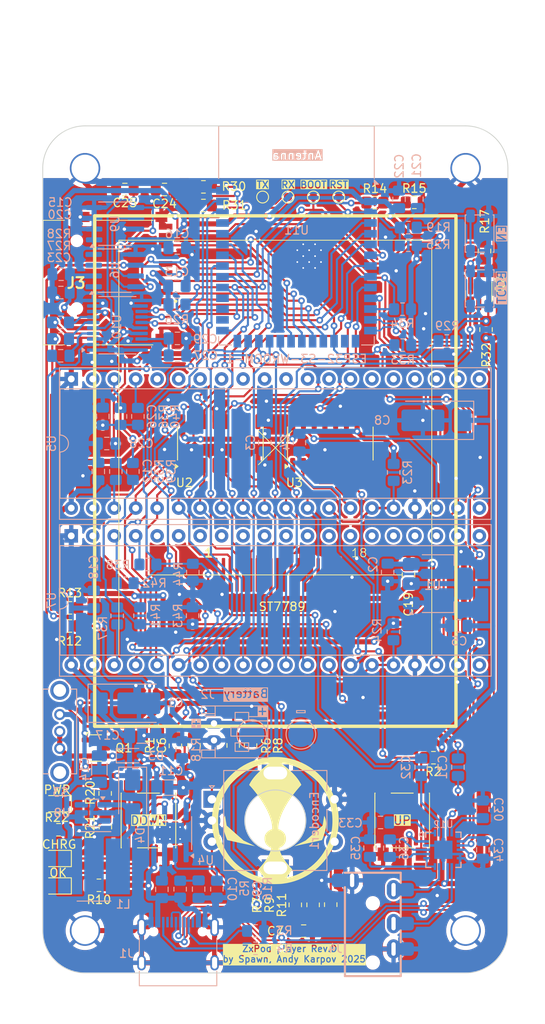
<source format=kicad_pcb>
(kicad_pcb (version 20241229) (generator "pcbnew") (generator_version "9.0")
  (title_block (title "ZxPod Player") (date "2025-06-18") (rev "D") (company "Spawn") (comment 1 "ESP32S3 based portable player with two real AY3-8910 chips"))
  (layers (0 "F.Cu" signal) (2 "B.Cu" signal) (13 "F.Paste" user) (15 "B.Paste" user) (5 "F.SilkS" user "F.Silkscreen") (7 "B.SilkS" user "B.Silkscreen") (1 "F.Mask" user) (3 "B.Mask" user) (25 "Edge.Cuts" user))
  (net 0 "")
  (net 1 "GND")
  (net 2 "Bat+")
  (net 3 "+5V")
  (net 4 "+3.3V")
  (net 5 "Net-(C9-Pad2)")
  (net 6 "Net-(U10-CAPP)")
  (net 7 "Net-(U10-CAPM)")
  (net 8 "Net-(U10-VNEG)")
  (net 9 "AYMIX_L")
  (net 10 "HP_L")
  (net 11 "HP_R")
  (net 12 "Net-(SW2-B)")
  (net 13 "Net-(U10-LDOO)")
  (net 14 "ESP_GPIO0")
  (net 15 "Net-(U12-RIGHTINM)")
  (net 16 "Vin")
  (net 17 "TFT_CS")
  (net 18 "TFT_LED")
  (net 19 "TFT_PWM")
  (net 20 "SCL")
  (net 21 "SDA")
  (net 22 "Vsens")
  (net 23 "AYMIX_R")
  (net 24 "ENC_A")
  (net 25 "ESP_EN")
  (net 26 "SD_CS")
  (net 27 "595_DATA")
  (net 28 "BT_DN")
  (net 29 "BT_UP")
  (net 30 "AY_BC1")
  (net 31 "AY_RST")
  (net 32 "AY_CLK")
  (net 33 "AY_D7")
  (net 34 "AY_D6")
  (net 35 "AY_D5")
  (net 36 "AY_D4")
  (net 37 "AY_D3")
  (net 38 "AY_D2")
  (net 39 "AY_D1")
  (net 40 "AY_D0")
  (net 41 "Net-(U12-RIGHTINP)")
  (net 42 "Net-(U12-LEFTINP)")
  (net 43 "Net-(D1-K)")
  (net 44 "Net-(D1-A)")
  (net 45 "Net-(U8-EN)")
  (net 46 "UD-")
  (net 47 "UD+")
  (net 48 "Net-(J1-CC1)")
  (net 51 "Net-(D5-A)")
  (net 52 "Net-(U12-LEFTINM)")
  (net 53 "Net-(U12-CPVSS)")
  (net 54 "Net-(U12-CPN)")
  (net 55 "Net-(D2-K)")
  (net 56 "Net-(D4-A)")
  (net 57 "Net-(SW1-B)")
  (net 58 "Net-(Q2-B)")
  (net 59 "Net-(U10-OUTL)")
  (net 60 "Net-(U4-PROG)")
  (net 61 "Net-(U10-OUTR)")
  (net 62 "Net-(U2-QH')")
  (net 75 "ENC_B")
  (net 76 "Net-(Encoder1-PadA)")
  (net 77 "Net-(Encoder1-PadB)")
  (net 78 "ENC_OK")
  (net 79 "SPI_MOSI")
  (net 80 "SPI_CLK")
  (net 81 "SPI_MISO")
  (net 82 "AY2_A8")
  (net 83 "AY1_A")
  (net 84 "AY1_B")
  (net 85 "AY1_C")
  (net 86 "AY2_A")
  (net 87 "AY2_B")
  (net 88 "AY2_C")
  (net 89 "AY1_A8")
  (net 92 "TFT_DC")
  (net 97 "AY1_BDIR")
  (net 111 "Net-(U8-FB)")
  (net 112 "Net-(R31-Pad1)")
  (net 115 "AY2_BDIR")
  (net 123 "595_LATCH")
  (net 124 "595_CLOCK")
  (net 125 "TFT_CLK")
  (net 133 "TFT_MOSI")
  (net 134 "Net-(J1-CC2)")
  (net 137 "Net-(U12-CPP)")
  (net 138 "DAC_LRCK")
  (net 139 "DAC_BCK")
  (net 140 "DAC_DAT")
  (net 141 "USB_SENS")
  (net 142 "Net-(U11-TXD0)")
  (net 144 "Net-(R30-Pad1)")
  (net 145 "Net-(U11-RXD0)")
  (net 153 "STPUP_VIN")
  (footprint "Resistor_SMD:R_0805_2012Metric_Pad1.20x1.40mm_HandSolder" (layer "F.Cu") (at 27.3812 98.806 -90)
    (property "Reference" "R20")
    (property "Value" "47k")
  )
  (footprint "TestPoint:TestPoint_Pad_D1.0mm" (layer "F.Cu") (at 46 28.4)
    (property "Reference" "TX1" (hide yes))
    (property "Value" "TX")
  )
  (footprint "Capacitor_SMD:C_0805_2012Metric_Pad1.18x1.45mm_HandSolder" (layer "F.Cu") (at 50.8508 115.062 180)
    (property "Reference" "C7")
    (property "Value" "100n")
  )
  (footprint "Resistor_SMD:R_0805_2012Metric_Pad1.20x1.40mm_HandSolder" (layer "F.Cu") (at 27.4066 102.7684 -90)
    (property "Reference" "R21")
    (property "Value" "6.2k")
  )
  (footprint "mod:ST7789" (layer "F.Cu") (at 47.5 58)
    (property "Reference" "TFT1" (hide yes))
    (property "Value" "ST7789")
  )
  (footprint "Resistor_SMD:R_0805_2012Metric_Pad1.20x1.40mm_HandSolder" (layer "F.Cu") (at 23.2 79.04)
    (property "Reference" "R12")
    (property "Value" "8,2К*")
  )
  (footprint "Resistor_SMD:R_0805_2012Metric_Pad1.20x1.40mm_HandSolder" (layer "F.Cu") (at 49.8602 111.9632 90)
    (property "Reference" "R7")
    (property "Value" "10K")
  )
  (footprint "Resistor_SMD:R_0805_2012Metric_Pad1.20x1.40mm_HandSolder" (layer "F.Cu") (at 51.9684 111.9632 -90)
    (property "Reference" "R9")
    (property "Value" "10K")
  )
  (footprint "Package_TO_SOT_SMD:SOT-23" (layer "F.Cu") (at 71.5518 40.1066 -90)
    (property "Reference" "Q2")
    (property "Value" "BC807" (hide yes))
  )
  (footprint "Resistor_SMD:R_0805_2012Metric_Pad1.20x1.40mm_HandSolder" (layer "F.Cu") (at 42.5196 93.1418 -90)
    (property "Reference" "R6")
    (property "Value" "10K")
  )
  (footprint "Resistor_SMD:R_0805_2012Metric_Pad1.20x1.40mm_HandSolder" (layer "F.Cu") (at 72.4154 44.0436 -90)
    (property "Reference" "R32")
    (property "Value" "10K")
  )
  (footprint "Resistor_SMD:R_0805_2012Metric_Pad1.20x1.40mm_HandSolder" (layer "F.Cu") (at 23.2 76.9 180)
    (property "Reference" "R13")
    (property "Value" "10K")
  )
  (footprint "" (layer "F.Cu") (at 70 25 90)
    (property "Reference" "")
    (property "Value" "")
  )
  (footprint "Package_SO:SO-16_3.9x9.9mm_P1.27mm" (layer "F.Cu") (at 41 57.5 90)
    (property "Reference" "U2")
    (property "Value" "74HC595")
  )
  (footprint "Resistor_SMD:R_0805_2012Metric_Pad1.20x1.40mm_HandSolder" (layer "F.Cu") (at 59.2742 29.0576)
    (property "Reference" "R14")
    (property "Value" "1M")
  )
  (footprint "" (layer "F.Cu") (at 25 115 90)
    (property "Reference" "")
    (property "Value" "")
  )
  (footprint "Resistor_SMD:R_0805_2012Metric_Pad1.20x1.40mm_HandSolder" (layer "F.Cu") (at 54.0512 111.9378 -90)
    (property "Reference" "R11")
    (property "Value" "10K")
  )
  (footprint "Resistor_SMD:R_0805_2012Metric_Pad1.20x1.40mm_HandSolder" (layer "F.Cu") (at 21.8694 103.0986 180)
    (property "Reference" "R22")
    (property "Value" "1k")
  )
  (footprint "" (layer "F.Cu") (at 70 115 90)
    (property "Reference" "")
    (property "Value" "")
  )
  (footprint "Resistor_SMD:R_0805_2012Metric_Pad1.20x1.40mm_HandSolder" (layer "F.Cu") (at 35.687 93.1926 -90)
    (property "Reference" "R1")
    (property "Value" "10K")
  )
  (footprint "TestPoint:TestPoint_Pad_D1.0mm" (layer "F.Cu") (at 55 28.4)
    (property "Reference" "RST1" (hide yes))
    (property "Value" "RST")
  )
  (footprint "Button_Switch_SMD:SW_Push_1P1T_NO_6x6mm_H9.5mm" (layer "F.Cu") (at 62.5 102 90)
    (property "Reference" "S2" (hide yes))
    (property "Value" "UP")
  )
  (footprint "Package_SO:SO-16_3.9x9.9mm_P1.27mm" (layer "F.Cu") (at 54 57.5 90)
    (property "Reference" "U3")
    (property "Value" "74HC595")
  )
  (footprint "Resistor_SMD:R_0805_2012Metric_Pad1.20x1.40mm_HandSolder" (layer "F.Cu") (at 72.2376 34.7726 -90)
    (property "Reference" "R17")
    (property "Value" "220")
  )
  (footprint "Rotary_Encoder:RotaryEncoder_Alps_EC11E-Switch_Vertical_H20mm" (layer "F.Cu") (at 47.5 102)
    (property "Reference" "Encoder1")
    (property "Value" "RotaryEncoder_Switch" (hide yes))
    (fp_circle (center 0 0) (end 3.6 0) (stroke (width 0.12)) (fill no) (layer "Edge.Cuts"))
  )
  (footprint "Resistor_SMD:R_0805_2012Metric_Pad1.20x1.40mm_HandSolder" (layer "F.Cu") (at 44.577 93.1672 -90)
    (property "Reference" "R8")
    (property "Value" "10K")
  )
  (footprint "TestPoint:TestPoint_Pad_D1.0mm" (layer "F.Cu") (at 52 28.4)
    (property "Reference" "BOOT1" (hide yes))
    (property "Value" "BOOT")
  )
  (footprint "TestPoint:TestPoint_Pad_D1.0mm" (layer "F.Cu") (at 49 28.4)
    (property "Reference" "RX1" (hide yes))
    (property "Value" "RX")
  )
  (footprint "Resistor_SMD:R_0805_2012Metric_Pad1.20x1.40mm_HandSolder" (layer "F.Cu") (at 63.9318 29.0322)
    (property "Reference" "R15")
    (property "Value" "100K")
  )
  (footprint "Resistor_SMD:R_0805_2012Metric_Pad1.20x1.40mm_HandSolder" (layer "F.Cu") (at 26.6446 109.6518 180)
    (property "Reference" "R10")
    (property "Value" "1k")
  )
  (footprint "LED_SMD:LED_0805_2012Metric" (layer "F.Cu") (at 21.7 106.49 180)
    (property "Reference" "D2" (hide yes))
    (property "Value" "CHRG")
  )
  (footprint "Capacitor_SMD:C_0805_2012Metric_Pad1.18x1.45mm_HandSolder" (layer "F.Cu") (at 29.71 27.51)
    (property "Reference" "C25")
    (property "Value" "100n")
  )
  (footprint "mod:TFP09212B" (layer "F.Cu") (at 20.03 38.5)
    (property "Reference" "J3")
    (property "Value" "SD Card" (hide yes))
  )
  (footprint "Capacitor_SMD:C_0805_2012Metric_Pad1.18x1.45mm_HandSolder" (layer "F.Cu") (at 37.8968 93.1672 -90)
    (property "Reference" "C6")
    (property "Value" "100n")
  )
  (footprint "mod:spawnllogo" (layer "F.Cu") (at 47.5 102)
    (property "Reference" "G***" (hide yes))
    (property "Value" "LOGO" (hide yes))
  )
  (footprint "Capacitor_SMD:C_0805_2012Metric_Pad1.18x1.45mm_HandSolder" (layer "F.Cu") (at 34.4 27.51 180)
    (property "Reference" "C24")
    (property "Value" "10uf")
  )
  (footprint "Package_TO_SOT_SMD:SOT-23" (layer "F.Cu") (at 26.29 93.4475)
    (property "Reference" "Q1")
    (property "Value" "IRLML6402")
  )
  (footprint "Resistor_SMD:R_0805_2012Metric_Pad1.20x1.40mm_HandSolder" (layer "F.Cu") (at 66.2 94.59 180)
    (property "Reference" "R2")
    (property "Value" "10K")
  )
  (footprint "LED_SMD:LED_0805_2012Metric" (layer "F.Cu") (at 21.7 100.02 180)
    (property "Reference" "D5" (hide yes))
    (property "Value" "PWR")
  )
  (footprint "" (layer "F.Cu") (at 25 25 90)
    (property "Reference" "")
    (property "Value" "")
  )
  (footprint "Capacitor_SMD:C_0805_2012Metric_Pad1.18x1.45mm_HandSolder" (layer "F.Cu") (at 63.246 73.025 -90)
    (property "Reference" "C19")
    (property "Value" "100n")
  )
  (footprint "Resistor_SMD:R_0805_2012Metric_Pad1.20x1.40mm_HandSolder" (layer "F.Cu") (at 39 29.4 180)
    (property "Reference" "R31")
    (property "Value" "470")
  )
  (footprint "Resistor_SMD:R_0805_2012Metric_Pad1.20x1.40mm_HandSolder" (layer "F.Cu") (at 39 27.2 180)
    (property "Reference" "R30")
    (property "Value" "470")
  )
  (footprint "Button_Switch_SMD:SW_Push_1P1T_NO_6x6mm_H9.5mm" (layer "F.Cu") (at 32.5 102 -90)
    (property "Reference" "S1" (hide yes))
    (property "Value" "DOWN")
  )
  (footprint "LED_SMD:LED_0805_2012Metric" (layer "F.Cu") (at 21.7 109.73 180)
    (property "Reference" "D1" (hide yes))
    (property "Value" "OK")
  )
  (footprint "Package_DIP:DIP-40_W15.24mm_Socket" (layer "B.Cu") (at 47.5 76 -90)
    (property "Reference" "U7")
    (property "Value" "AY-3-8910" (hide yes))
  )
  (footprint "Capacitor_SMD:C_0805_2012Metric_Pad1.18x1.45mm_HandSolder" (layer "B.Cu") (at 50.35 57.39 -90)
    (property "Reference" "C4")
    (property "Value" "100n")
  )
  (footprint "Capacitor_SMD:C_0805_2012Metric_Pad1.18x1.45mm_HandSolder" (layer "B.Cu") (at 46.26 57.39 -90)
    (property "Reference" "C3")
    (property "Value" "100n")
  )
  (footprint "Resistor_SMD:R_0805_2012Metric_Pad1.20x1.40mm_HandSolder" (layer "B.Cu") (at 36.49 93.64 90)
    (property "Reference" "R18")
    (property "Value" "10k")
  )
  (footprint "Resistor_SMD:R_0805_2012Metric_Pad1.20x1.40mm_HandSolder" (layer "B.Cu") (at 45.1612 115.0366)
    (property "Reference" "R3")
    (property "Value" "5K1")
  )
  (footprint "Package_SO:SOIC-8-1EP_3.9x4.9mm_P1.27mm_EP2.41x3.3mm_ThermalVias" (layer "B.Cu") (at 35.0458 103.4908 90)
    (property "Reference" "U4")
    (property "Value" "TP4056")
  )
  (footprint "Capacitor_SMD:C_0805_2012Metric_Pad1.18x1.45mm_HandSolder" (layer "B.Cu") (at 34.0868 110.1344 -90)
    (property "Reference" "C10")
    (property "Value" "10uf")
  )
  (footprint "Capacitor_SMD:C_1206_3216Metric_Pad1.33x1.80mm_HandSolder" (layer "B.Cu") (at 26.6954 95.9358 -90)
    (property "Reference" "C14")
    (property "Value" "22uf")
  )
  (footprint "Resistor_SMD:R_0805_2012Metric_Pad1.20x1.40mm_HandSolder" (layer "B.Cu") (at 31.25 54.3 90)
    (property "Reference" "R36")
    (property "Value" "4.7K")
  )
  (footprint "Capacitor_SMD:C_0805_2012Metric_Pad1.18x1.45mm_HandSolder" (layer "B.Cu") (at 58.6994 105.2576 -90)
    (property "Reference" "C35")
    (property "Value" "100n")
  )
  (footprint "Capacitor_SMD:C_0805_2012Metric_Pad1.18x1.45mm_HandSolder" (layer "B.Cu") (at 60.7822 72.7202 -90)
    (property "Reference" "C2")
    (property "Value" "100n")
  )
  (footprint "Resistor_SMD:R_0805_2012Metric_Pad1.20x1.40mm_HandSolder" (layer "B.Cu") (at 67.78 45.4 180)
    (property "Reference" "R29")
    (property "Value" "1K")
  )
  (footprint "Capacitor_SMD:C_0805_2012Metric_Pad1.18x1.45mm_HandSolder" (layer "B.Cu") (at 27.57 57.5 180)
    (property "Reference" "C28")
    (property "Value" "2.2nf")
  )
  (footprint "Resistor_SMD:R_0805_2012Metric_Pad1.20x1.40mm_HandSolder" (layer "B.Cu") (at 28.8036 77.851 -90)
    (property "Reference" "R37")
    (property "Value" "4.7K")
  )
  (footprint "TestPoint:TestPoint_Pad_D3.0mm" (layer "B.Cu") (at 50.5206 91.821 180)
    (property "Reference" "BAT-1" (hide yes))
    (property "Value" "-")
  )
  (footprint "Diode_SMD:D_SOD-323F" (layer "B.Cu") (at 30.31 94.35)
    (property "Reference" "D3")
    (property "Value" "PMEG4010CEJ")
  )
  (footprint "footprints:SW_SPST_PTS810_handsoldering" (layer "B.Cu") (at 71.6534 32.7152 90)
    (property "Reference" "SW2" (hide yes))
    (property "Value" "EN")
  )
  (footprint "Resistor_SMD:R_0805_2012Metric_Pad1.20x1.40mm_HandSolder" (layer "B.Cu") (at 40.5892 110.109 -90)
    (property "Reference" "R16")
    (property "Value" "2k*")
  )
  (footprint "footprints:AUDIO_JACK_3.5MM_SMD_TRRS_rounded_mixed" (layer "B.Cu") (at 59.0296 120.37006 90)
    (property "Reference" "J4")
    (property "Value" "MiniJack" (hide yes))
  )
  (footprint "Resistor_SMD:R_0805_2012Metric_Pad1.20x1.40mm_HandSolder" (layer "B.Cu") (at 62.54 41.64 180)
    (property "Reference" "R34")
    (property "Value" "4.7K")
  )
  (footprint "Capacitor_SMD:C_0805_2012Metric_Pad1.18x1.45mm_HandSolder" (layer "B.Cu") (at 22.1488 39.6748 180)
    (property "Reference" "C20")
    (property "Value" "100n")
  )
  (footprint "Capacitor_SMD:C_1206_3216Metric_Pad1.33x1.80mm_HandSolder" (layer "B.Cu") (at 31.8262 91.9734 180)
    (property "Reference" "C17")
    (property "Value" "22uf")
  )
  (footprint "footprints:CP_EIA-7343-31_Kemet-D-uni" (layer "B.Cu") (at 29.7688 88.1634)
    (property "Reference" "C1")
    (property "Value" "100uf")
  )
  (footprint "Connector_JST:JST_PH_S2B-PH-K_1x02_P2.00mm_Horizontal" (layer "B.Cu") (at 40.2474 90.5416 -90)
    (property "Reference" "J2")
    (property "Value" "Battery")
  )
  (footprint "Package_TO_SOT_SMD:SOT-23-6_Handsoldering" (layer "B.Cu") (at 25.908 101.1037 180)
    (property "Reference" "U8")
    (property "Value" "SDB628")
  )
  (footprint "Capacitor_SMD:C_0805_2012Metric_Pad1.18x1.45mm_HandSolder" (layer "B.Cu") (at 26.57 60.8 -90)
    (property "Reference" "C12")
    (property "Value" "100n")
  )
  (footprint "Resistor_SMD:R_0805_2012Metric_Pad1.20x1.40mm_HandSolder" (layer "B.Cu") (at 62.57 45.88 180)
    (property "Reference" "R33")
    (property "Value" "4.7K")
  )
  (footprint "Resistor_SMD:R_0805_2012Metric_Pad1.20x1.40mm_HandSolder" (layer "B.Cu") (at 32.4358 71.7804 180)
    (property "Reference" "R38")
    (property "Value" "4.7K")
  )
  (footprint "Resistor_SMD:R_0805_2012Metric_Pad1.20x1.40mm_HandSolder" (layer "B.Cu") (at 63.2206 32.004)
    (property "Reference" "R19")
    (property "Value" "220")
  )
  (footprint "Resistor_SMD:R_0805_2012Metric_Pad1.20x1.40mm_HandSolder" (layer "B.Cu") (at 28.64 60.8 -90)
    (property "Reference" "R35")
    (property "Value" "4.7K")
  )
  (footprint "Capacitor_SMD:C_0805_2012Metric_Pad1.18x1.45mm_HandSolder" (layer "B.Cu") (at 69.09 95.71 90)
    (property "Reference" "C31")
    (property "Value" "470n")
  )
  (footprint "Resistor_SMD:R_0805_2012Metric_Pad1.20x1.40mm_HandSolder" (layer "B.Cu") (at 35.87 41.08)
    (property "Reference" "R26")
    (property "Value" "10K")
  )
  (footprint "Resistor_SMD:R_0805_2012Metric_Pad1.20x1.40mm_HandSolder" (layer "B.Cu") (at 61.4934 60.9092 90)
    (property "Reference" "R23")
    (property "Value" "1K")
  )
  (footprint "Capacitor_SMD:C_0805_2012Metric_Pad1.18x1.45mm_HandSolder" (layer "B.Cu") (at 27.1 54.3 90)
    (property "Reference" "C26")
    (property "Value" "2.2nf")
  )
  (footprint "Package_SO:SOIC-8_3.9x4.9mm_P1.27mm" (layer "B.Cu") (at 28.4988 37.084)
    (property "Reference" "U6")
    (property "Value" "DS3231MZ")
  )
  (footprint "Resistor_SMD:R_0805_2012Metric_Pad1.20x1.40mm_HandSolder" (layer "B.Cu") (at 22.098 45.1612 180)
    (property "Reference" "R27")
    (property "Value" "470")
  )
  (footprint "Capacitor_SMD:C_0805_2012Metric_Pad1.18x1.45mm_HandSolder" (layer "B.Cu") (at 69.1896 79.0194 180)
    (property "Reference" "C5")
    (property "Value" "100n")
  )
  (footprint "Capacitor_SMD:C_1206_3216Metric_Pad1.33x1.80mm_HandSolder" (layer "B.Cu") (at 35.052 98.1202 180)
    (property "Reference" "C11")
    (property "Value" "22uf")
  )
  (footprint "Capacitor_SMD:C_0805_2012Metric_Pad1.18x1.45mm_HandSolder" (layer "B.Cu") (at 64.2366 28.6512 90)
    (property "Reference" "C21")
    (property "Value" "100n")
  )
  (footprint "Package_SO:SOIC-8_3.9x4.9mm_P1.27mm" (layer "B.Cu") (at 28.5496 31.5468)
    (property "Reference" "U9")
    (property "Value" "24С32")
  )
  (footprint "Resistor_SMD:R_0805_2012Metric_Pad1.20x1.40mm_HandSolder" (layer "B.Cu") (at 37.7444 72.6948 -90)
    (property "Reference" "R44")
    (property "Value" "510")
  )
  (footprint "Capacitor_SMD:C_0805_2012Metric_Pad1.18x1.45mm_HandSolder" (layer "B.Cu") (at 61.0362 105.27 90)
    (property "Reference" "C36")
    (property "Value" "100n")
  )
  (footprint "Capacitor_SMD:C_0805_2012Metric_Pad1.18x1.45mm_HandSolder" (layer "B.Cu") (at 72.0344 100.6856 -90)
    (property "Reference" "C30")
    (property "Value" "470n")
  )
  (footprint "Inductor_SMD:L_Bourns_SRN8040TA" (layer "B.Cu") (at 26.0604 107.4166)
    (property "Reference" "L1")
    (property "Value" "22uH")
  )
  (footprint "mod:QFN50P400X400X80-21N" (layer "B.Cu") (at 67.3694 105.4612 -90)
    (property "Reference" "U12")
    (property "Value" "TPA6130A2RTJTG4" (hide yes))
  )
  (footprint "Capacitor_SMD:C_0805_2012Metric_Pad1.18x1.45mm_HandSolder" (layer "B.Cu") (at 26.035 75.8952 -90)
    (property "Reference" "C18")
    (property "Value" "100n")
  )
  (footprint "Capacitor_SMD:C_0805_2012Metric_Pad1.18x1.45mm_HandSolder" (layer "B.Cu") (at 35.93 47.11 180)
    (property "Reference" "C27")
    (property "Value" "10uf")
  )
  (footprint "Capacitor_SMD:C_0805_2012Metric_Pad1.18x1.45mm_HandSolder" (layer "B.Cu") (at 22.1742 37.5158 180)
    (property "Reference" "C15")
    (property "Value" "100n")
  )
  (footprint "Resistor_SMD:R_0805_2012Metric_Pad1.20x1.40mm_HandSolder" (layer "B.Cu") (at 37.719 77.8256 90)
    (property "Reference" "R43")
    (property "Value" "510")
  )
  (footprint "Capacitor_SMD:C_0805_2012Metric_Pad1.18x1.45mm_HandSolder" (layer "B.Cu") (at 64.75 95.71 90)
    (property "Reference" "C32")
    (property "Value" "470n")
  )
  (footprint "Resistor_SMD:R_0805_2012Metric_Pad1.20x1.40mm_HandSolder" (layer "B.Cu") (at 63.2206 34.0868 180)
    (property "Reference" "R25")
    (property "Value" "10K")
  )
  (footprint "TestPoint:TestPoint_Pad_D3.0mm" (layer "B.Cu") (at 44.704 91.8464 180)
    (property "Reference" "BAT+1" (hide yes))
    (property "Value" "+")
  )
  (footprint "Resistor_SMD:R_0805_2012Metric_Pad1.20x1.40mm_HandSolder" (layer "B.Cu") (at 61.46 79.72 90)
    (property "Reference" "R24")
    (property "Value" "1K")
  )
  (footprint "Resistor_SMD:R_0805_2012Metric_Pad1.20x1.40mm_HandSolder" (layer "B.Cu") (at 29.2 54.3 -90)
    (property "Reference" "R40")
    (property "Value" "10K")
  )
  (footprint "Resistor_SMD:R_0805_2012Metric_Pad1.20x1.40mm_HandSolder" (layer "B.Cu") (at 22.098 43.2054 180)
    (property "Reference" "R28")
    (property "Value" "470")
  )
  (footprint "Capacitor_SMD:C_0805_2012Metric_Pad1.18x1.45mm_HandSolder" (layer "B.Cu") (at 22.1234 47.1424 180)
    (property "Reference" "C23")
    (property "Value" "2.2uf")
  )
  (footprint "Connector_USB:USB_C_Receptacle_G-Switch_GT-USB-7010ASV" (layer "B.Cu") (at 36 117.729 180)
    (property "Reference" "J1")
    (property "Value" "USB_C_Receptacle_USB2.0_14P")
  )
  (footprint "Diode_SMD:D_SMA" (layer "B.Cu") (at 30.6324 99.2124 -90)
    (property "Reference" "D4")
    (property "Value" "SS14")
  )
  (footprint "Resistor_SMD:R_0805_2012Metric_Pad1.20x1.40mm_HandSolder" (layer "B.Cu") (at 31.5 77.83 90)
    (property "Reference" "R41")
    (property "Value" "10K")
  )
  (footprint "Package_SO:TSSOP-20_4.4x6.5mm_P0.65mm" (layer "B.Cu") (at 28.829 43.5356)
    (property "Reference" "U10")
    (property "Value" "PCM5102A")
  )
  (footprint "RF_Module:ESP32-S3-WROOM-1" (layer "B.Cu") (at 50 32.915 180)
    (property "Reference" "U11")
    (property "Value" "ESP32-S3-WROOM-1")
  )
  (footprint "Capacitor_SMD:C_0805_2012Metric_Pad1.18x1.45mm_HandSolder" (layer "B.Cu") (at 59.944 102.235 180)
    (property "Reference" "C33")
    (property "Value" "470n")
  )
  (footprint "Resistor_SMD:R_0805_2012Metric_Pad1.20x1.40mm_HandSolder" (layer "B.Cu") (at 45.1612 117.094)
    (property "Reference" "R4")
    (property "Value" "5K1")
  )
  (footprint "Capacitor_SMD:C_0805_2012Metric_Pad1.18x1.45mm_HandSolder" (layer "B.Cu") (at 35.86 38.9 180)
    (property "Reference" "C13")
    (property "Value" "100n")
  )
  (footprint "Capacitor_SMD:C_0805_2012Metric_Pad1.18x1.45mm_HandSolder" (layer "B.Cu") (at 62.1284 28.6766 90)
    (property "Reference" "C22")
    (property "Value" "100n")
  )
  (footprint "Resistor_SMD:R_0805_2012Metric_Pad1.20x1.40mm_HandSolder" (layer "B.Cu") (at 29.7434 73.9902)
    (property "Reference" "R42")
    (property "Value" "10K")
  )
  (footprint "Resistor_SMD:R_0805_2012Metric_Pad1.20x1.40mm_HandSolder" (layer "B.Cu") (at 30.66 60.8 90)
    (property "Reference" "R39")
    (property "Value" "10K")
  )
  (footprint "Capacitor_SMD:C_0805_2012Metric_Pad1.18x1.45mm_HandSolder" (layer "B.Cu") (at 72.0344 105.4608 90)
    (property "Reference" "C34")
    (property "Value" "100n")
  )
  (footprint "Capacitor_SMD:C_0805_2012Metric_Pad1.18x1.45mm_HandSolder" (layer "B.Cu") (at 38.4302 110.109 90)
    (property "Reference" "C9")
    (property "Value" "10uf")
  )
  (footprint "mod:SW_EG1213" (layer "B.Cu") (at 22.01 91.49 90)
    (property "Reference" "S3")
    (property "Value" "EG1213")
  )
  (footprint "Package_DIP:DIP-40_W15.24mm_Socket" (layer "B.Cu") (at 47.5 57.5 -90)
    (property "Reference" "U5")
    (property "Value" "AY-3-8910" (hide yes))
  )
  (footprint "footprints:CP_EIA-7343-31_Kemet-D-uni" (layer "B.Cu") (at 66.548 54.7624 180)
    (property "Reference" "C8")
    (property "Value" "47uf")
  )
  (footprint "Capacitor_SMD:C_0805_2012Metric_Pad1.18x1.45mm_HandSolder" (layer "B.Cu") (at 35.92 45.09 180)
    (property "Reference" "C29")
    (property "Value" "100n")
  )
  (footprint "footprints:SW_SPST_PTS810_handsoldering" (layer "B.Cu") (at 71.6534 39.1922 90)
    (property "Reference" "SW1" (hide yes))
    (property "Value" "BOOT")
  )
  (footprint "Capacitor_SMD:C_0805_2012Metric_Pad1.18x1.45mm_HandSolder" (layer "B.Cu") (at 35.9 34.417)
    (property "Reference" "C16")
    (property "Value" "100n")
  )
  (footprint "Resistor_SMD:R_0805_2012Metric_Pad1.20x1.40mm_HandSolder" (layer "B.Cu") (at 36.2458 110.109 90)
    (property "Reference" "R5")
    (property "Value" "2R")
  )
  (footprint "Package_TO_SOT_SMD:SOT-223-3_TabPin2" (layer "B.Cu") (at 66.7258 74.041)
    (property "Reference" "U1")
    (property "Value" "AMS1117-3.3" (hide yes))
  )
  (gr_circle (center 64.77 103.6574) (end 64.9732 103.5558) (stroke (width 0.15)) (fill no) (layer "B.SilkS"))
  (gr_arc (start 20 25) (mid 21.464466 21.464466) (end 25 20) (stroke (width 0.1)) (layer "Edge.Cuts"))
  (gr_arc (start 75 115) (mid 73.535534 118.535533) (end 70 120) (stroke (width 0.1)) (layer "Edge.Cuts"))
  (gr_arc (start 25 120) (mid 21.464466 118.535534) (end 20 115) (stroke (width 0.1)) (layer "Edge.Cuts"))
  (gr_arc (start 70 20) (mid 73.535533 21.464466) (end 75 25) (stroke (width 0.1)) (layer "Edge.Cuts"))
  (gr_line (start 75 25) (end 75 115) (stroke (width 0.1)) (layer "Edge.Cuts"))
  (gr_line (start 20 115) (end 20 25) (stroke (width 0.1)) (layer "Edge.Cuts"))
  (gr_line (start 70 120) (end 25 120) (stroke (width 0.1)) (layer "Edge.Cuts"))
  (gr_line (start 25 20) (end 70 20) (stroke (width 0.1)) (layer "Edge.Cuts"))
  (gr_text "     ZxPod player Rev.D\n by Spawn, Andy Karpov 2025" (at 40.61 118.81 0) (layer "F.SilkS" knockout) (effects (font (size 0.76 0.76) (thickness 0.14) (bold yes)) (justify left bottom)))
  (gr_text "Battery" (at 44.0436 87.6046 0) (layer "B.SilkS" knockout) (effects (font (size 1 1)) (justify bottom mirror)))
  (gr_text "+" (at 38.862 91.059 0) (layer "B.SilkS" knockout) (effects (font (size 1 1)) (justify left bottom mirror)))
  (segment (start 30.09 45.4) (end 30.13 45.36) (width 0.6) (layer "F.Cu") (net 1))
  (segment (start 25 26.74) (end 25 26.466) (width 0.6) (layer "F.Cu") (net 1))
  (segment (start 30.13 45.36) (end 34.02 45.36) (width 0.6) (layer "F.Cu") (net 1))
  (segment (start 64.2775 71.9875) (end 63.246 71.9875) (width 0.6) (layer "F.Cu") (net 1))
  (segment (start 54.55 77.33) (end 54.55 79.77) (width 0.6) (layer "F.Cu") (net 1))
  (segment (start 42.06 58.24) (end 45.44 58.24) (width 0.6) (layer "F.Cu") (net 1))
  (segment (start 45.44 58.24) (end 45.445 58.245) (width 0.6) (layer "F.Cu") (net 1))
  (segment (start 34.03 30.75) (end 34.03 31.4) (width 0.6) (layer "F.Cu") (net 1))
  (segment (start 28.6725 27.51) (end 28.6725 30.7075) (width 0.6) (layer "F.Cu") (net 1))
  (segment (start 50.97 73.01) (end 51.77 73.01) (width 0.4) (layer "F.Cu") (net 1))
  (segment (start 50.6 70.26) (end 50.57 70.29) (width 0.4) (layer "F.Cu") (net 1))
  (segment (start 31.68 114.604) (end 31.68 118.804) (width 0.6) (layer "F.Cu") (net 1))
  (segment (start 35.72 79.77) (end 54.55 79.77) (width 0.6) (layer "F.Cu") (net 1))
  (segment (start 23.37 49.88) (end 23.37 47.31) (width 0.6) (layer "F.Cu") (net 1))
  (segment (start 31.166 114.604) (end 30.77 115) (width 0.6) (layer "F.Cu") (net 1))
  (segment (start 35.4375 29.3425) (end 34.03 30.75) (width 0.6) (layer "F.Cu") (net 1))
  (segment (start 34.02 45.36) (end 34.03 45.35) (width 0.6) (layer "F.Cu") (net 1))
  (segment (start 51.8883 117.17) (end 51.8883 117.1817) (width 0.6) (layer "F.Cu") (net 1))
  (segment (start 51.8883 115.062) (end 51.8883 117.17) (width 0.6) (layer "F.Cu") (net 1))
  (segment (start 33.61 35.2) (end 34.53 35.2) (width 0.6) (layer "F.Cu") (net 1))
  (segment (start 34.75 98.025) (end 36.5193 98.025) (width 0.6) (layer "F.Cu") (net 1))
  (segment (start 28.6725 32.21) (end 28.6725 30.7075) (width 0.6) (layer "F.Cu") (net 1))
  (segment (start 28.04 32.8425) (end 28.6725 32.21) (width 0.6) (layer "F.Cu") (net 1))
  (segment (start 28.6725 27.51) (end 25.77 27.51) (width 0.6) (layer "F.Cu") (net 1))
  (segment (start 24.32 100.86) (end 23.48 100.02) (width 0.6) (layer "F.Cu") (net 1))
  (segment (start 54.53 76.64) (end 54.23 76.64) (width 0.6) (layer "F.Cu") (net 1))
  (segment (start 34.03 45.35) (end 36.6975 45.35) (width 0.6) (layer "F.Cu") (net 1))
  (segment (start 65.01 72.72) (end 64.2775 71.9875) (width 0.6) (layer "F.Cu") (net 1))
  (segment (start 54.55 77.33) (end 54.55 76.66) (width 0.6) (layer "F.Cu") (net 1))
  (segment (start 35.72 79.77) (end 35.72 75.75) (width 0.6) (layer "F.Cu") (net 1))
  (segment (start 30.77 115) (end 25 115) (width 0.6) (layer "F.Cu") (net 1))
  (segment (start 29.02 76.9) (end 30 77.88) (width 0.6) (layer "F.Cu") (net 1))
  (segment (start 53.365 54.925) (end 53.365 58.24) (width 0.6) (layer "F.Cu") (net 1))
  (segment (start 34.4 58.2) (end 34.36 58.24) (width 0.6) (layer "F.Cu") (net 1))
  (segment (start 63.99 55.7204) (end 64.948 54.7624) (width 0.6) (layer "F.Cu") (net 1))
  (segment (start 41.2 75.31) (end 41.37 75.14) (width 0.3) (layer "F.Cu") (net 1))
  (segment (start 35.72 75.75) (end 36.16 75.31) (width 0.6) (layer "F.Cu") (net 1))
  (segment (start 58.405 58.245) (end 58.445 58.285) (width 0.6) (layer "F.Cu") (net 1))
  (segment (start 45.445 58.245) (end 45.445 60.075) (width 0.6) (layer "F.Cu") (net 1))
  (segment (start 34.36 58.24) (end 34.08 58.24) (width 0.6) (layer "F.Cu") (net 1))
  (segment (start 41.37 75.14) (end 41.37 73.01) (width 0.3) (layer "F.Cu") (net 1))
  (segment (start 60.25 105.975) (end 60.25 99.52) (width 0.6) (layer "F.Cu") (net 1))
  (segment (start 21.65 84.01) (end 23.71 86.07) (width 0.6) (layer "F.Cu") (net 1))
  (segment (start 36.5193 98.025) (end 36.6145 98.1202) (width 0.6) (layer "F.Cu") (net 1))
  (segment (start 50.57 72.98) (end 50.6 73.01) (width 0.4) (layer "F.Cu") (net 1))
  (segment (start 31.68 114.604) (end 31.166 114.604) (width 0.6) (layer "F.Cu") (net 1))
  (segment (start 45.23 32.46) (end 45.24 32.45) (width 0.6) (layer "F.Cu") (net 1))
  (segment (start 30.45 40.93) (end 30.73 40.65) (width 0.6) (layer "F.Cu") (net 1))
  (segment (start 45.24 32.45) (end 49.275 32.45) (width 0.6) (layer "F.Cu") (net 1))
  (segment (start 54.55 76.66) (end 54.53 76.64) (width 0.6) (layer "F.Cu") (net 1))
  (segment (start 33 34.54) (end 33 34.59) (width 0.6) (layer "F.Cu") (net 1))
  (segment (start 67.4338 29.0322) (end 70 26.466) (width 0.6) (layer "F.Cu") (net 1))
  (segment (start 63.59 76.32) (end 65.01 74.9) (width 0.6) (layer "F.Cu") (net 1))
  (segment (start 47.19 76.64) (end 46.97 76.42) (width 0.6) (layer "F.Cu") (net 1))
  (segment (start 28.305734 91.97) (end 28.296984 91.96125) (width 0.6) (layer "F.Cu") (net 1))
  (segment (start 30.09 45.4) (end 29.04 45.4) (width 0.6) (layer "F.Cu") (net 1))
  (segment (start 37.8968 94.2047) (end 39.8053 94.2047) (width 0.6) (layer "F.Cu") (net 1))
  (segment (start 27.1 40.94) (end 30.44 40.94) (width 0.6) (layer "F.Cu") (net 1))
  (segment (start 29.65 32.19) (end 29.63 32.21) (width 0.6) (layer "F.Cu") (net 1))
  (segment (start 60.23 99.5) (end 60.25 99.52) (width 0.6) (layer "F.Cu") (net 1))
  (segment (start 23.48 100.02) (end 22.6375 100.02) (width 0.6) (layer "F.Cu") (net 1))
  (segment (start 39.8053 94.2047) (end 40.2474 93.7626) (width 0.6) (layer "F.Cu") (net 1))
  (segment (start 21.65 80.63) (end 21.65 84.01) (width 0.6) (layer "F.Cu") (net 1))
  (segment (start 30.73 40.65) (end 30.73 35.2) (width 0.6) (layer "F.Cu") (net 1))
  (segment (start 60.7822 71.9875) (end 60.7822 73.7577) (width 0.6) (layer "F.Cu") (net 1))
  (segment (start 63.99 58.96) (end 63.99 58.23) (width 0.6) (layer "F.Cu") (net 1))
  (segment (start 50.6 73.01) (end 50.97 73.01) (width 0.4) (layer "F.Cu") (net 1))
  (segment (start 29.63 32.21) (end 28.6725 32.21) (width 0.6) (layer "F.Cu") (net 1))
  (segment (start 41.2 58.24) (end 37.59 58.24) (width 0.6) (layer "F.Cu") (net 1))
  (segment (start 23.37 47.31) (end 24.43 46.25) (width 0.6) (layer "F.Cu") (net 1))
  (segment (start 45.445 58.245) (end 53.36 58.245) (width 0.6) (layer "F.Cu") (net 1))
  (segment (start 28.04565 91.96125) (end 27.893969 91.809569) (width 0.6) (layer "F.Cu") (net 1))
  (segment (start 28.63 30.75) (end 34.03 30.75) (width 0.6) (layer "F.Cu") (net 1))
  (segment (start 23.71 86.07) (end 31.01 86.07) (width 0.6) (layer "F.Cu") (net 1))
  (segment (start 21.65 80.63) (end 29.99 80.63) (width 0.6) (layer "F.Cu") (net 1))
  (segment (start 51.8883 117.1817) (end 50.266 118.804) (width 0.6) (layer "F.Cu") (net 1))
  (segment (start 63.99 63.1) (end 63.99 58.23) (width 0.6) (layer "F.Cu") (net 1))
  (segment (start 49.275 32.45) (end 50.8 33.975) (width 0.6) (layer "F.Cu") (net 1))
  (segment (start 63.27 76.64) (end 63.59 76.32) (width 0.6) (layer "F.Cu") (net 1))
  (segment (start 31.68 118.804) (end 40.32 118.804) (width 0.6) (layer "F.Cu") (net 1))
  (segment (start 46.26 60.03) (end 45.49 60.03) (width 0.6) (layer "F.Cu") (net 1))
  (segment (start 40.2474 93.7626) (end 40.2474 92.5416) (width 0.6) (layer "F.Cu") (net 1))
  (segment (start 63.99 58.23) (end 63.99 55.7204) (width 0.6) (layer "F.Cu") (net 1))
  (segment (start 42.06 58.24) (end 41.2 58.24) (width 0.6) (layer "F.Cu") (net 1))
  (segment (start 28.27 44.63) (end 28.27 44.25) (width 0.6) (layer "F.Cu") (net 1))
  (segment (start 24.32 103.22) (end 24.32 100.86) (width 0.6) (layer "F.Cu") (net 1))
  (segment (start 21.71 40.27) (end 26.43 40.27) (width 0.6) (layer "F.Cu") (net 1))
  (segment (start 41.2 75.31) (end 41.19 75.31) (width 0.6) (layer "F.Cu") (net 1))
  (segment (start 31.39 34.54) (end 33 34.54) (width 0.6) (layer "F.Cu") (net 1))
  (segment (start 35.4375 27.51) (end 35.4375 29.3425) (width 0.6) (layer "F.Cu") (net 1))
  (segment (start 30 77.88) (end 30 80.62) (width 0.6) (layer "F.Cu") (net 1))
  (segment (start 29.99 80.63) (end 30 80.62) (width 0.6) (layer "F.Cu") (net 1))
  (segment (start 28.04 35.42) (end 28.04 32.8425) (width 0.6) (layer "F.Cu") (net 1))
  (segment (start 63.246 71.9875) (end 60.7822 71.9875) (width 0.6) (layer "F.Cu") (net 1))
  (segment (start 27.4066 103.7684) (end 26.2716 103.7684) (width 0.6) (layer "F.Cu") (net 1))
  (segment (start 36.6975 45.35) (end 36.9575 45.09) (width 0.6) (layer "F.Cu") (net 1))
  (segment (start 64.01 83.64) (end 64.01 79.77) (width 0.6) (layer "F.Cu") (net 1))
  (segment (start 64.01 79.77) (end 62.89 79.77) (width 0.6) (layer "F.Cu") (net 1))
  (segment (start 24.43 30.75) (end 28.63 30.75) (width 0.6) (layer "F.Cu") (net 1))
  (segment (start 28.6725 30.7075) (end 28.63 30.75) (width 0.6) (layer "F.Cu") (net 1))
  (segment (start 54.23 76.64) (end 63.27 76.64) (width 0.6) (layer "F.Cu") (net 1))
  (segment (start 30.35 41.03) (end 30.45 40.93) (width 0.4) (layer "F.Cu") (net 1))
  (segment (start 30.73 35.2) (end 30.51 35.42) (width 0.6) (layer "F.Cu") (net 1))
  (segment (start 58.445 58.285) (end 58.445 60.075) (width 0.6) (layer "F.Cu") (net 1))
  (segment (start 53.36 58.245) (end 58.405 58.245) (width 0.6) (layer "F.Cu") (net 1))
  (segment (start 54.5 99.5) (end 60.23 99.5) (width 0.6) (layer "F.Cu") (net 1))
  (segment (start 31.01 61.31) (end 24.75 61.31) (width 0.6) (layer "F.Cu") (net 1))
  (segment (start 51.8905 117.1722) (end 51.8883 117.17) (width 0.6) (layer "F.Cu") (net 1))
  (segment (start 30.73 35.2) (end 31.39 34.54) (width 0.6) (layer "F.Cu") (net 1))
  (segment (start 27.893969 91.809569) (end 27.774757 91.809569) (width 0.6) (layer "F.Cu") (net 1))
  (segment (start 24.2 76.9) (end 29.02 76.9) (width 0.6) (layer "F.Cu") (net 1))
  (segment (start 26.43 40.27) (end 27.1 40.94) (width 0.6) (layer "F.Cu") (net 1))
  (segment (start 64.9318 29.0322) (end 67.4338 29.0322) (width 0.6) (layer "F.Cu") (net 1))
  (segment (start 34.08 58.24) (end 31.01 61.31) (width 0.6) (layer "F.Cu") (net 1))
  (segment (start 30.51 35.42) (end 28.04 35.42) (width 0.6) (layer "F.Cu") (net 1))
  (segment (start 50.17 73.01) (end 50.6 73.01) (width 0.4) (layer "F.Cu") (net 1))
  (segment (start 46.97 73.01) (end 46.97 76.42) (width 0.4) (layer "F.Cu") (net 1))
  (segment (start 54.23 76.64) (end 47.19 76.64) (width 0.6) (layer "F.Cu") (net 1))
  (segment (start 40.565 53.385) (end 40.365 53.585) (width 0.6) (layer "F.Cu") (net 1))
  (segment (start 49.37 73.01) (end 50.17 73.01) (width 0.4) (layer "F.Cu") (net 1))
  (segment (start 53.365 58.24) (end 53.36 58.245) (width 0.6) (layer "F.Cu") (net 1))
  (segment (start 50.57 70.29) (end 50.57 72.98) (width 0.5) (layer "F.Cu") (net 1))
  (segment (start 59.0547 70.26) (end 50.6 70.26) (width 0.6) (layer "F.Cu") (net 1))
  (segment (start 34.03 31.4) (end 34.53 31.9) (width 0.6) (layer "F.Cu") (net 1))
  (segment (start 31.98 91.97) (end 28.305734 91.97) (width 0.6) (layer "F.Cu") (net 1))
  (segment (start 58.405 58.245) (end 58.405 58.96) (width 0.6) (layer "F.Cu") (net 1))
  (segment (start 37.65 35.2) (end 34.53 35.2) (width 0.6) (layer "F.Cu") (net 1))
  (segment (start 30.44 40.94) (end 30.45 40.93) (width 0.6) (layer "F.Cu") (net 1))
  (segment (start 25.77 27.51) (end 25 26.74) (width 0.6) (layer "F.Cu") (net 1))
  (segment (start 60.7822 71.9875) (end 59.0547 70.26) (width 0.6) (layer "F.Cu") (net 1))
  (segment (start 45.49 60.03) (end 45.445 60.075) (width 0.6) (layer "F.Cu") (net 1))
  (segment (start 40.32 114.604) (end 40.32 118.804) (width 0.6) (layer "F.Cu") (net 1))
  (segment (start 33 34.59) (end 33.61 35.2) (width 0.6) (layer "F.Cu") (net 1))
  (segment (start 28.296984 91.96125) (end 28.04565 91.96125) (width 0.6) (layer "F.Cu") (net 1))
  (segment (start 26.2716 103.7684) (end 26.11 103.93) (width 0.6) (layer "F.Cu") (net 1))
  (segment (start 65.01 74.9) (end 65.01 72.72) (width 0.6) (layer "F.Cu") (net 1))
  (segment (start 27.11 40.93) (end 27.1 40.94) (width 0.4) (layer "F.Cu") (net 1))
  (segment (start 40.365 53.585) (end 40.365 54.925) (width 0.6) (layer "F.Cu") (net 1))
  (segment (start 50.266 118.804) (end 40.32 118.804) (width 0.6) (layer "F.Cu") (net 1))
  (segment (start 60.25 99.52) (end 60.25 98.025) (width 0.6) (layer "F.Cu") (net 1))
  (segment (start 61.47826 117.1722) (end 51.8905 117.1722) (width 0.6) (layer "F.Cu") (net 1))
  (segment (start 54.55 79.77) (end 62.89 79.77) (width 0.6) (layer "F.Cu") (net 1))
  (segment (start 29.04 45.4) (end 28.27 44.63) (width 0.6) (layer "F.Cu") (net 1))
  (segment (start 58.405 58.96) (end 63.99 58.96) (width 0.6) (layer "F.Cu") (net 1))
  (via (at 55.19 53.1) (size 0.8) (drill 0.4) (layers "F.Cu" "B.Cu") (net 1))
  (via (at 61.79 37.11) (size 0.8) (drill 0.4) (layers "F.Cu" "B.Cu") (net 1))
  (via (at 28.27 44.25) (size 0.8) (drill 0.4) (layers "F.Cu" "B.Cu") (net 1))
  (via (at 40.565 53.385) (size 0.8) (drill 0.4) (layers "F.Cu" "B.Cu") (net 1))
  (via (at 36.9575 45.09) (size 0.8) (drill 0.4) (layers "F.Cu" "B.Cu") (net 1))
  (via (at 46.68 54.75) (size 0.8) (drill 0.4) (layers "F.Cu" "B.Cu") (net 1))
  (via (at 30 80.62) (size 0.8) (drill 0.4) (layers "F.Cu" "B.Cu") (net 1))
  (via (at 31.01 86.07) (size 0.8) (drill 0.4) (layers "F.Cu" "B.Cu") (net 1))
  (via (at 32.89 28.88) (size 0.8) (drill 0.4) (layers "F.Cu" "B.Cu") (net 1))
  (via (at 24.43 30.75) (size 0.8) (drill 0.4) (layers "F.Cu" "B.Cu") (net 1))
  (via (at 46.26 60.03) (size 0.8) (drill 0.4) (layers "F.Cu" "B.Cu") (net 1))
  (via (at 30.45 40.93) (size 0.8) (drill 0.4) (layers "F.Cu" "B.Cu") (net 1))
  (via (at 31.98 91.97) (size 0.8) (drill 0.4) (layers "F.Cu" "B.Cu") (net 1))
  (via (at 60.7822 73.7577) (size 0.8) (drill 0.4) (layers "F.Cu" "B.Cu") (net 1))
  (via (at 34.4 58.2) (size 0.8) (drill 0.4) (layers "F.Cu" "B.Cu") (net 1))
  (via (at 63.99 63.1) (size 0.8) (drill 0.4) (layers "F.Cu" "B.Cu") (net 1))
  (via (at 21.65 80.63) (size 0.8) (drill 0.4) (layers "F.Cu" "B.Cu") (net 1))
  (via (at 21.71 40.27) (size 0.8) (drill 0.4) (layers "F.Cu" "B.Cu") (net 1))
  (via (at 71.72 59.14) (size 0.8) (drill 0.4) (layers "F.Cu" "B.Cu") (net 1))
  (via (at 35.72 79.77) (size 0.8) (drill 0.4) (layers "F.Cu" "B.Cu") (net 1))
  (via (at 37.65 35.2) (size 0.8) (drill 0.4) (layers "F.Cu" "B.Cu") (net 1))
  (via (at 34.83 52.34) (size 0.8) (drill 0.4) (layers "F.Cu" "B.Cu") (net 1))
  (via (at 41.2 75.31) (size 0.8) (drill 0.4) (layers "F.Cu" "B.Cu") (net 1))
  (via (at 56.57 73.29) (size 0.8) (drill 0.4) (layers "F.Cu" "B.Cu") (net 1))
  (via (at 45.23 32.46) (size 0.8) (drill 0.4) (layers "F.Cu" "B.Cu") (net 1))
  (via (at 36.16 75.31) (size 0.8) (drill 0.4) (layers "F.Cu" "B.Cu") (net 1))
  (via (at 54.55 77.33) (size 0.8) (drill 0.4) (layers "F.Cu" "B.Cu") (net 1))
  (via (at 30.09 45.4) (size 0.8) (drill 0.4) (layers "F.Cu" "B.Cu") (net 1))
  (via (at 37.59 58.24) (size 0.8) (drill 0.4) (layers "F.Cu" "B.Cu") (net 1))
  (via (at 24.75 61.31) (size 0.8) (drill 0.4) (layers "F.Cu" "B.Cu") (net 1))
  (via (at 64.948 54.7624) (size 0.8) (drill 0.4) (layers "F.Cu" "B.Cu") (net 1))
  (via (at 57.87 87.48) (size 0.8) (drill 0.4) (layers "F.Cu" "B.Cu") (net 1))
  (via (at 68.88 61.61) (size 0.8) (drill 0.4) (layers "F.Cu" "B.Cu") (net 1))
  (via (at 68.6 46.95) (size 0.8) (drill 0.4) (layers "F.Cu" "B.Cu") (net 1))
  (via (at 52.98 109.07214) (size 0.8) (drill 0.4) (layers "F.Cu" "B.Cu") (net 1))
  (via (at 65.26 42.16) (size 0.8) (drill 0.4) (layers "F.Cu" "B.Cu") (net 1))
  (via (at 24.32 103.22) (size 0.8) (drill 0.4) (layers "F.Cu" "B.Cu") (net 1))
  (via (at 27.774757 91.809569) (size 0.8) (drill 0.4) (layers "F.Cu" "B.Cu") (net 1))
  (via (at 65.04 43.95) (size 0.8) (drill 0.4) (layers "F.Cu" "B.Cu") (net 1))
  (via (at 60.53 33.14) (size 0.8) (drill 0.4) (layers "F.Cu" "B.Cu") (net 1))
  (via (at 36.6145 98.1202) (size 0.8) (drill 0.4) (layers "F.Cu" "B.Cu") (net 1))
  (via (at 63.59 76.32) (size 0.8) (drill 0.4) (layers "F.Cu" "B.Cu") (net 1))
  (via (at 69.46 70.26) (size 0.8) (drill 0.4) (layers "F.Cu" "B.Cu") (net 1))
  (via (at 28.16 47.8) (size 0.8) (drill 0.4) (layers "F.Cu" "B.Cu") (net 1))
  (via (at 29.65 32.19) (size 0.8) (drill 0.4) (layers "F.Cu" "B.Cu") (net 1))
  (via (at 33 34.54) (size 0.8) (drill 0.4) (layers "F.Cu" "B.Cu") (net 1))
  (via (at 26.11 103.93) (size 0.8) (drill 0.4) (layers "F.Cu" "B.Cu") (net 1))
  (via (at 41.2 58.24) (size 0.8) (drill 0.4) (layers "F.Cu" "B.Cu") (net 1))
  (via (at 46.45 52.5) (size 0.8) (drill 0.4) (layers "F.Cu" "B.Cu") (net 1))
  (via (at 25.85 47.92) (size 0.8) (drill 0.4) (layers "F.Cu" "B.Cu") (net 1))
  (via (at 44.7 88.52) (size 0.8) (drill 0.4) (layers "F.Cu" "B.Cu") (net 1))
  (via (at 66.64 110.86) (size 0.8) (drill 0.4) (layers "F.Cu" "B.Cu") (net 1))
  (via (at 53.365 58.24) (size 0.8) (drill 0.4) (layers "F.Cu" "B.Cu") (net 1))
  (via (at 57.12 71.07) (size 0.8) (drill 0.4) (layers "F.Cu" "B.Cu") (net 1))
  (via (at 69.05 85.66) (size 0.8) (drill 0.4) (layers "F.Cu" "B.Cu") (net 1))
  (via (at 27.1 40.94) (size 0.8) (drill 0.4) (layers "F.Cu" "B.Cu") (net 1))
  (segment (start 39.8516 92.5416) (end 39.85 92.54) (width 0.6) (layer "B.Cu") (net 1))
  (segment (start 41.92 107.65) (end 40.96 106.69) (width 0.6) (layer "B.Cu") (net 1))
  (segment (start 66.34 76.32) (end 68.1521 78.1321) (width 0.6) (layer "B.Cu") (net 1))
  (segment (start 21.65 51.6) (end 23.37 49.88) (width 0.6) (layer "B.Cu") (net 1))
  (segment (start 72.7284 29.0384) (end 71.29 27.6) (width 0.6) (layer "B.Cu") (net 1))
  (segment (start 27.1 40.94) (end 26.7706 40.6106) (width 0.4) (layer "B.Cu") (net 1))
  (segment (start 32.66 34.54) (end 32.02 35.18) (width 0.6) (layer "B.Cu") (net 1))
  (segment (start 39.2 114.004) (end 39.72 114.004) (width 0.6) (layer "B.Cu") (net 1))
  (segment (start 50.35 58.4275) (end 53.1775 58.4275) (width 0.6) (layer "B.Cu") (net 1))
  (segment (start 38.21 102) (end 38.21 97.6974) (width 0.6) (layer "B.Cu") (net 1))
  (segment (start 38.21 97.6974) (end 37.0373 97.6974) (width 0.6) (layer "B.Cu") (net 1))
  (segment (start 37.65 34.93) (end 37.137 34.417) (width 0.6) (layer "B.Cu") (net 1))
  (segment (start 72.7284 41.2672) (end 72.7284 37.1172) (width 0.6) (layer "B.Cu") (net 1))
  (segment (start 58.6994 102.4421) (end 58.9065 102.235) (width 0.6) (layer "B.Cu") (net 1))
  (segment (start 68.5819 99.6481) (end 72.0344 99.6481) (width 0.3) (layer "B.Cu") (net 1))
  (segment (start 45.23 26.56) (end 57.655 26.56) (width 0.6) (layer "B.Cu") (net 1))
  (segment (start 41.19 58.23) (end 41.2 58.24) (width 0.6) (layer "B.Cu") (net 1))
  (segment (start 67.3694 103.48) (end 67.3694 100.8606) (width 0.3) (layer "B.Cu") (net 1))
  (segment (start 28.5637 101.1037) (end 28.94 101.48) (width 0.6) (layer "B.Cu") (net 1))
  (segment (start 24.75 59.76) (end 24.75 58.3184) (width 0.6) (layer "B.Cu") (net 1))
  (segment (start 37.65 36.65) (end 37.16 37.14) (width 0.6) (layer "B.Cu") (net 1))
  (segment (start 26.5325 57.5) (end 24.76 57.5) (width 0.6) (layer "B.Cu") (net 1))
  (segment (start 21.65 58.32) (end 21.65 57.54) (width 0.6) (layer "B.Cu") (net 1))
  (segment (start 46.1612 112.0088) (end 47.5 110.67) (width 0.6) (layer "B.Cu") (net 1))
  (segment (start 31.01 87.8046) (end 31.3688 88.1634) (width 0.6) (layer "B.Cu") (net 1))
  (segment (start 37.65 35.2) (end 37.65 34.93) (width 0.6) (layer "B.Cu") (net 1))
  (segment (start 56.58094 109.07214) (end 56.58094 105.10906) (width 0.6) (layer "B.Cu") (net 1))
  (segment (start 28.37 103.28) (end 26.76 103.28) (width 0.6) (layer "B.Cu") (net 1))
  (segment (start 72.0344 106.4983) (end 72.0344 112.9656) (width 0.6) (layer "B.Cu") (net 1))
  (segment (start 39.26 106.69) (end 38.23 105.66) (width 0.6) (layer "B.Cu") (net 1))
  (segment (start 36.16 75.31) (end 37.7344 75.31) (width 0.6) (layer "B.Cu") (net 1))
  (segment (start 21.1113 39.6713) (end 21.1113 37.5412) (width 0.6) (layer "B.Cu") (net 1))
  (segment (start 38.21 102) (end 38.21 103.4908) (width 0.6) (layer "B.Cu") (net 1))
  (segment (start 39.72 114.004) (end 40.32 114.604) (width 0.6) (layer "B.Cu") (net 1))
  (segment (start 25.0477 74.8577) (end 23.37 73.18) (width 0.6) (layer "B.Cu") (net 1))
  (segment (start 58.75 27.655) (end 62.1125 27.655) (width 0.6) (layer "B.Cu") (net 1))
  (segment (start 21.1113 37.5412) (end 21.1367 37.5158) (width 0.6) (layer "B.Cu") (net 1))
  (segment (start 34.4 58.2) (end 34.44 58.24) (width 0.6) (layer "B.Cu") (net 1))
  (segment (start 34.4108 108.7729) (end 34.0868 109.0969) (width 0.6) (layer "B.Cu") (net 1))
  (segment (start 26.7794 41.2606) (end 27.1 40.94) (width 0.4) (layer "B.Cu") (net 1))
  (segment (start 41.731 111.109) (end 41.92 110.92) (width 0.6) (layer "B.Cu") (net 1))
  (segment (start 67.3694 100.8606) (end 68.5819 99.6481) (width 0.3) (layer "B.Cu") (net 1))
  (segment (start 33.9553 92.54) (end 33.3887 91.9734) (width 0.6) (layer "B.Cu") (net 1))
  (segment (start 40.32 113.24) (end 40.32 114.604) (width 0.6) (layer "B.Cu") (net 1))
  (segment (start 26.035 74.8577) (end 25.0477 74.8577) (width 0.6) (layer "B.Cu") (net 1))
  (segment (start 24.75 57.51) (end 21.68 57.51) (width 0.6) (layer "B.Cu") (net 1))
  (segment (start 26.11 103.93) (end 26.11 113.89) (width 0.6) (layer "B.Cu") (net 1))
  (segment (start 69.3506 105.9692) (end 67.8774 105.9692) (width 0.3) (layer "B.Cu") (net 1))
  (segment (start 28.94 101.48) (end 28.94 102.71) (width 0.6) (layer "B.Cu") (net 1))
  (segment (start 30.45 40.93) (end 30.34 41.04) (width 0.4) (layer "B.Cu") (net 1))
  (segment (start 25.094 26.56) (end 25 26.466) (width 0.6) (layer "B.Cu") (net 1))
  (segment (start 30.7694 40.6106) (end 30.45 40.93) (width 0.4) (layer "B.Cu") (net 1))
  (segment (start 58.7623 99.5) (end 54.5 99.5) (width 0.6) (layer "B.Cu") (net 1))
  (segment (start 64.01 65.12) (end 64.01 63.12) (width 0.6) (layer "B.Cu") (net 1))
  (segment (start 37.16 37.14) (end 37.16 38.6375) (width 0.6) (layer "B.Cu") (net 1))
  (segment (start 31.01 86.07) (end 31.01 87.8046) (width 0.6) (layer "B.Cu") (net 1))
  (segment (start 28.27 44.25) (end 27.3594 45.1606) (width 0.4) (layer "B.Cu") (net 1))
  (segment (start 71.9879 106.5448) (end 71.9879 106.4518) (width 0.3) (layer "B.Cu") (net 1))
  (segment (start 64.01 63.12) (end 63.99 63.1) (width 0.6) (layer "B.Cu") (net 1))
  (segment (start 67.3694 107.4424) (end 67.3694 105.4612) (width 0.3) (layer "B.Cu") (net 1))
  (segment (start 31.6915 43.8606) (end 30.7406 43.8606) (width 0.4) (layer "B.Cu") (net 1))
  (segment (start 30.09 45.4) (end 30.5006 45.8106) (width 0.4) (layer "B.Cu") (net 1))
  (segment (start 41.25 26.56) (end 45.23 26.56) (width 0.6) (layer "B.Cu") (net 1))
  (segment (start 71.9879 106.4518) (end 72.0344 106.4983) (width 0.3) (layer "B.Cu") (net 1))
  (segment (start 27.3594 45.1606) (end 25.9665 45.1606) (width 0.4) (layer "B.Cu") (net 1))
  (segment (start 28.27 44.25) (end 28.27 44.23) (width 0.4) (layer "B.Cu") (net 1))
  (segment (start 21.65 68.4) (end 21.65 58.32) (width 0.6) (layer "B.Cu") (net 1))
  (segment (start 25.4 103.22) (end 24.32 103.22) (width 0.6) (layer "B.Cu") (net 1))
  (segment (start 30.5006 45.8106) (end 31.6915 45.8106) (width 0.4) (layer "B.Cu") (net 1))
  (segment (start 26.0746 29.6418) (end 26.0746 30.9118) (width 0.6) (layer "B.Cu") (net 1))
  (segment (start 40.2474 97.6974) (end 38.21 97.6974) (width 0.6) (layer "B.Cu") (net 1))
  (segment (start 29.6582 32.1818) (end 29.65 32.19) (width 0.6) (layer "B.Cu") (net 1))
  (segment (start 46.1612 113.24) (end 46.1612 112.0088) (width 0.6) (layer "B.Cu") (net 1))
  (segment (start 54.5 95.8004) (end 54.5 99.5) (width 0.6) (layer "B.Cu") (net 1))
  (segment (start 58.9065 99.6442) (end 58.7623 99.5) (width 0.6) (layer "B.Cu") (net 1))
  (segment (start 57.655 26.56) (end 58.75 27.655) (width 0.6) (layer "B.Cu") (net 1))
  (segment (start 22.24 68.99) (end 21.65 68.4) (width 0.6) (layer "B.Cu") (net 1))
  (segment (start 24.7525 59.7625) (end 24.75 59.76) (width 0.6) (layer "B.Cu") (net 1))
  (segment (start 63.59 76.32) (end 63.59 76.3268) (width 0.6) (layer "B.Cu") (net 1))
  (segment (start 65.3882 104.9532) (end 66.8614 104.9532) (width 0.3) (layer "B.Cu") (net 1))
  (segment (start 68.1521 78.1321) (end 68.1521 79.0194) (width 0.6) (layer "B.Cu") (net 1))
  (segment (start 41.25 26.56) (end 25.094 26.56) (width 0.6) (layer "B.Cu") (net 1))
  (segment (start 33 34.54) (end 32.66 34.54) (width 0.6) (layer "B.Cu") (net 1))
  (segment (start 46.1612 117.094) (end 46.1612 115.0366) (width 0.6) (layer "B.Cu") (net 1))
  (segment (start 34.44 58.24) (end 37.59 58.24) (width 0.6) (layer "B.Cu") (net 1))
  (segment (start 26.6954 94.3733) (end 26.6954 92.888926) (width 0.6) (layer "B.Cu") (net 1))
  (segment (start 72.7284 30.6402) (end 72.7284 29.0384) (width 0.6) (layer "B.Cu") (net 1))
  (segment (start 46.52 96.4) (end 43.43 99.49) (width 0.6) (layer "B.Cu") (net 1))
  (segment (start 40.565 53.385) (end 41.19 54.01) (width 0.6) (layer "B.Cu") (net 1))
  (segment (start 21.65 57.54) (end 21.65 57.23) (width 0.6) (layer "B.Cu") (net 1))
  (segment (start 21.65 57.23) (end 21.65 51.6) (width 0.6) (layer "B.Cu") (net 1))
  (segment (start 72.7284 30.6402) (end 72.7284 34.7902) (width 0.6) (layer "B.Cu") (net 1))
  (segment (start 37.7544 75.31) (end 37.7444 75.3) (width 0.6) (layer "B.Cu") (net 1))
  (segment (start 36.9675 47.11) (end 36.9675 45.1) (width 0.6) (layer "B.Cu") (net 1))
  (segment (start 24.76 57.5) (end 24.75 57.51) (width 0.6) (layer "B.Cu") (net 1))
  (segment (start 36.9508 103.5116) (end 36.93 103.4908) (width 0.6) (layer "B.Cu") (net 1))
  (segment (start 72.0344 112.9656) (end 70 115) (width 0.6) (layer "B.Cu") (net 1))
  (segment (start 70.156 26.466) (end 70 26.466) (width 0.6) (layer "B.Cu") (net 1))
  (segment (start 40.5892 111.109) (end 41.731 111.109) (width 0.6) (layer "B.Cu") (net 1))
  (segment (start 32.8 114.004) (end 32.28 114.004) (width 0.6) (layer "B.Cu") (net 1))
  (segment (start 47.5 109.07) (end 47.5 107.6) (width 0.6) (layer "B.Cu") (net 1))
  (segment (start 37.65 35.2) (end 37.65 36.65) (width 0.6) (layer "B.Cu") (net 1))
  (segment (start 38.23 105.66) (end 38.23 103.5108) (width 0.6) (layer "B.Cu") (net 1))
  (segment (start 30.7406 43.8606) (end 30.34 43.46) (width 0.4) (layer "B.Cu") (net 1))
  (segment (start 40 102) (end 38.21 102) (width 0.6) (layer "B.Cu") (net 1))
  (segment (start 32.28 114.004) (end 31.68 114.604) (width 0.6) (layer "B.Cu") (net 1))
  (segment (start 67.8278 117.1722) (end 70 115) (width 0.6) (layer "B.Cu") (net 1))
  (segment (start 71.6817 106.851) (end 71.9879 106.5448) (width 0.3) (layer "B.Cu") (net 1))
  (segment (start 62.1125 27.655) (end 62.1284 27.6391) (width 0.6) (layer "B.Cu") (net 1))
  (segment (start 34.4108 105.9658) (end 34.4108 104.1258) (width 0.6) (layer "B.Cu") (net 1))
  (segment (start 30.34 41.04) (end 30.34 43.46) (width 0.4) (layer "B.Cu") (net 1))
  (segment (start 36.9508 105.9658) (end 36.9508 103.5116) (width 0.6) (layer "B.Cu") (net 1))
  (segment (start 36.9675 45.1) (end 36.9575 45.09) (width 0.6) (layer "B.Cu") (net 1))
  (segment (start 40.32 114.604) (end 40.32 111.3782) (width 0.6) (layer "B.Cu") (net 1))
  (segment (start 30.9748 35.18) (end 30.9738 35.179) (width 0.6) (layer "B.Cu") (net 1))
  (segment (start 37.7444 73.6948) (end 37.7444 75.3) (width 0.6) (layer "B.Cu") (net 1))
  (segment (start 37.7444 75.3) (end 37.7444 76.8002) (width 0.6) (layer "B.Cu") (net 1))
  (segment (start 31.6915 40.6106) (end 30.7694 40.6106) (width 0.4) (layer "B.Cu") (net 1))
  (segment (start 24.5918 30.9118) (end 24.43 30.75) (width 0.6) (layer "B.Cu") (net 1))
  (segment (start 66.8614 104.9532) (end 67.3694 105.4612) (width 0.3) (layer "B.Cu") (net 1))
  (segment (start 34.87 80.62) (end 35.72 79.77) (width 0.6) (layer "B.Cu") (net 1))
  (segment (start 47.5 96.4) (end 46.52 96.4) (width 0.6) (layer "B.Cu") (net 1))
  (segment (start 32.02 35.18) (end 30.9748 35.18) (width 0.6) (layer "B.Cu") (net 1))
  (segment (start 23.37 68.4) (end 21.65 68.4) (width 0.6) (layer "B.Cu") (net 1))
  (segment (start 26.76 103.28) (end 26.11 103.93) (width 0.6) (layer "B.Cu") (net 1))
  (segment (start 53.1775 58.4275) (end 53.365 58.24) (width 0.6) (layer "B.Cu") (net 1))
  (segment (start 58.9065 102.235) (end 58.9065 99.6442) (width 0.6) (layer "B.Cu") (net 1))
  (segment (start 70.221 106.851) (end 71.6817 106.851) (width 0.3) (layer "B.Cu") (net 1))
  (segment (start 61.47826 117.1722) (end 67.8278 117.1722) (width 0.6) (layer "B.Cu") (net 1))
  (segment (start 69.3506 106.4518) (end 69.3506 105.9692) (width 0.3) (layer "B.Cu") (net 1))
  (segment (start 47.5 110.67) (end 47.5 109.07) (width 0.6) (layer "B.Cu") (net 1))
  (segment (start 40.5517 111.1465) (end 40.5892 111.109) (width 0.6) (layer "B.Cu") (net 1))
  (segment (start 63.5758 76.341) (end 61.511 76.341) (width 0.6) (layer "B.Cu") (net 1))
  (segment (start 56.58094 105.10906) (end 57.4699 104.2201) (width 0.6) (layer "B.Cu") (net 1))
  (segment (start 39.85 92.54) (end 33.9553 92.54) (width 0.6) (layer "B.Cu") (net 1))
  (segment (start 26.0746 32.1818) (end 26.0746 33.4518) (width 0.6) (layer "B.Cu") (net 1))
  (segment (start 71.29 27.6) (end 70.156 26.466) (width 0.6) (layer "B.Cu") (net 1))
  (segment (start 63.59 76.32) (end 66.34 76.32) (width 0.6) (layer "B.Cu") (net 1))
  (segment (start 69.8218 106.4518) (end 70.221 106.851) (width 0.3) (layer "B.Cu") (net 1))
  (segment (start 23.37 73.18) (end 23.37 68.4) (width 0.6) (layer "B.Cu") (net 1))
  (segment (start 40.2474 92.5416) (end 40.2474 97.6974) (width 0.6) (layer "B.Cu") (net 1))
  (segment (start 25.4575 53.2625) (end 27.1 53.2625) (width 0.6) (layer "B.Cu") (net 1))
  (segment (start 33.3887 91.9734) (end 33.3887 90.1833) (width 0.6) (layer "B.Cu") (net 1))
  (segment (start 26.11 103.93) (end 25.4 103.22) (width 0.6) (layer "B.Cu") (net 1))
  (segment (start 28.94 102.71) (end 28.37 103.28) (width 0.6) (layer "B.Cu") (net 1))
  (segment (start 26.6954 92.888926) (end 27.774757 91.809569) (width 0.6) (layer "B.Cu") (net 1))
  (segment (start 57.4699 104.2201) (end 58.6994 104.2201) (width 0.6) (layer "B.Cu") (net 1))
  (segment (start 43.43 104.88) (end 46.15 107.6) (width 0.6) (layer "B.Cu") (net 1))
  (segment (start 50.5206 91.821) (end 54.5 95.8004) (width 0.6) (layer "B.Cu") (net 1))
  (segment (start 63.59 76.3268) (end 63.5758 76.341) (width 0.6) (layer "B.Cu") (net 1))
  (segment (start 30 80.62) (end 34.87 80.62) (width 0.6) (layer "B.Cu") (net 1))
  (segment (start 40.96 106.69) (end 39.26 106.69) (width 0.6) (layer "B.Cu") (net 1))
  (segment (start 21.68 57.51) (end 21.65 57.54) (width 0.6) (layer "B.Cu") (net 1))
  (segment (start 24.75 57.51) (end 24.75 58.3184) (width 0.6) (layer "B.Cu") (net 1))
  (segment (start 38.4302 111.1465) (end 40.5517 111.1465) (width 0.6) (layer "B.Cu") (net 1))
  (segment (start 25.9665 41.2606) (end 26.7794 41.2606) (width 0.4) (layer "B.Cu") (net 1))
  (segment (start 64.2112 27.6391) (end 64.2366 27.6137) (width 0.6) (layer "B.Cu") (net 1))
  (segment (start 56.58094 109.07214) (end 52.98 109.07214) (width 0.6) (layer "B.Cu") (net 1))
  (segment (start 37.137 34.417) (end 36.9375 34.417) (width 0.6) (layer "B.Cu") (net 1))
  (segment (start 33.3853 91.97) (end 33.3887 91.9734) (width 0.6) (layer "B.Cu") (net 1))
  (segment (start 29.04 43.46) (end 30.34 43.46) (width 0.4) (layer "B.Cu") (net 1))
  (segment (start 35.0458 103.4908) (end 38.21 103.4908) (width 0.6) (layer "B.Cu") (net 1))
  (segment (start 28.27 44.23) (end 29.04 43.46) (width 0.4) (layer "B.Cu") (net 1))
  (segment (start 46.26 58.4275) (end 46.26 60.03) (width 0.6) (layer "B.Cu") (net 1))
  (segment (start 37.7344 75.31) (end 37.7444 75.3) (width 0.6) (layer "B.Cu") (net 1))
  (segment (start 40.32 111.3782) (end 40.5892 111.109) (width 0.6) (layer "B.Cu") (net 1))
  (segment (start 26.57 59.7625) (end 24.7525 59.7625) (width 0.6) (layer "B.Cu") (net 1))
  (segment (start 67.3694 103.48) (end 67.3694 105.4612) (width 0.3) (layer "B.Cu") (net 1))
  (segment (start 41.19 54.01) (end 41.19 58.23) (width 0.6) (layer "B.Cu") (net 1))
  (segment (start 41.2 75.31) (end 37.7544 75.31) (width 0.6) (layer "B.Cu") (net 1))
  (segment (start 41.25 27.655) (end 41.25 26.56) (width 0.6) (layer "B.Cu") (net 1))
  (segment (start 31.6915 41.2606) (end 30.7806 41.2606) (width 0.4) (layer "B.Cu") (net 1))
  (segment (start 45.23 32.46) (end 45.23 26.56) (width 0.6) (layer "B.Cu") (net 1))
  (segment (start 26.0746 30.9118) (end 26.0746 32.1818) (width 0.6) (layer "B.Cu") (net 1))
  (segment (start 46.1612 113.24) (end 40.32 113.24) (width 0.6) (layer "B.Cu") (net 1))
  (segment (start 72.7284 37.1172) (end 72.7284 34.7902) (width 0.6) (layer "B.Cu") (net 1))
  (segment (start 24.76 57.5) (end 24.76 53.96) (width 0.6) (layer "B.Cu") (net 1))
  (segment (start 34.4108 104.1258) (end 35.0458 103.4908) (width 0.6) (layer "B.Cu") (net 1))
  (segment (start 62.1284 27.6391) (end 64.2112 27.6391) (width 0.6) (layer "B.Cu") (net 1))
  (segment (start 47.50214 109.07214) (end 47.5 109.07) (width 0.6) (layer "B.Cu") (net 1))
  (segment (start 37.16 38.6375) (end 36.8975 38.9) (width 0.6) (layer "B.Cu") (net 1))
  (segment (start 64.2366 27.6137) (end 71.2763 27.6137) (width 0.6) (layer "B.Cu") (net 1))
  (segment (start 67.8774 105.9692) (end 67.3694 105.4612) (width 0.3) (layer "B.Cu") (net 1))
  (segment (start 24.76 53.96) (end 25.4575 53.2625) (width 0.6) (layer "B.Cu") (net 1))
  (segment (start 30.7806 41.2606) (end 30.45 40.93) (width 0.4) (layer "B.Cu") (net 1))
  (segment (start 46.15 107.6) (end 47.5 107.6) (width 0.6) (layer "B.Cu") (net 1))
  (segment (start 31.0246 32.1818) (end 29.6582 32.1818) (width 0.6) (layer "B.Cu") (net 1))
  (segment (start 41.92 110.92) (end 41.92 107.65) (width 0.6) (layer "B.Cu") (net 1))
  (segment (start 71.2763 27.6137) (end 71.29 27.6) (width 0.6) (layer "B.Cu") (net 1))
  (segment (start 69.3506 106.4518) (end 69.8218 106.4518) (width 0.3) (layer "B.Cu") (net 1))
  (segment (start 46.1612 115.0366) (end 46.1612 113.24) (width 0.6) (layer "B.Cu") (net 1))
  (segment (start 38.23 103.5108) (end 38.21 103.4908) (width 0.6) (layer "B.Cu") (net 1))
  (segment (start 37.7444 76.8002) (end 37.719 76.8256) (width 0.6) (layer "B.Cu") (net 1))
  (segment (start 26.11 113.89) (end 25 115) (width 0.6) (layer "B.Cu") (net 1))
  (segment (start 34.4108 105.9658) (end 34.4108 108.7729) (width 0.6) (layer "B.Cu") (net 1))
  (segment (start 21.71 40.27) (end 21.1113 39.6713) (width 0.6) (layer "B.Cu") (net 1))
  (segment (start 58.6994 104.2201) (end 58.6994 102.4421) (width 0.6) (layer "B.Cu") (net 1))
  (segment (start 52.98 109.07214) (end 47.50214 109.07214) (width 0.6) (layer "B.Cu") (net 1))
  (segment (start 31.98 91.97) (end 33.3853 91.97) (width 0.6) (layer "B.Cu") (net 1))
  (segment (start 24.75 61.31) (end 24.75 59.76) (width 0.6) (layer "B.Cu") (net 1))
  (segment (start 26.0746 30.9118) (end 24.5918 30.9118) (width 0.6) (layer "B.Cu") (net 1))
  (segment (start 37.0373 97.6974) (end 36.6145 98.1202) (width 0.6) (layer "B.Cu") (net 1))
  (segment (start 33.3887 90.1833) (end 31.3688 88.1634) (width 0.6) (layer "B.Cu") (net 1))
  (segment (start 21.65 80.63) (end 22.24 80.04) (width 0.6) (layer "B.Cu") (net 1))
  (segment (start 43.43 99.49) (end 43.43 104.88) (width 0.6) (layer "B.Cu") (net 1))
  (segment (start 61.511 76.341) (end 60.7822 75.6122) (width 0.6) (layer "B.Cu") (net 1))
  (segment (start 36.93 103.4908) (end 35.0458 103.4908) (width 0.6) (layer "B.Cu") (net 1))
  (segment (start 27.258 101.1037) (end 28.5637 101.1037) (width 0.6) (layer "B.Cu") (net 1))
  (segment (start 26.7706 40.6106) (end 25.9665 40.6106) (width 0.4) (layer "B.Cu") (net 1))
  (segment (start 40.2474 92.5416) (end 39.8516 92.5416) (width 0.6) (layer "B.Cu") (net 1))
  (segment (start 22.24 80.04) (end 22.24 68.99) (width 0.6) (layer "B.Cu") (net 1))
  (segment (start 60.7822 75.6122) (end 60.7822 73.7577) (width 0.6) (layer "B.Cu") (net 1))
  (segment (start 45.315 37.525) (end 45.05 37.525) (width 0.3) (layer "F.Cu") (net 2))
  (segment (start 32.98 89.54) (end 32.97 89.53) (width 0.6) (layer "F.Cu") (net 2))
  (segment (start 31.61 90.89) (end 26.93 90.89) (width 0.5) (layer "F.Cu") (net 2))
  (segment (start 26.8775 93.44) (end 26.8775 90.9425) (width 0.5) (layer "F.Cu") (net 2))
  (segment (start 34.38 88.12) (end 32.97 89.53) (width 0.6) (layer "F.Cu") (net 2))
  (segment (start 58.2218 29.11) (end 58.2742 29.0576) (width 0.3) (layer "F.Cu") (net 2))
  (segment (start 36.55 37.53) (end 36.545 37.525) (width 0.3) (layer "F.Cu") (net 2))
  (segment (start 35.32 88.12) (end 34.38 88.12) (width 0.6) (layer "F.Cu") (net 2))
  (segment (start 32.98 93.41) (end 32.98 95.5) (width 0.6) (layer "F.Cu") (net 2))
  (segment (start 45.05 37.525) (end 45.045 37.53) (width 0.3) (layer "F.Cu") (net 2))
  (segment (start 45.045 37.53) (end 36.55 37.53) (width 0.3) (layer "F.Cu") (net 2))
  (segment (start 25.12 90.89) (end 22.54 88.31) (width 0.3) (layer "F.Cu") (net 2))
  (segment (start 36.545 37.525) (end 36.13 37.525) (width 0.3) (layer "F.Cu") (net 2))
  (segment (start 21.11 88.31) (end 20.46 87.66) (width 0.3) (layer "F.Cu") (net 2))
  (segment (start 22.54 88.31) (end 21.11 88.31) (width 0.3) (layer "F.Cu") (net 2))
  (segment (start 32.98 93.41) (end 32.98 89.54) (width 0.6) (layer "F.Cu") (net 2))
  (segment (start 32.97 89.53) (end 31.61 90.89) (width 0.5) (layer "F.Cu") (net 2))
  (segment (start 33.47 95.99) (end 32.98 95.5) (width 0.6) (layer "F.Cu") (net 2))
  (segment (start 22.25 36.45) (end 29.56 36.45) (width 0.3) (layer "F.Cu") (net 2))
  (segment (start 56.47 29.11) (end 58.2218 29.11) (width 0.3) (layer "F.Cu") (net 2))
  (segment (start 20.46 38.24) (end 22.25 36.45) (width 0.3) (layer "F.Cu") (net 2))
  (segment (start 26.8775 90.9425) (end 26.93 90.89) (width 0.3) (layer "F.Cu") (net 2))
  (segment (start 26.93 90.89) (end 25.12 90.89) (width 0.3) (layer "F.Cu") (net 2))
  (segment (start 20.46 87.66) (end 20.46 38.24) (width 0.3) (layer "F.Cu") (net 2))
  (via (at 29.56 36.45) (size 0.8) (drill 0.4) (layers "F.Cu" "B.Cu") (net 2))
  (via (at 36.13 37.525) (size 0.8) (drill 0.4) (layers "F.Cu" "B.Cu") (net 2))
  (via (at 35.32 88.12) (size 0.8) (drill 0.4) (layers "F.Cu" "B.Cu") (net 2))
  (via (at 33.47 95.99) (size 0.8) (drill 0.4) (layers "F.Cu" "B.Cu") (net 2))
  (via (at 45.315 37.525) (size 0.8) (drill 0.4) (layers "F.Cu" "B.Cu") (net 2))
  (via (at 56.47 29.11) (size 0.8) (drill 0.4) (layers "F.Cu" "B.Cu") (net 2))
  (segment (start 43.3992 90.5416) (end 44.704 91.8464) (width 0.6) (layer "B.Cu") (net 2))
  (segment (start 36.105 37.55) (end 34.74 37.55) (width 0.3) (layer "B.Cu") (net 2))
  (segment (start 45.39 34.110352) (end 50.11 29.390352) (width 0.3) (layer "B.Cu") (net 2))
  (segment (start 33.48 96) (end 33.48 98.1107) (width 0.6) (layer "B.Cu") (net 2))
  (segment (start 33.48 98.1107) (end 33.4895 98.1202) (width 0.6) (layer "B.Cu") (net 2))
  (segment (start 50.11 29.390352) (end 50.11 29.39) (width 0.3) (layer "B.Cu") (net 2))
  (segment (start 50.110352 29.39) (end 50.390352 29.11) (width 0.3) (layer "B.Cu") (net 2))
  (segment (start 33.47 95.99) (end 33.48 96) (width 0.6) (layer "B.Cu") (net 2))
  (segment (start 36.13 37.525) (end 36.105 37.55) (width 0.3) (layer "B.Cu") (net 2))
  (segment (start 36.6816 90.5416) (end 40.2474 90.5416) (width 0.6) (layer "B.Cu") (net 2))
  (segment (start 34.74 37.55) (end 33.78 36.59) (width 0.3) (layer "B.Cu") (net 2))
  (segment (start 30.9728 36.45) (end 30.9738 36.449) (width 0.3) (layer "B.Cu") (net 2))
  (segment (start 33.1408 101.0158) (end 33.1408 98.4689) (width 0.6) (layer "B.Cu") (net 2))
  (segment (start 35.32 89.18) (end 36.6816 90.5416) (width 0.6) (layer "B.Cu") (net 2))
  (segment (start 33.1408 98.4689) (end 33.4895 98.1202) (width 0.6) (layer "B.Cu") (net 2))
  (segment (start 40.2474 90.5416) (end 43.3992 90.5416) (width 0.6) (layer "B.Cu") (net 2))
  (segment (start 31.1148 36.59) (end 30.9738 36.449) (width 0.3) (layer "B.Cu") (net 2))
  (segment (start 45.315 37.525) (end 45.39 37.45) (width 0.3) (layer "B.Cu") (net 2))
  (segment (start 50.390352 29.11) (end 56.47 29.11) (width 0.3) (layer "B.Cu") (net 2))
  (segment (start 45.39 37.45) (end 45.39 34.110352) (width 0.3) (layer "B.Cu") (net 2))
  (segment (start 35.32 88.12) (end 35.32 89.18) (width 0.6) (layer "B.Cu") (net 2))
  (segment (start 50.11 29.39) (end 50.110352 29.39) (width 0.3) (layer "B.Cu") (net 2))
  (segment (start 33.78 36.59) (end 31.1148 36.59) (width 0.3) (layer "B.Cu") (net 2))
  (segment (start 29.56 36.45) (end 30.9728 36.45) (width 0.3) (layer "B.Cu") (net 2))
  (segment (start 44.175 56.99) (end 38.65 56.99) (width 0.6) (layer "F.Cu") (net 3))
  (segment (start 46.25 56.99) (end 46.73 56.99) (width 0.6) (layer "F.Cu") (net 3))
  (segment (start 23.55 104.91) (end 24.53 104.91) (width 0.6) (layer "F.Cu") (net 3))
  (segment (start 44.175 56.99) (end 44.175 54.925) (width 0.6) (layer "F.Cu") (net 3))
  (segment (start 49.55 56.99) (end 49.51 56.95) (width 0.6) (layer "F.Cu") (net 3))
  (segment (start 36.555 54.925) (end 34.075 54.925) (width 0.6) (layer "F.Cu") (net 3))
  (segment (start 66.08 71.74) (end 66.08 76.19) (width 0.6) (layer "F.Cu") (net 3))
  (segment (start 21.79 65.95) (end 21.79 73.66) (width 0.6) (layer "F.Cu") (net 3))
  (segment (start 46.73 56.99) (end 49.555 56.99) (width 0.6) (layer "F.Cu") (net 3))
  (segment (start 46.73 56.99) (end 44.175 56.99) (width 0.6) (layer "F.Cu") (net 3))
  (segment (start 22.8694 103.0986) (end 22.8694 104.2294) (width 0.6) (layer "F.Cu") (net 3))
  (segment (start 57.17 56.06) (end 57.175 56.055) (width 0.6) (layer "F.Cu") (net 3))
  (segment (start 25.239 97.806) (end 27.3812 97.806) (width 0.6) (layer "F.Cu") (net 3))
  (segment (start 66.08 76.19) (end 63.55 78.72) (width 0.6) (layer "F.Cu") (net 3))
  (segment (start 49.555 56.99) (end 49.55 56.99) (width 0.6) (layer "F.Cu") (net 3))
  (segment (start 57.175 56.055) (end 57.175 54.925) (width 0.6) (layer "F.Cu") (net 3))
  (segment (start 30.58 75.21) (end 23.34 75.21) (width 0.6) (layer "F.Cu") (net 3))
  (segment (start 49.555 56.99) (end 49.555 54.925) (width 0.6) (layer "F.Cu") (net 3))
  (segment (start 34.23 80.89) (end 34.23 75.43) (width 0.6) (layer "F.Cu") (net 3))
  (segment (start 23.37 65.12) (end 22.62 65.12) (width 0.6) (layer "F.Cu") (net 3))
  (segment (start 61.49 58.04) (end 60.38 56.93) (width 0.6) (layer "F.Cu") (net 3))
  (segment (start 30.87 75.5) (end 30.58 75.21) (width 0.6) (layer "F.Cu") (net 3))
  (segment (start 46.25 56.3625) (end 46.25 56.99) (width 0.6) (layer "F.Cu") (net 3))
  (segment (start 25.239 96.731) (end 25.239 97.806) (width 0.6) (layer "F.Cu") (net 3))
  (segment (start 21.79 73.66) (end 23.34 75.21) (width 0.6) (layer "F.Cu") (net 3))
  (segment (start 22.8694 104.2294) (end 23.55 104.91) (width 0.6) (layer "F.Cu") (net 3))
  (segment (start 24.53 104.91) (end 25.239 104.201) (width 0.6) (layer "F.Cu") (net 3))
  (segment (start 25.27 96.7) (end 25.239 96.731) (width 0.6) (layer "F.Cu") (net 3))
  (segment (start 25.239 104.201) (end 25.239 97.806) (width 0.6) (layer "F.Cu") (net 3))
  (segment (start 34.075 54.925) (end 29.39 59.61) (width 0.6) (layer "F.Cu") (net 3))
  (segment (start 60.38 56.93) (end 58.04 56.93) (width 0.6) (layer "F.Cu") (net 3))
  (segment (start 59.18 80.88) (end 59.15 80.91) (width 0.6) (layer "F.Cu") (net 3))
  (segment (start 29.39 59.61) (end 24.15 59.61) (width 0.6) (layer "F.Cu") (net 3))
  (segment (start 46.26 56.3525) (end 46.25 56.3625) (width 0.6) (layer "F.Cu") (net 3))
  (segment (start 36.81 56.82) (end 36.56356 56.57356) (width 0.6) (layer "F.Cu") (net 3))
  (segment (start 59.15 80.91) (end 34.25 80.91) (width 0.6) (layer "F.Cu") (net 3))
  (segment (start 58.04 56.93) (end 57.17 56.06) (width 0.6) (layer "F.Cu") (net 3))
  (segment (start 36.56356 54.93356) (end 36.555 54.925) (width 0.6) (layer "F.Cu") (net 3))
  (segment (start 28.81 96.7) (end 25.27 96.7) (width 0.6) (layer "F.Cu") (net 3))
  (segment (start 36.56356 56.57356) (end 36.56356 54.93356) (width 0.6) (layer "F.Cu") (net 3))
  (segment (start 22.62 65.12) (end 21.79 65.95) (width 0.6) (layer "F.Cu") (net 3))
  (segment (start 23.37 60.39) (end 23.37 65.12) (width 0.6) (layer "F.Cu") (net 3))
  (segment (start 63.55 78.72) (end 61.46 78.72) (width 0.6) (layer "F.Cu") (net 3))
  (segment (start 34.25 80.91) (end 34.23 80.89) (width 0.6) (layer "F.Cu") (net 3))
  (segment (start 24.15 59.61) (end 23.37 60.39) (width 0.6) (layer "F.Cu") (net 3))
  (via (at 61.46 78.72) (size 0.8) (drill 0.4) (layers "F.Cu" "B.Cu") (net 3))
  (via (at 23.34 75.21) (size 0.8) (drill 0.4) (layers "F.Cu" "B.Cu") (net 3))
  (via (at 30.87 75.5) (size 0.8) (drill 0.4) (layers "F.Cu" "B.Cu") (net 3))
  (via (at 57.17 56.06) (size 0.8) (drill 0.4) (layers "F.Cu" "B.Cu") (net 3))
  (via (at 34.23 75.43) (size 0.8) (drill 0.4) (layers "F.Cu" "B.Cu") (net 3))
  (via (at 38.65 56.99) (size 0.8) (drill 0.4) (layers "F.Cu" "B.Cu") (net 3))
  (via (at 46.26 56.3525) (size 0.8) (drill 0.4) (layers "F.Cu" "B.Cu") (net 3))
  (via (at 49.51 56.95) (size 0.8) (drill 0.4) (layers "F.Cu" "B.Cu") (net 3))
  (via (at 28.81 96.7) (size 0.8) (drill 0.4) (layers "F.Cu" "B.Cu") (net 3))
  (via (at 61.49 58.04) (size 0.8) (drill 0.4) (layers "F.Cu" "B.Cu") (net 3))
  (via (at 59.18 80.88) (size 0.8) (drill 0.4) (layers "F.Cu" "B.Cu") (net 3))
  (via (at 36.81 56.82) (size 0.8) (drill 0.4) (layers "F.Cu" "B.Cu") (net 3))
  (via (at 66.08 71.74) (size 0.8) (drill 0.4) (layers "F.Cu" "B.Cu") (net 3))
  (segment (start 59.52 80.53) (end 59.52 80.54) (width 0.6) (layer "B.Cu") (net 3))
  (segment (start 60.8405 71.741) (end 60.7822 71.6827) (width 0.6) (layer "B.Cu") (net 3))
  (segment (start 56.649 56.059) (end 50.6435 56.059) (width 0.6) (layer "B.Cu") (net 3))
  (segment (start 28.81 96.7) (end 30.151338 96.7) (width 0.6) (layer "B.Cu") (net 3))
  (segment (start 30.2637 96.587638) (end 30.2637 95.94) (width 0.6) (layer "B.Cu") (net 3))
  (segment (start 30.2637 91.9734) (end 30.2637 95.94) (width 0.6) (layer "B.Cu") (net 3))
  (segment (start 63.5758 71.741) (end 60.8405 71.741) (width 0.6) (layer "B.Cu") (net 3))
  (segment (start 56.65 56.06) (end 56.649 56.059) (width 0.6) (layer "B.Cu") (net 3))
  (segment (start 23.37 83.64) (end 23.37 83.85) (width 0.6) (layer "B.Cu") (net 3))
  (segment (start 30.2637 91.9734) (end 29.5134 91.9734) (width 0.6) (layer "B.Cu") (net 3))
  (segment (start 26.6563 89.1163) (end 26.6563 88.1634) (width 0.6) (layer "B.Cu") (net 3))
  (segment (start 57.17 56.06) (end 56.65 56.06) (width 0.6) (layer "B.Cu") (net 3))
  (segment (start 61.46 78.72) (end 61.45 78.73) (width 0.6) (layer "B.Cu") (net 3))
  (segment (start 30.87 75.5) (end 34.16 75.5) (width 0.6) (layer "B.Cu") (net 3))
  (segment (start 29.5134 91.9734) (end 26.6563 89.1163) (width 0.6) (layer "B.Cu") (net 3))
  (segment (start 25.89 63.1) (end 24.14 63.1) (width 0.6) (layer "B.Cu") (net 3))
  (segment (start 36.86 56.82) (end 37.03 56.99) (width 0.6) (layer "B.Cu") (net 3))
  (segment (start 23.37 83.85) (end 26.6563 87.1363) (width 0.6) (layer "B.Cu") (net 3))
  (segment (start 26.57 61.8375) (end 26.57 62.42) (width 0.6) (layer "B.Cu") (net 3))
  (segment (start 30.151338 96.7) (end 30.2637 96.587638) (width 0.6) (layer "B.Cu") (net 3))
  (segment (start 23.37 76.9327) (end 23.37 83.64) (width 0.6) (layer "B.Cu") (net 3))
  (segment (start 34.16 75.5) (end 34.23 75.43) (width 0.6) (layer "B.Cu") (net 3))
  (segment (start 61.4934 58.0434) (end 61.49 58.04) (width 0.6) (layer "B.Cu") (net 3))
  (segment (start 37.03 56.99) (end 38.65 56.99) (width 0.6) (layer "B.Cu") (net 3))
  (segment (start 59.52 80.54) (end 59.18 80.88) (width 0.6) (layer "B.Cu") (net 3))
  (segment (start 30.2637 96.8437) (end 30.6324 97.2124) (width 0.6) (layer "B.Cu") (net 3))
  (segment (start 63.5758 71.741) (end 66.079 71.741) (width 0.6) (layer "B.Cu") (net 3))
  (segment (start 24.14 63.1) (end 23.37 63.87) (width 0.6) (layer "B.Cu") (net 3))
  (segment (start 26.035 76.9327) (end 23.37 76.9327) (width 0.6) (layer "B.Cu") (net 3))
  (segment (start 61.32 78.73) (end 59.52 80.53) (width 0.6) (layer "B.Cu") (net 3))
  (segment (start 50.1075 56.3525) (end 50.35 56.3525) (width 0.6) (layer "B.Cu") (net 3))
  (segment (start 61.45 78.73) (end 61.32 78.73) (width 0.6) (layer "B.Cu") (net 3))
  (segment (start 23.37 63.87) (end 23.37 65.12) (width 0.6) (layer "B.Cu") (net 3))
  (segment (start 36.81 56.82) (end 36.86 56.82) (width 0.6) (layer "B.Cu") (net 3))
  (segment (start 23.37 76.9327) (end 23.37 75.24) (width 0.6) (layer "B.Cu") (net 3))
  (segment (start 61.4934 59.9092) (end 61.4934 58.0434) (width 0.6) (layer "B.Cu") (net 3))
  (segment (start 26.57 62.42) (end 25.89 63.1) (width 0.6) (layer "B.Cu") (net 3))
  (segment (start 49.51 56.95) (end 50.1075 56.3525) (width 0.6) (layer "B.Cu") (net 3))
  (segment (start 50.6435 56.059) (end 50.35 56.3525) (width 0.6) (layer "B.Cu") (net 3))
  (segment (start 66.079 71.741) (end 66.08 71.74) (width 0.6) (layer "B.Cu") (net 3))
  (segment (start 23.37 75.24) (end 23.34 75.21) (width 0.6) (layer "B.Cu") (net 3))
  (segment (start 30.2637 95.94) (end 30.2637 96.8437) (width 0.6) (layer "B.Cu") (net 3))
  (segment (start 26.6563 87.1363) (end 26.6563 88.1634) (width 0.6) (layer "B.Cu") (net 3))
  (segment (start 63.246 74.0625) (end 63.5543 74.0625) (width 0.6) (layer "F.Cu") (net 4))
  (segment (start 54.0512 112.9378) (end 55.5322 112.9378) (width 0.6) (layer "F.Cu") (net 4))
  (segment (start 27.62 42.06) (end 27.37 42.06) (width 0.6) (layer "F.Cu") (net 4))
  (segment (start 70.6018 37.5618) (end 73.5118 37.5618) (width 0.6) (layer "F.Cu") (net 4))
  (segment (start 22.55 42.14) (end 23.5 43.09) (width 0.6) (layer "F.Cu") (net 4))
  (segment (start 36.67644 43.61644) (end 36.827443 43.61644) (width 0.6) (layer "F.Cu") (net 4))
  (segment (start 34.6126 94.1926) (end 34.05 93.63) (width 0.6) (layer "F.Cu") (net 4))
  (segment (start 48.59 75.79) (end 61.51 75.79) (width 0.6) (layer "F.Cu") (net 4))
  (segment (start 63.33 107.89) (end 64.89 109.45) (width 0.6) (layer "F.Cu") (net 4))
  (segment (start 64.89 109.45) (end 67.49 109.45) (width 0.6) (layer "F.Cu") (net 4))
  (segment (start 22.55 41.44) (end 22.55 42.14) (width 0.6) (layer "F.Cu") (net 4))
  (segment (start 42.69 30.64) (end 46.81 30.64) (width 0.6) (layer "F.Cu") (net 4))
  (segment (start 64.487 90.627) (end 67.2 93.34) (width 0.6) (layer "F.Cu") (net 4))
  (segment (start 41.76 31.57) (end 42.69 30.64) (width 0.6) (layer "F.Cu") (net 4))
  (segment (start 29.55 43.99) (end 27.62 42.06) (width 0.6) (layer "F.Cu") (net 4))
  (segment (start 36.71 31.57) (end 41.76 31.57) (width 0.6) (layer "F.Cu") (net 4))
  (segment (start 47.77 75.37) (end 48.19 75.79) (width 0.3) (layer "F.Cu") (net 4))
  (segment (start 60.59 107.88) (end 62.47 107.88) (width 0.6) (layer "F.Cu") (net 4))
  (segment (start 47.77 73.01) (end 47.77 75.37) (width 0.3) (layer "F.Cu") (net 4))
  (segment (start 34.05 93.63) (end 34.05 90.71) (width 0.6) (layer "F.Cu") (net 4))
  (segment (start 62.47 107.88) (end 63.33 107.88) (width 0.6) (layer "F.Cu") (net 4))
  (segment (start 23.5 43.09) (end 26.34 43.09) (width 0.6) (layer "F.Cu") (net 4))
  (segment (start 51.9684 112.9632) (end 54.0258 112.9632) (width 0.6) (layer "F.Cu") (net 4))
  (segment (start 67.2 94.59) (end 67.2 93.34) (width 0.6) (layer "F.Cu") (net 4))
  (segment (start 29.55 44.32) (end 29.55 43.99) (width 0.6) (layer "F.Cu") (net 4))
  (segment (start 63.47 33.04) (end 61.09 30.66) (width 0.6) (layer "F.Cu") (net 4))
  (segment (start 67.49 109.45) (end 67.2 109.45) (width 0.6) (layer "F.Cu") (net 4))
  (segment (start 26.34 43.09) (end 27.37 42.06) (width 0.6) (layer "F.Cu") (net 4))
  (segment (start 32.02 46.89) (end 31.16 47.75) (width 0.6) (layer "F.Cu") (net 4))
  (segment (start 36.501003 46.89) (end 32.02 46.89) (width 0.6) (layer "F.Cu") (net 4))
  (segment (start 73.4764 45.0436) (end 72.4154 45.0436) (width 0.6) (layer "F.Cu") (net 4))
  (segment (start 73.86 44.66) (end 73.4764 45.0436) (width 0.6) (layer "F.Cu") (net 4))
  (segment (start 58.76 109.71) (end 60.59 107.88) (width 0.6) (layer "F.Cu") (net 4))
  (segment (start 48.19 75.79) (end 48.59 75.79) (width 0.3) (layer "F.Cu") (net 4))
  (segment (start 68.73 35.69) (end 64.22 35.69) (width 0.6) (layer "F.Cu") (net 4))
  (segment (start 33.05 37.4) (end 34.53 37.4) (width 0.6) (layer "F.Cu") (net 4))
  (segment (start 35.687 94.1926) (end 34.6126 94.1926) (width 0.6) (layer "F.Cu") (net 4))
  (segment (start 63.33 107.88) (end 63.33 107.89) (width 0.6) (layer "F.Cu") (net 4))
  (segment (start 37.9075 45.483503) (end 36.501003 46.89) (width 0.6) (layer "F.Cu") (net 4))
  (segment (start 63.5543 74.0625) (end 63.5758 74.041) (width 0.6) (layer "F.Cu") (net 4))
  (segment (start 72.64 104.39) (end 72.64 107.39) (width 0.6) (layer "F.Cu") (net 4))
  (segment (start 55.5322 112.9378) (end 58.76 109.71) (width 0.6) (layer "F.Cu") (net 4))
  (segment (start 44.577 90.627) (end 64.487 90.627) (width 0.6) (layer "F.Cu") (net 4))
  (segment (start 37.9075 44.696497) (end 37.9075 45.483503) (width 0.6) (layer "F.Cu") (net 4))
  (segment (start 42.13 88.18) (end 44.577 90.627) (width 0.6) (layer "F.Cu") (net 4))
  (segment (start 70.6018 39.1691) (end 70.6018 37.5618) (width 0.6) (layer "F.Cu") (net 4))
  (segment (start 70.58 109.45) (end 67.49 109.45) (width 0.6) (layer "F.Cu") (net 4))
  (segment (start 61.51 75.79) (end 63.2375 74.0625) (width 0.6) (layer "F.Cu") (net 4))
  (segment (start 34.05 90.71) (end 36.58 88.18) (width 0.6) (layer "F.Cu") (net 4))
  (segment (start 67.2 109.45) (end 67.2 94.59) (width 0.6) (layer "F.Cu") (net 4))
  (segment (start 66.97 33.04) (end 63.47 33.04) (width 0.6) (layer "F.Cu") (net 4))
  (segment (start 73.86 37.91) (end 73.86 44.66) (width 0.6) (layer "F.Cu") (net 4))
  (segment (start 72.64 107.39) (end 70.58 109.45) (width 0.6) (layer "F.Cu") (net 4))
  (segment (start 44.577 90.627) (end 44.577 92.1672) (width 0.6) (layer "F.Cu") (net 4))
  (segment (start 70.6018 37.5618) (end 68.73 35.69) (width 0.6) (layer "F.Cu") (net 4))
  (segment (start 73.5118 37.5618) (end 73.86 37.91) (width 0.6) (layer "F.Cu") (net 4))
  (segment (start 36.827443 43.61644) (end 37.9075 44.696497) (width 0.6) (layer "F.Cu") (net 4))
  (segment (start 36.58 88.18) (end 42.13 88.18) (width 0.6) (layer "F.Cu") (net 4))
  (segment (start 63.2375 74.0625) (end 63.246 74.0625) (width 0.6) (layer "F.Cu") (net 4))
  (segment (start 54.0258 112.9632) (end 54.0512 112.9378) (width 0.6) (layer "F.Cu") (net 4))
  (segment (start 63.33 103.65) (end 63.33 107.88) (width 0.6) (layer "F.Cu") (net 4))
  (via (at 29.55 44.32) (size 0.8) (drill 0.4) (layers "F.Cu" "B.Cu") (net 4))
  (via (at 63.5758 74.041) (size 0.8) (drill 0.4) (layers "F.Cu" "B.Cu") (net 4))
  (via (at 22.55 41.44) (size 0.8) (drill 0.4) (layers "F.Cu" "B.Cu") (net 4))
  (via (at 36.71 31.57) (size 0.8) (drill 0.4) (layers "F.Cu" "B.Cu") (net 4))
  (via (at 72.64 104.39) (size 0.8) (drill 0.4) (layers "F.Cu" "B.Cu") (net 4))
  (via (at 67.2 93.34) (size 0.8) (drill 0.4) (layers "F.Cu" "B.Cu") (net 4))
  (via (at 61.09 30.66) (size 0.8) (drill 0.4) (layers "F.Cu" "B.Cu") (net 4))
  (via (at 63.33 103.65) (size 0.8) (drill 0.4) (layers "F.Cu" "B.Cu") (net 4))
  (via (at 27.37 42.06) (size 0.8) (drill 0.4) (layers "F.Cu" "B.Cu") (net 4))
  (via (at 46.81 30.64) (size 0.8) (drill 0.4) (layers "F.Cu" "B.Cu") (net 4))
  (via (at 36.67644 43.61644) (size 0.8) (drill 0.4) (layers "F.Cu" "B.Cu") (net 4))
  (via (at 33.05 37.4) (size 0.8) (drill 0.4) (layers "F.Cu" "B.Cu") (net 4))
  (via (at 64.22 35.69) (size 0.8) (drill 0.4) (layers "F.Cu" "B.Cu") (net 4))
  (via (at 67.49 109.45) (size 0.8) (drill 0.4) (layers "F.Cu" "B.Cu") (net 4))
  (via (at 66.97 33.04) (size 0.8) (drill 0.4) (layers "F.Cu" "B.Cu") (net 4))
  (via (at 72.4154 45.0436) (size 0.8) (drill 0.4) (layers "F.Cu" "B.Cu") (net 4))
  (via (at 31.16 47.75) (size 0.8) (drill 0.4) (layers "F.Cu" "B.Cu") (net 4))
  (segment (start 31.16 47.75) (end 29.33 47.75) (width 0.6) (layer "B.Cu") (net 4))
  (segment (start 46.81 30.63) (end 46.81 30.64) (width 0.6) (layer "B.Cu") (net 4))
  (segment (start 56.6 27.75) (end 56.58 27.73) (width 0.6) (layer "B.Cu") (net 4))
  (segment (start 73.1824 45.6024) (end 73.18 45.6) (width 0.6) (layer "B.Cu") (net 4))
  (segment (start 56.58 27.73) (end 49.71 27.73) (width 0.6) (layer "B.Cu") (net 4))
  (segment (start 73.23 54.81) (end 73.1824 54.7624) (width 0.6) (layer "B.Cu") (net 4))
  (segment (start 63.33 103.66) (end 64.1406 104.4706) (width 0.3) (layer "B.Cu") (net 4))
  (segment (start 73.1824 54.7624) (end 69.6605 54.7624) (width 0.6) (layer "B.Cu") (net 4))
  (segment (start 72.4318 45.06) (end 72.4154 45.0436) (width 0.6) (layer "B.Cu") (net 4))
  (segment (start 31.0246 33.4518) (end 33.8973 33.4518) (width 0.6) (layer "B.Cu") (net 4))
  (segment (start 27.92 46.4606) (end 29.33 46.4606) (width 0.6) (layer "B.Cu") (net 4))
  (segment (start 36.71 31.86) (end 35.1182 33.4518) (width 0.6) (layer "B.Cu") (net 4))
  (segment (start 62.1284 29.7141) (end 61.2941 29.7141) (width 0.6) (layer "B.Cu") (net 4))
  (segment (start 72.0411 104.43) (end 72.0344 104.4233) (width 0.6) (layer "B.Cu") (net 4))
  (segment (start 67.2 92.46) (end 73.23 86.43) (width 0.6) (layer "B.Cu") (net 4))
  (segment (start 36.71 31.57) (end 36.72 31.56) (width 0.6) (layer "B.Cu") (net 4))
  (segment (start 73.23 74.041) (end 69.8758 74.041) (width 0.6) (layer "B.Cu") (net 4))
  (segment (start 69.8594 104.4706) (end 70.32 104.01) (width 0.3) (layer "B.Cu") (net 4))
  (segment (start 25.9665 46.4606) (end 27.92 46.4606) (width 0.4) (layer "B.Cu") (net 4))
  (segment (start 63.54 45.85) (end 63.57 45.88) (width 0.6) (layer "B.Cu") (net 4))
  (segment (start 72.6 104.43) (end 72.0411 104.43) (width 0.6) (layer "B.Cu") (net 4))
  (segment (start 36.67644 43.61644) (end 34.87 41.81) (width 0.6) (layer "B.Cu") (net 4))
  (segment (start 34.8225 38.9) (end 34.8225 38.8925) (width 0.6) (layer "B.Cu") (net 4))
  (segment (start 63.33 103.65) (end 63.33 103.66) (width 0.3) (layer "B.Cu") (net 4))
  (segment (start 23.21 35.77) (end 23.21 37.5141) (width 0.6) (layer "B.Cu") (net 4))
  (segment (start 64.22 35.69) (end 64.22 35.92) (width 0.6) (layer "B.Cu") (net 4))
  (segment (start 23.7 27.64) (end 22.72 28.62) (width 0.6) (layer "B.Cu") (net 4))
  (segment (start 61.09 30.66) (end 61.2941 30.4559) (width 0.6) (layer "B.Cu") (net 4))
  (segment (start 73.18 45.6) (end 73.18 45.09) (width 0.6) (layer "B.Cu") (net 4))
  (segment (start 70.32 104.01) (end 71.6211 104.01) (width 0.3) (layer "B.Cu") (net 4))
  (segment (start 34.8482 33.4518) (end 33.8973 33.4518) (width 0.6) (layer "B.Cu") (net 4))
  (segment (start 34.8482 33.4518) (end 34.8625 33.4661) (width 0.6) (layer "B.Cu") (net 4))
  (segment (start 73.1824 54.7624) (end 73.1824 45.6024) (width 0.6) (layer "B.Cu") (net 4))
  (segment (start 70.2271 79.0194) (end 73.2294 79.0194) (width 0.6) (layer "B.Cu") (net 4))
  (segment (start 22.55 41.44) (end 22.55 41.3) (width 0.4) (layer "B.Cu") (net 4))
  (segment (start 64.2206 34.0868) (end 65.9232 34.0868) (width 0.6) (layer "B.Cu") (net 4))
  (segment (start 73.15 45.06) (end 72.4318 45.06) (width 0.6) (layer "B.Cu") (net 4))
  (segment (start 63.54 36.6) (end 63.54 41.64) (width 0.6) (layer "B.Cu") (net 4))
  (segment (start 23.1863 40.6637) (end 23.1863 39.6748) (width 0.4) (layer "B.Cu") (net 4))
  (segment (start 30.2788 44.32) (end 30.4694 44.5106) (width 0.4) (layer "B.Cu") (net 4))
  (segment (start 69.92 74.05) (end 69.8848 74.05) (width 0.6) (layer "B.Cu") (net 4))
  (segment (start 33.33 37.4) (end 33.05 37.4) (width 0.6) (layer "B.Cu") (net 4))
  (segment (start 57.775 28.925) (end 56.6 27.75) (width 0.6) (layer "B.Cu") (net 4))
  (segment (start 73.23 74.041) (end 73.23 54.81) (width 0.6) (layer "B.Cu") (net 4))
  (segment (start 60.505 28.925) (end 58.75 28.925) (width 0.6) (layer "B.Cu") (net 4))
  (segment (start 36.72 30.38) (end 33.98 27.64) (width 0.6) (layer "B.Cu") (net 4))
  (segment (start 71.6211 104.01) (end 72.0344 104.4233) (width 0.3) (layer "B.Cu") (net 4))
  (segment (start 27.2206 41.9106) (end 27.37 42.06) (width 0.4) (layer "B.Cu") (net 4))
  (segment (start 73.18 45.09) (end 73.15 45.06) (width 0.6) (layer "B.Cu") (net 4))
  (segment (start 27.92 45.95) (end 27.92 46.4606) (width 0.6) (layer "B.Cu") (net 4))
  (segment (start 29.33 47.75) (end 29.33 46.4606) (width 0.6) (layer "B.Cu") (net 4))
  (segment (start 35.1182 33.4518) (end 34.8482 33.4518) (width 0.6) (layer "B.Cu") (net 4))
  (segment (start 36.71 31.57) (end 36.71 31.86) (width 0.6) (layer "B.Cu") (net 4))
  (segment (start 22.55 41.3) (end 23.1863 40.6637) (width 0.4) (layer "B.Cu") (net 4))
  (segment (start 64.22 35.92) (end 63.54 36.6) (width 0.6) (layer "B.Cu") (net 4))
  (segment (start 64.22 34.0874) (end 64.2206 34.0868) (width 0.6) (layer "B.Cu") (net 4))
  (segment (start 67.2 93.34) (end 67.2 92.46) (width 0.6) (layer "B.Cu") (net 4))
  (segment (start 33.98 27.64) (end 23.7 27.64) (width 0.6) (layer "B.Cu") (net 4))
  (segment (start 64.22 35.69) (end 64.22 34.0874) (width 0.6) (layer "B.Cu") (net 4))
  (segment (start 29.33 46.4606) (end 30.26 46.4606) (width 0.4) (layer "B.Cu") (net 4))
  (segment (start 22.72 35.28) (end 23.21 35.77) (width 0.6) (layer "B.Cu") (net 4))
  (segment (start 63.5758 74.041) (end 69.8758 74.041) (width 0.6) (layer "B.Cu") (net 4))
  (segment (start 73.23 86.43) (end 73.23 79.02) (width 0.6) (layer "B.Cu") (net 4))
  (segment (start 25.9665 41.9106) (end 27.2206 41.9106) (width 0.4) (layer "B.Cu") (net 4))
  (segment (start 73.23 79.02) (end 73.23 74.041) (width 0.6) (layer "B.Cu") (net 4))
  (segment (start 69.3506 104.4706) (end 69.8594 104.4706) (width 0.3) (layer "B.Cu") (net 4))
  (segment (start 49.71 27.73) (end 46.81 30.63) (width 0.6) (layer "B.Cu") (net 4))
  (segment (start 67.8774 107.4424) (end 67.8774 109.0626) (width 0.3) (layer "B.Cu") (net 4))
  (segment (start 65.9232 34.0868) (end 66.97 33.04) (width 0.6) (layer "B.Cu") (net 4))
  (segment (start 72.64 104.39) (end 72.6 104.43) (width 0.6) (layer "B.Cu") (net 4))
  (segment (start 29.55 44.32) (end 30.2788 44.32) (width 0.4) (layer "B.Cu") (net 4))
  (segment (start 61.2941 30.4559) (end 61.2941 29.7141) (width 0.6) (layer "B.Cu") (net 4))
  (segment (start 34.8225 41.0325) (end 34.87 41.08) (width 0.6) (layer "B.Cu") (net 4))
  (segment (start 58.75 28.925) (end 57.775 28.925) (width 0.6) (layer "B.Cu") (net 4))
  (segment (start 23.21 37.5141) (end 23.2117 37.5158) (width 0.6) (layer "B.Cu") (net 4))
  (segment (start 61.2941 29.7141) (end 60.505 28.925) (width 0.6) (layer "B.Cu") (net 4))
  (segment (start 23.4149 37.719) (end 23.2117 37.5158) (width 0.6) (layer "B.Cu") (net 4))
  (segment (start 26.0238 37.719) (end 23.4149 37.719) (width 0.6) (layer "B.Cu") (net 4))
  (segment (start 69.8848 74.05) (end 69.8758 74.041) (width 0.6) (layer "B.Cu") (net 4))
  (segment (start 29.55 44.32) (end 27.92 45.95) (width 0.6) (layer "B.Cu") (net 4))
  (segment (start 34.8225 38.8925) (end 33.33 37.4) (width 0.6) (layer "B.Cu") (net 4))
  (segment (start 22.72 28.62) (end 22.72 35.28) (width 0.6) (layer "B.Cu") (net 4))
  (segment (start 73.2294 79.0194) (end 73.23 79.02) (width 0.6) (layer "B.Cu") (net 4))
  (segment (start 34.8625 33.4661) (end 34.8625 34.417) (width 0.6) (layer "B.Cu") (net 4))
  (segment (start 23.1863 37.5412) (end 23.2117 37.5158) (width 0.6) (layer "B.Cu") (net 4))
  (segment (start 30.4694 44.5106) (end 31.6915 44.5106) (width 0.4) (layer "B.Cu") (net 4))
  (segment (start 30.26 46.4606) (end 31.6915 46.4606) (width 0.4) (layer "B.Cu") (net 4))
  (segment (start 23.1863 39.6748) (end 23.1863 37.5412) (width 0.6) (layer "B.Cu") (net 4))
  (segment (start 34.87 41.81) (end 34.87 41.08) (width 0.6) (layer "B.Cu") (net 4))
  (segment (start 36.72 31.56) (end 36.72 30.38) (width 0.6) (layer "B.Cu") (net 4))
  (segment (start 67.8774 109.0626) (end 67.49 109.45) (width 0.3) (layer "B.Cu") (net 4))
  (segment (start 64.1406 104.4706) (end 65.3882 104.4706) (width 0.3) (layer "B.Cu") (net 4))
  (segment (start 34.8225 38.9) (end 34.8225 41.0325) (width 0.6) (layer "B.Cu") (net 4))
  (segment (start 63.54 41.64) (end 63.54 45.85) (width 0.6) (layer "B.Cu") (net 4))
  (segment (start 36.2458 109.109) (end 38.3927 109.109) (width 0.25) (layer "B.Cu") (net 5))
  (segment (start 38.3927 109.109) (end 38.4302 109.0715) (width 0.25) (layer "B.Cu") (net 5))
  (segment (start 24.9894 45.8106) (end 25.9665 45.8106) (width 0.25) (layer "B.Cu") (net 6))
  (segment (start 24.3 47.81) (end 24.3 46.5) (width 0.25) (layer "B.Cu") (net 6))
  (segment (start 24.3 46.5) (end 24.9894 45.8106) (width 0.25) (layer "B.Cu") (net 6))
  (segment (start 22.11 48.22) (end 23.89 48.22) (width 0.25) (layer "B.Cu") (net 6))
  (segment (start 21.0859 47.1959) (end 22.11 48.22) (width 0.25) (layer "B.Cu") (net 6))
  (segment (start 23.89 48.22) (end 24.3 47.81) (width 0.25) (layer "B.Cu") (net 6))
  (segment (start 21.0859 47.1424) (end 21.0859 47.1959) (width 0.25) (layer "B.Cu") (net 6))
  (segment (start 24.15 45.85) (end 24.15 45.02) (width 0.25) (layer "B.Cu") (net 7))
  (segment (start 24.6594 44.5106) (end 25.9665 44.5106) (width 0.25) (layer "B.Cu") (net 7))
  (segment (start 24.15 45.02) (end 24.6594 44.5106) (width 0.25) (layer "B.Cu") (net 7))
  (segment (start 23.1609 47.1424) (end 23.1609 46.8391) (width 0.25) (layer "B.Cu") (net 7))
  (segment (start 23.1609 46.8391) (end 24.15 45.85) (width 0.25) (layer "B.Cu") (net 7))
  (segment (start 30.7475 27.51) (end 33.3625 27.51) (width 0.25) (layer "F.Cu") (net 8))
  (segment (start 30.75 27.75) (end 30.7475 27.7475) (width 0.25) (layer "F.Cu") (net 8))
  (segment (start 30.75 28.72) (end 30.75 27.75) (width 0.25) (layer "F.Cu") (net 8))
  (segment (start 30.7475 27.7475) (end 30.7475 27.51) (width 0.25) (layer "F.Cu") (net 8))
  (via (at 30.75 28.72) (size 0.8) (drill 0.4) (layers "F.Cu" "B.Cu") (net 8))
  (segment (start 29.23 28.72) (end 27.67 30.28) (width 0.25) (layer "B.Cu") (net 8))
  (segment (start 27.67 30.28) (end 27.67 40.17) (width 0.25) (layer "B.Cu") (net 8))
  (segment (start 27.67 40.17) (end 28.11 40.61) (width 0.25) (layer "B.Cu") (net 8))
  (segment (start 28.11 40.61) (end 28.11 43.08) (width 0.25) (layer "B.Cu") (net 8))
  (segment (start 28.11 43.08) (end 27.3294 43.8606) (width 0.25) (layer "B.Cu") (net 8))
  (segment (start 30.75 28.72) (end 29.23 28.72) (width 0.25) (layer "B.Cu") (net 8))
  (segment (start 27.3294 43.8606) (end 25.9665 43.8606) (width 0.25) (layer "B.Cu") (net 8))
  (segment (start 21.13 45.5212) (end 21.49 45.1612) (width 0.25) (layer "F.Cu") (net 9))
  (segment (start 27.1 55.3375) (end 25.2975 55.3375) (width 0.25) (layer "F.Cu") (net 9))
  (segment (start 52.2 77.76) (end 42.23 77.76) (width 0.25) (layer "F.Cu") (net 9))
  (segment (start 39.56 75.09) (end 39.56 72.96) (width 0.25) (layer "F.Cu") (net 9))
  (segment (start 25.2975 55.3375) (end 21.13 51.17) (width 0.25) (layer "F.Cu") (net 9))
  (segment (start 42.23 77.76) (end 39.56 75.09) (width 0.25) (layer "F.Cu") (net 9))
  (segment (start 21.13 51.17) (end 21.13 45.5212) (width 0.25) (layer "F.Cu") (net 9))
  (via (at 52.2 77.76) (size 0.8) (drill 0.4) (layers "F.Cu" "B.Cu") (net 9))
  (via (at 21.49 45.1612) (size 0.8) (drill 0.4) (layers "F.Cu" "B.Cu") (net 9))
  (via (at 27.1 55.3375) (size 0.8) (drill 0.4) (layers "F.Cu" "B.Cu") (net 9))
  (via (at 39.56 72.96) (size 0.8) (drill 0.4) (layers "F.Cu" "B.Cu") (net 9))
  (segment (start 30.7434 73.9902) (end 31.7798 73.9902) (width 0.25) (layer "B.Cu") (net 9))
  (segment (start 33.4358 71.3981) (end 33.4358 71.7804) (width 0.25) (layer "B.Cu") (net 9))
  (segment (start 31.94 56.61) (end 31.94 63.14) (width 0.25) (layer "B.Cu") (net 9))
  (segment (start 33.5214 71.6948) (end 33.4358 71.7804) (width 0.25) (layer "B.Cu") (net 9))
  (segment (start 32.28 63.48) (end 32.28 70.2423) (width 0.25) (layer "B.Cu") (net 9))
  (segment (start 52.2 77.76) (end 52.18 77.78) (width 0.25) (layer "B.Cu") (net 9))
  (segment (start 52.18 77.78) (end 52.18 81.3) (width 0.25) (layer "B.Cu") (net 9))
  (segment (start 31.25 55.3) (end 29.2 55.3) (width 0.25) (layer "B.Cu") (net 9))
  (segment (start 39.56 72.49) (end 38.7648 71.6948) (width 0.25) (layer "B.Cu") (net 9))
  (segment (start 31.25 55.3) (end 31.25 55.92) (width 0.25) (layer "B.Cu") (net 9))
  (segment (start 31.7798 73.9902) (end 33.4358 72.3342) (width 0.25) (layer "B.Cu") (net 9))
  (segment (start 61.06 95.6) (end 61.9875 94.6725) (width 0.25) (layer "B.Cu") (net 9))
  (segment (start 29.2 55.3) (end 27.1375 55.3) (width 0.25) (layer "B.Cu") (net 9))
  (segment (start 32.28 70.2423) (end 33.4358 71.3981) (width 0.25) (layer "B.Cu") (net 9))
  (segment (start 52.56 81.68) (end 52.56 88.88) (width 0.25) (layer "B.Cu") (net 9))
  (segment (start 31.94 63.14) (end 32.28 63.48) (width 0.25) (layer "B.Cu") (net 9))
  (segment (start 27.1375 55.3) (end 27.1 55.3375) (width 0.25) (layer "B.Cu") (net 9))
  (segment (start 37.7444 71.6948) (end 33.5214 71.6948) (width 0.25) (layer "B.Cu") (net 9))
  (segment (start 31.25 55.92) (end 31.94 56.61) (width 0.25) (layer "B.Cu") (net 9))
  (segment (start 59.28 95.6) (end 61.06 95.6) (width 0.25) (layer "B.Cu") (net 9))
  (segment (start 33.4358 72.3342) (end 33.4358 71.7804) (width 0.25) (layer "B.Cu") (net 9))
  (segment (start 52.56 88.88) (end 59.28 95.6) (width 0.25) (layer "B.Cu") (net 9))
  (segment (start 38.7648 71.6948) (end 37.7444 71.6948) (width 0.25) (layer "B.Cu") (net 9))
  (segment (start 61.9875 94.6725) (end 64.75 94.6725) (width 0.25) (layer "B.Cu") (net 9))
  (segment (start 52.18 81.3) (end 52.56 81.68) (width 0.25) (layer "B.Cu") (net 9))
  (segment (start 39.56 72.96) (end 39.56 72.49) (width 0.25) (layer "B.Cu") (net 9))
  (segment (start 66.8614 107.4424) (end 66.8614 108.8786) (width 0.25) (layer "B.Cu") (net 10))
  (segment (start 66.8614 108.8786) (end 65.56804 110.17196) (width 0.25) (layer "B.Cu") (net 10))
  (segment (start 65.56804 110.17196) (end 62.27826 110.17196) (width 0.25) (layer "B.Cu") (net 10))
  (segment (start 68.36 111.4) (end 65.58754 114.17246) (width 0.25) (layer "B.Cu") (net 11))
  (segment (start 68.36 107.4424) (end 68.36 111.4) (width 0.25) (layer "B.Cu") (net 11))
  (segment (start 65.58754 114.17246) (end 61.47826 114.17246) (width 0.25) (layer "B.Cu") (net 11))
  (segment (start 70.5784 34.7902) (end 70.5784 30.6402) (width 0.25) (layer "B.Cu") (net 12))
  (segment (start 66.9998 30.6402) (end 65.636 32.004) (width 0.25) (layer "B.Cu") (net 12))
  (segment (start 70.5784 30.6402) (end 66.9998 30.6402) (width 0.25) (layer "B.Cu") (net 12))
  (segment (start 65.636 32.004) (end 64.2206 32.004) (width 0.25) (layer "B.Cu") (net 12))
  (segment (start 34.8119 45.1606) (end 34.8925 45.2412) (width 0.25) (layer "B.Cu") (net 13))
  (segment (start 31.6915 45.1606) (end 34.8119 45.1606) (width 0.25) (layer "B.Cu") (net 13))
  (segment (start 34.8925 45.2412) (end 34.8925 47.11) (width 0.25) (layer "B.Cu") (net 13))
  (segment (start 53.01 29.92) (end 53.015 29.925) (width 0.25) (layer "F.Cu") (net 14))
  (segment (start 45.97 39.04) (end 46.005 39.005) (width 0.25) (layer "F.Cu") (net 14))
  (segment (start 53.01 29.92) (end 52 29.92) (width 0.25) (layer "F.Cu") (net 14))
  (segment (start 42.96 39.05) (end 42.97 39.04) (width 0.25) (layer "F.Cu") (net 14))
  (segment (start 72.2376 33.7726) (end 63.1574 33.7726) (width 0.25) (layer "F.Cu") (net 14))
  (segment (start 42.71 39.05) (end 42.96 39.05) (width 0.25) (layer "F.Cu") (net 14))
  (segment (start 60.68 36.25) (end 59.34 36.25) (width 0.25) (layer "F.Cu") (net 14))
  (segment (start 50.6 29.92) (end 53.01 29.92) (width 0.25) (layer "F.Cu") (net 14))
  (segment (start 59.34 36.25) (end 53.015 29.925) (width 0.25) (layer "F.Cu") (net 14))
  (segment (start 42.97 39.04) (end 45.97 39.04) (width 0.25) (layer "F.Cu") (net 14))
  (segment (start 52 29.92) (end 52 28.4) (width 0.25) (layer "F.Cu") (net 14))
  (segment (start 63.1574 33.7726) (end 60.68 36.25) (width 0.25) (layer "F.Cu") (net 14))
  (segment (start 38.235 39.05) (end 42.71 39.05) (width 0.25) (layer "F.Cu") (net 14))
  (via (at 42.71 39.05) (size 0.8) (drill 0.4) (layers "F.Cu" "B.Cu") (net 14))
  (via (at 38.235 39.05) (size 0.8) (drill 0.4) (layers "F.Cu" "B.Cu") (net 14))
  (via (at 46.005 39.005) (size 0.8) (drill 0.4) (layers "F.Cu" "B.Cu") (net 14))
  (via (at 50.6 29.92) (size 0.8) (drill 0.4) (layers "F.Cu" "B.Cu") (net 14))
  (segment (start 43.7 40.03) (end 43.7 42.88) (width 0.25) (layer "B.Cu") (net 14))
  (segment (start 42.72 39.05) (end 43.7 40.03) (width 0.25) (layer "B.Cu") (net 14))
  (segment (start 42.71 39.05) (end 42.72 39.05) (width 0.25) (layer "B.Cu") (net 14))
  (segment (start 38.23 39.055) (end 38.23 39.99) (width 0.25) (layer "B.Cu") (net 14))
  (segment (start 46.01 34.52) (end 50.6 29.93) (width 0.25) (layer "B.Cu") (net 14))
  (segment (start 38.235 39.05) (end 38.23 39.055) (width 0.25) (layer "B.Cu") (net 14))
  (segment (start 46.005 39.005) (end 46.01 39) (width 0.25) (layer "B.Cu") (net 14))
  (segment (start 50.6 29.93) (end 50.6 29.92) (width 0.25) (layer "B.Cu") (net 14))
  (segment (start 37.14 41.08) (end 36.87 41.08) (width 0.25) (layer "B.Cu") (net 14))
  (segment (start 43.7 42.88) (end 42.415 44.165) (width 0.25) (layer "B.Cu") (net 14))
  (segment (start 42.415 44.165) (end 41.25 44.165) (width 0.25) (layer "B.Cu") (net 14))
  (segment (start 38.23 39.99) (end 37.14 41.08) (width 0.25) (layer "B.Cu") (net 14))
  (segment (start 46.01 39) (end 46.01 34.52) (width 0.25) (layer "B.Cu") (net 14))
  (segment (start 68.36 102.93) (end 68.36 103.48) (width 0.25) (layer "B.Cu") (net 15))
  (segment (start 69.5669 101.7231) (end 68.36 102.93) (width 0.25) (layer "B.Cu") (net 15))
  (segment (start 72.0344 101.7231) (end 69.5669 101.7231) (width 0.25) (layer "B.Cu") (net 15))
  (segment (start 32.63 86.92) (end 31.45 88.1) (width 0.3) (layer "F.Cu") (net 16))
  (segment (start 35.95 101.56) (end 33.58 101.56) (width 0.6) (layer "F.Cu") (net 16))
  (segment (start 32.4518 109.6518) (end 32.5 109.7) (width 0.6) (layer "F.Cu") (net 16))
  (segment (start 33.58 101.56) (end 32.7 102.44) (width 0.6) (layer "F.Cu") (net 16))
  (segment (start 25.06 95.62) (end 25.09 95.59) (width 0.5) (layer "F.Cu") (net 16))
  (segment (start 31.45 88.1) (end 24.43 88.1) (width 0.3) (layer "F.Cu") (net 16))
  (segment (start 27.6446 109.6518) (end 32.4518 109.6518) (width 0.6) (layer "F.Cu") (net 16))
  (segment (start 37.62 96.89) (end 37.415 96.685) (width 0.6) (layer "F.Cu") (net 16))
  (segment (start 37.62 99.19) (end 37.62 96.89) (width 0.6) (layer "F.Cu") (net 16))
  (segment (start 37.13 99.68) (end 37.62 99.19) (width 0.6) (layer "F.Cu") (net 16))
  (segment (start 25.0025 91.7125) (end 24.98 91.69) (width 0.6) (layer "F.Cu") (net 16))
  (segment (start 37.13 100.38) (end 35.95 101.56) (width 0.6) (layer "F.Cu") (net 16))
  (segment (start 25.0025 92.49) (end 25.0025 91.7125) (width 0.6) (layer "F.Cu") (net 16))
  (segment (start 32.7 102.44) (end 32.7 107.13) (width 0.6) (layer "F.Cu") (net 16))
  (segment (start 25.09 95.59) (end 31.21 95.59) (width 0.5) (layer "F.Cu") (net 16))
  (segment (start 31.21 95.59) (end 31.99 94.81) (width 0.5) (layer "F.Cu") (net 16))
  (segment (start 32.7 107.13) (end 33.15 107.58) (width 0.6) (layer "F.Cu") (net 16))
  (segment (start 24.2 79.04) (end 26.43 79.04) (width 0.3) (layer "F.Cu") (net 16))
  (segment (start 37.13 99.68) (end 37.13 100.38) (width 0.6) (layer "F.Cu") (net 16))
  (segment (start 32.63 86.09) (end 32.63 86.92) (width 0.3) (layer "F.Cu") (net 16))
  (via (at 24.98 91.69) (size 0.8) (drill 0.4) (layers "F.Cu" "B.Cu") (net 16))
  (via (at 33.15 107.58) (size 0.8) (drill 0.4) (layers "F.Cu" "B.Cu") (net 16))
  (via (at 26.43 79.04) (size 0.8) (drill 0.4) (layers "F.Cu" "B.Cu") (net 16))
  (via (at 24.43 88.1) (size 0.8) (drill 0.4) (layers "F.Cu" "B.Cu") (net 16))
  (via (at 31.99 94.81) (size 0.8) (drill 0.4) (layers "F.Cu" "B.Cu") (net 16))
  (via (at 32.5 109.7) (size 0.8) (drill 0.4) (layers "F.Cu" "B.Cu") (net 16))
  (via (at 25.06 95.62) (size 0.8) (drill 0.4) (layers "F.Cu" "B.Cu") (net 16))
  (via (at 32.63 86.09) (size 0.8) (drill 0.4) (layers "F.Cu" "B.Cu") (net 16))
  (via (at 37.13 99.68) (size 0.8) (drill 0.4) (layers "F.Cu" "B.Cu") (net 16))
  (via (at 37.415 96.685) (size 0.8) (drill 0.4) (layers "F.Cu" "B.Cu") (net 16))
  (segment (start 33.6 114.004) (end 33.6 111.6587) (width 0.6) (layer "B.Cu") (net 16))
  (segment (start 32.5 108.23) (end 33.15 107.58) (width 0.6) (layer "B.Cu") (net 16))
  (segment (start 24.43 89.28) (end 24.43 88.1) (width 0.5) (layer "B.Cu") (net 16))
  (segment (start 34.0868 111.1719) (end 36.1829 111.1719) (width 0.6) (layer "B.Cu") (net 16))
  (segment (start 37.14 96.41) (end 37.415 96.685) (width 0.6) (layer "B.Cu") (net 16))
  (segment (start 33.6 111.6587) (end 34.0868 111.1719) (width 0.6) (layer "B.Cu") (net 16))
  (segment (start 31.76 85.23) (end 32.62 86.09) (width 0.3) (layer "B.Cu") (net 16))
  (segment (start 38.4 114.004) (end 38.4 112.942) (width 0.6) (layer "B.Cu") (net 16))
  (segment (start 35.96 96.41) (end 34.36 94.81) (width 0.6) (layer "B.Cu") (net 16))
  (segment (start 27.85 85.23) (end 31.76 85.23) (width 0.3) (layer "B.Cu") (net 16))
  (segment (start 36.49 96.41) (end 35.96 96.41) (width 0.6) (layer "B.Cu") (net 16))
  (segment (start 37.13 99.68) (end 36.9508 99.8592) (width 0.6) (layer "B.Cu") (net 16))
  (segment (start 25.06 95.62) (end 24.94 95.5) (width 0.3) (layer "B.Cu") (net 16))
  (segment (start 26.43 79.04) (end 27.17 79.78) (width 0.3) (layer "B.Cu") (net 16))
  (segment (start 37.878 112.42) (end 36.71 112.42) (width 0.6) (layer "B.Cu") (net 16))
  (segment (start 32.5 111.09) (end 32.5819 111.1719) (width 0.6) (layer "B.Cu") (net 16))
  (segment (start 36.49 94.64) (end 36.49 96.41) (width 0.6) (layer "B.Cu") (net 16))
  (segment (start 24.94 89.79) (end 24.43 89.28) (width 0.5) (layer "B.Cu") (net 16))
  (segment (start 36.1829 111.1719) (end 36.2458 111.109) (width 0.6) (layer "B.Cu") (net 16))
  (segment (start 38.4 112.942) (end 37.878 112.42) (width 0.6) (layer "B.Cu") (net 16))
  (segment (start 31.99 94.81) (end 31.53 94.35) (width 0.6) (layer "B.Cu") (net 16))
  (segment (start 31.53 94.35) (end 31.41 94.35) (width 0.6) (layer "B.Cu") (net 16))
  (segment (start 33.15 107.58) (end 33.15 105.975) (width 0.6) (layer "B.Cu") (net 16))
  (segment (start 32.5819 111.1719) (end 34.0868 111.1719) (width 0.6) (layer "B.Cu") (net 16))
  (segment (start 34.36 94.81) (end 31.99 94.81) (width 0.6) (layer "B.Cu") (net 16))
  (segment (start 32.5 109.7) (end 32.5 108.23) (width 0.6) (layer "B.Cu") (net 16))
  (segment (start 36.9508 99.8592) (end 36.9508 101.0158) (width 0.6) (layer "B.Cu") (net 16))
  (segment (start 36.71 112.42) (end 36.2458 111.9558) (width 0.6) (layer "B.Cu") (net 16))
  (segment (start 36.2458 111.9558) (end 36.2458 111.109) (width 0.6) (layer "B.Cu") (net 16))
  (segment (start 24.94 95.5) (end 24.94 89.79) (width 0.5) (layer "B.Cu") (net 16))
  (segment (start 32.5 109.7) (end 32.5 111.09) (width 0.6) (layer "B.Cu") (net 16))
  (segment (start 27.17 84.55) (end 27.85 85.23) (width 0.3) (layer "B.Cu") (net 16))
  (segment (start 32.62 86.09) (end 32.63 86.09) (width 0.3) (layer "B.Cu") (net 16))
  (segment (start 33.15 105.975) (end 33.1408 105.9658) (width 0.6) (layer "B.Cu") (net 16))
  (segment (start 27.17 79.78) (end 27.17 84.55) (width 0.3) (layer "B.Cu") (net 16))
  (segment (start 36.49 96.41) (end 37.14 96.41) (width 0.6) (layer "B.Cu") (net 16))
  (segment (start 44.57 70.32) (end 44.57 73.01) (width 0.25) (layer "F.Cu") (net 17))
  (segment (start 44.94856 63.36144) (end 44.94856 64.03144) (width 0.25) (layer "F.Cu") (net 17))
  (segment (start 44.96 63.35) (end 44.94856 63.36144) (width 0.25) (layer "F.Cu") (net 17))
  (segment (start 44.95 69.94) (end 44.57 70.32) (width 0.25) (layer "F.Cu") (net 17))
  (segment (start 44.95 64.03288) (end 44.95 69.94) (width 0.25) (layer "F.Cu") (net 17))
  (segment (start 44.94856 64.03144) (end 44.95 64.03288) (width 0.25) (layer "F.Cu") (net 17))
  (via (at 44.96 63.35) (size 0.8) (drill 0.4) (layers "F.Cu" "B.Cu") (net 17))
  (segment (start 44.96 63.35) (end 44.96 49.26) (width 0.25) (layer "B.Cu") (net 17))
  (segment (start 44.96 49.26) (end 46.825 47.395) (width 0.25) (layer "B.Cu") (net 17))
  (segment (start 46.825 47.395) (end 46.825 45.415) (width 0.25) (layer "B.Cu") (net 17))
  (segment (start 70.52 44.04) (end 70.54 44.02) (width 0.25) (layer "F.Cu") (net 18))
  (segment (start 70.54 44.02) (end 70.54 42.0559) (width 0.25) (layer "F.Cu") (net 18))
  (segment (start 48.57 70.94) (end 48.57 73.01) (width 0.25) (layer "F.Cu") (net 18))
  (segment (start 50.01 63.47288) (end 50.03 63.49288) (width 0.25) (layer "F.Cu") (net 18))
  (segment (start 50.01 63.29) (end 50.01 63.47288) (width 0.25) (layer "F.Cu") (net 18))
  (segment (start 50.03 69.48) (end 48.57 70.94) (width 0.25) (layer "F.Cu") (net 18))
  (segment (start 70.54 42.0559) (end 71.5518 41.0441) (width 0.25) (layer "F.Cu") (net 18))
  (segment (start 50.03 63.49288) (end 50.03 69.48) (width 0.25) (layer "F.Cu") (net 18))
  (via (at 50.01 63.29) (size 0.8) (drill 0.4) (layers "F.Cu" "B.Cu") (net 18))
  (via (at 70.52 44.04) (size 0.8) (drill 0.4) (layers "F.Cu" "B.Cu") (net 18))
  (segment (start 50.04 49.02) (end 50.04 50.83) (width 0.25) (layer "B.Cu") (net 18))
  (segment (start 50.99 48.07) (end 50.04 49.02) (width 0.25) (layer "B.Cu") (net 18))
  (segment (start 70.52 46.33) (end 68.78 48.07) (width 0.25) (layer "B.Cu") (net 18))
  (segment (start 48.13 61.41) (end 50.01 63.29) (width 0.25) (layer "B.Cu") (net 18))
  (segment (start 68.78 48.07) (end 50.99 48.07) (width 0.25) (layer "B.Cu") (net 18))
  (segment (start 48.13 52.74) (end 48.13 61.41) (width 0.25) (layer "B.Cu") (net 18))
  (segment (start 70.52 44.04) (end 70.52 46.33) (width 0.25) (layer "B.Cu") (net 18))
  (segment (start 50.04 50.83) (end 48.13 52.74) (width 0.25) (layer "B.Cu") (net 18))
  (segment (start 49.2 47.52) (end 64.66 47.52) (width 0.25) (layer "B.Cu") (net 19))
  (segment (start 48.095 45.415) (end 48.095 46.415) (width 0.25) (layer "B.Cu") (net 19))
  (segment (start 48.095 46.415) (end 49.2 47.52) (width 0.25) (layer "B.Cu") (net 19))
  (segment (start 64.66 47.52) (end 66.78 45.4) (width 0.25) (layer "B.Cu") (net 19))
  (segment (start 32.69 35.85) (end 32.63 35.85) (width 0.25) (layer "F.Cu") (net 20))
  (segment (start 70.02 105.51) (end 70.02 105.52) (width 0.25) (layer "F.Cu") (net 20))
  (segment (start 70.02 105.52) (end 70.63 106.13) (width 0.25) (layer "F.Cu") (net 20))
  (segment (start 54.44 42.62) (end 45.24774 33.42774) (width 0.25) (layer "F.Cu") (net 20))
  (segment (start 31.75 36.73) (end 31.75 38.02) (width 0.25) (layer "F.Cu") (net 20))
  (segment (start 45.24774 33.42774) (end 44.59633 33.42774) (width 0.25) (layer "F.Cu") (net 20))
  (segment (start 69.73 105.22) (end 70.02 105.51) (width 0.25) (layer "F.Cu") (net 20))
  (segment (start 32.8 35.74) (end 32.69 35.85) (width 0.25) (layer "F.Cu") (net 20))
  (segment (start 60.18 46.99) (end 60.18 51.41) (width 0.25) (layer "F.Cu") (net 20))
  (segment (start 59.57 46.38) (end 60.18 46.99) (width 0.25) (layer "F.Cu") (net 20))
  (segment (start 70.51 103.66) (end 69.73 104.44) (width 0.25) (layer "F.Cu") (net 20))
  (segment (start 31.75 38.02) (end 32.72 38.99) (width 0.25) (layer "F.Cu") (net 20))
  (segment (start 54.44 43.6) (end 54.44 42.62) (width 0.25) (layer "F.Cu") (net 20))
  (segment (start 67.72 52.27) (end 68.64 52.27) (width 0.25) (layer "F.Cu") (net 20))
  (segment (start 32.63 35.85) (end 31.75 36.73) (width 0.25) (layer "F.Cu") (net 20))
  (segment (start 68.64 52.27) (end 70.51 54.14) (width 0.25) (layer "F.Cu") (net 20))
  (segment (start 70.51 54.14) (end 70.51 103.66) (width 0.25) (layer "F.Cu") (net 20))
  (segment (start 44.57606 36.11) (end 36.55 36.11) (width 0.25) (layer "F.Cu") (net 20))
  (segment (start 69.73 104.44) (end 69.73 105.22) (width 0.25) (layer "F.Cu") (net 20))
  (segment (start 60.18 51.41) (end 61.05 52.28) (width 0.25) (layer "F.Cu") (net 20))
  (via (at 67.72 52.27) (size 0.8) (drill 0.4) (layers "F.Cu" "B.Cu") (net 20))
  (via (at 36.55 36.11) (size 0.8) (drill 0.4) (layers "F.Cu" "B.Cu") (net 20))
  (via (at 61.05 52.28) (size 0.8) (drill 0.4) (layers "F.Cu" "B.Cu") (net 20))
  (via (at 59.57 46.38) (size 0.8) (drill 0.4) (layers "F.Cu" "B.Cu") (net 20))
  (via (at 44.57606 36.11) (size 0.8) (drill 0.4) (layers "F.Cu" "B.Cu") (net 20))
  (via (at 70.63 106.13) (size 0.8) (drill 0.4) (layers "F.Cu" "B.Cu") (net 20))
  (via (at 32.8 35.74) (size 0.8) (drill 0.4) (layers "F.Cu" "B.Cu") (net 20))
  (via (at 44.59633 33.42774) (size 0.8) (drill 0.4) (layers "F.Cu" "B.Cu") (net 20))
  (via (at 54.44 43.6) (size 0.8) (drill 0.4) (layers "F.Cu" "B.Cu") (net 20))
  (via (at 32.72 38.99) (size 0.8) (drill 0.4) (layers "F.Cu" "B.Cu") (net 20))
  (segment (start 30.9738 38.989) (end 32.719 38.989) (width 0.25) (layer "B.Cu") (net 20))
  (segment (start 28.9782 30.9118) (end 31.0246 30.9118) (width 0.25) (layer "B.Cu") (net 20))
  (segment (start 33.17 36.11) (end 32.8 35.74) (width 0.25) (layer "B.Cu") (net 20))
  (segment (start 29.589 38.989) (end 28.23 37.63) (width 0.25) (layer "B.Cu") (net 20))
  (segment (start 59.57 46.38) (end 59.01 46.94) (width 0.25) (layer "B.Cu") (net 20))
  (segment (start 44.58606 33.74394) (end 44.59633 33.73367) (width 0.25) (layer "B.Cu") (net 20))
  (segment (start 54.445 46.435) (end 54.445 45.415) (width 0.25) (layer "B.Cu") (net 20))
  (segment (start 54.95 46.94) (end 54.445 46.435) (width 0.25) (layer "B.Cu") (net 20))
  (segment (start 60.07 45.88) (end 61.57 45.88) (width 0.25) (layer "B.Cu") (net 20))
  (segment (start 44.58606 36.1) (end 44.58606 33.74394) (width 0.25) (layer "B.Cu") (net 20))
  (segment (start 44.57606 36.11) (end 44.58606 36.1) (width 0.25) (layer "B.Cu") (net 20))
  (segment (start 54.44 43.6) (end 54.44 44.01) (width 0.25) (layer "B.Cu") (net 20))
  (segment (start 59.57 46.38) (end 60.07 45.88) (width 0.25) (layer "B.Cu") (net 20))
  (segment (start 30.9738 38.989) (end 29.589 38.989) (width 0.25) (layer "B.Cu") (net 20))
  (segment (start 54.445 44.015) (end 54.445 45.415) (width 0.25) (layer "B.Cu") (net 20))
  (segment (start 36.55 36.11) (end 33.17 36.11) (width 0.25) (layer "B.Cu") (net 20))
  (segment (start 69.9612 105.4612) (end 69.3506 105.4612) (width 0.25) (layer "B.Cu") (net 20))
  (segment (start 32.719 38.989) (end 32.72 38.99) (width 0.25) (layer "B.Cu") (net 20))
  (segment (start 59.01 46.94) (end 54.95 46.94) (width 0.25) (layer "B.Cu") (net 20))
  (segment (start 28.23 37.63) (end 28.23 31.66) (width 0.25) (layer "B.Cu") (net 20))
  (segment (start 54.44 44.01) (end 54.445 44.015) (width 0.25) (layer "B.Cu") (net 20))
  (segment (start 67.72 52.27) (end 61.06 52.27) (width 0.25) (layer "B.Cu") (net 20))
  (segment (start 70.63 106.13) (end 69.9612 105.4612) (width 0.25) (layer "B.Cu") (net 20))
  (segment (start 44.59633 33.73367) (end 44.59633 33.42774) (width 0.25) (layer "B.Cu") (net 20))
  (segment (start 28.23 31.66) (end 28.9782 30.9118) (width 0.25) (layer "B.Cu") (net 20))
  (segment (start 61.06 52.27) (end 61.05 52.28) (width 0.25) (layer "B.Cu") (net 20))
  (segment (start 70.87 103.89397) (end 70.87 104.15) (width 0.25) (layer "F.Cu") (net 21))
  (segment (start 29.18 34.27) (end 29.86 34.27) (width 0.25) (layer "F.Cu") (net 21))
  (segment (start 58.46 37.93) (end 52.13 31.6) (width 0.25) (layer "F.Cu") (net 21))
  (segment (start 65.6 48.55) (end 64.24 47.19) (width 0.25) (layer "F.Cu") (net 21))
  (segment (start 60.37 41.86) (end 60.511 41.719) (width 0.25) (layer "F.Cu") (net 21))
  (segment (start 64.24 47.19) (end 62.66 47.19) (width 0.25) (layer "F.Cu") (net 21))
  (segment (start 42.81 31.6) (end 41.99 32.42) (width 0.25) (layer "F.Cu") (net 21))
  (segment (start 71.01 71.24) (end 71.65 70.6) (width 0.25) (layer "F.Cu") (net 21))
  (segment (start 36.24 32.42) (end 35.92 32.1) (width 0.25) (layer "F.Cu") (net 21))
  (segment (start 70.93 62.46) (end 70.93 53.96603) (width 0.25) (layer "F.Cu") (net 21))
  (segment (start 31.75 32.38) (end 33.02 32.38) (width 0.25) (layer "F.Cu") (net 21))
  (segment (start 41.99 32.42) (end 36.24 32.42) (width 0.25) (layer "F.Cu") (net 21))
  (segment (start 60.43 37.93) (end 58.46 37.93) (width 0.25) (layer "F.Cu") (net 21))
  (segment (start 60.511 41.719) (end 60.511 38.011) (width 0.25) (layer "F.Cu") (net 21))
  (segment (start 70.85 53.86) (end 67.81 50.82) (width 0.25) (layer "F.Cu") (net 21))
  (segment (start 52.13 31.6) (end 42.81 31.6) (width 0.25) (layer "F.Cu") (net 21))
  (segment (start 62.66 47.19) (end 60.37 44.9) (width 0.25) (layer "F.Cu") (net 21))
  (segment (start 67.81 49.07) (end 67.29 48.55) (width 0.25) (layer "F.Cu") (net 21))
  (segment (start 35.92 30.93) (end 35.68 30.69) (width 0.25) (layer "F.Cu") (net 21))
  (segment (start 70.93 53.96603) (end 70.85 53.88603) (width 0.25) (layer "F.Cu") (net 21))
  (segment (start 71.01 80.32) (end 71.01 71.24) (width 0.25) (layer "F.Cu") (net 21))
  (segment (start 70.85 53.88603) (end 70.85 53.86) (width 0.25) (layer "F.Cu") (net 21))
  (segment (start 60.511 38.011) (end 60.43 37.93) (width 0.25) (layer "F.Cu") (net 21))
  (segment (start 60.37 44.9) (end 60.37 41.86) (width 0.25) (layer "F.Cu") (net 21))
  (segment (start 70.87 104.15) (end 70.65 104.37) (width 0.25) (layer "F.Cu") (net 21))
  (segment (start 35.92 32.1) (end 35.92 30.93) (width 0.25) (layer "F.Cu") (net 21))
  (segment (start 70.93 86.39) (end 70.93 103.83397) (width 0.25) (layer "F.Cu") (net 21))
  (segment (start 29.86 34.27) (end 31.75 32.38) (width 0.25) (layer "F.Cu") (net 21))
  (segment (start 71.46 62.99) (end 70.93 62.46) (width 0.25) (layer "F.Cu") (net 21))
  (segment (start 67.29 48.55) (end 65.6 48.55) (width 0.25) (layer "F.Cu") (net 21))
  (segment (start 70.93 103.83397) (end 70.87 103.89397) (width 0.25) (layer "F.Cu") (net 21))
  (segment (start 67.81 50.82) (end 67.81 49.07) (width 0.25) (layer "F.Cu") (net 21))
  (segment (start 71.66 80.97) (end 71.01 80.32) (width 0.25) (layer "F.Cu") (net 21))
  (segment (start 71.45 85.87) (end 70.93 86.39) (width 0.25) (layer "F.Cu") (net 21))
  (segment (start 70.65 104.37) (end 70.65 104.76) (width 0.25) (layer "F.Cu") (net 21))
  (via (at 71.66 80.97) (size 0.8) (drill 0.4) (layers "F.Cu" "B.Cu") (net 21))
  (via (at 35.68 30.69) (size 0.8) (drill 0.4) (layers "F.Cu" "B.Cu") (net 21))
  (via (at 60.43 37.93) (size 0.8) (drill 0.4) (layers "F.Cu" "B.Cu") (net 21))
  (via (at 70.65 104.76) (size 0.8) (drill 0.4) (layers "F.Cu" "B.Cu") (net 21))
  (via (at 71.45 85.87) (size 0.8) (drill 0.4) (layers "F.Cu" "B.Cu") (net 21))
  (via (at 71.65 70.6) (size 0.8) (drill 0.4) (layers "F.Cu" "B.Cu") (net 21))
  (via (at 29.18 34.27) (size 0.8) (drill 0.4) (layers "F.Cu" "B.Cu") (net 21))
  (via (at 71.46 62.99) (size 0.8) (drill 0.4) (layers "F.Cu" "B.Cu") (net 21))
  (via (at 33.02 32.38) (size 0.8) (drill 0.4) (layers "F.Cu" "B.Cu") (net 21))
  (segment (start 70.36 84.78) (end 70.36 82.43) (width 0.25) (layer "B.Cu") (net 21))
  (segment (start 70.35 68.24) (end 70.35 64.1) (width 0.25) (layer "B.Cu") (net 21))
  (segment (start 58.765 41.64) (end 58.75 41.625) (width 0.25) (layer "B.Cu") (net 21))
  (segment (start 70.35 69.3) (end 70.35 68.24) (width 0.25) (layer "B.Cu") (net 21))
  (segment (start 70.4532 104.9532) (end 69.3506 104.9532) (width 0.25) (layer "B.Cu") (net 21))
  (segment (start 71.45 85.87) (end 70.36 84.78) (width 0.25) (layer "B.Cu") (net 21))
  (segment (start 31.75 37.72) (end 31.67 37.64) (width 0.25) (layer "B.Cu") (net 21))
  (segment (start 33.02 29.6418) (end 31.0246 29.6418) (width 0.25) (layer "B.Cu") (net 21))
  (segment (start 70.35 64.1) (end 71.46 62.99) (width 0.25) (layer "B.Cu") (net 21))
  (segment (start 35.68 30.69) (end 34.6318 29.6418) (width 0.25) (layer "B.Cu") (net 21))
  (segment (start 31.0528 37.64) (end 30.9738 37.719) (width 0.25) (layer "B.Cu") (net 21))
  (segment (start 61.54 39.04) (end 61.54 41.64) (width 0.25) (layer "B.Cu") (net 21))
  (segment (start 28.76 36.92) (end 28.76 34.69) (width 0.25) (layer "B.Cu") (net 21))
  (segment (start 70.36 82.43) (end 70.36 82.27) (width 0.25) (layer "B.Cu") (net 21))
  (segment (start 70.65 104.76) (end 70.6464 104.76) (width 0.25) (layer "B.Cu") (net 21))
  (segment (start 33.02 29.6418) (end 33.02 32.38) (width 0.25) (layer "B.Cu") (net 21))
  (segment (start 70.6464 104.76) (end 70.4532 104.9532) (width 0.25) (layer "B.Cu") (net 21))
  (segment (start 34.6318 29.6418) (end 33.02 29.6418) (width 0.25) (layer "B.Cu") (net 21))
  (segment (start 29.559 37.719) (end 28.76 36.92) (width 0.25) (layer "B.Cu") (net 21))
  (segment (start 30.9738 37.719) (end 29.559 37.719) (width 0.25) (layer "B.Cu") (net 21))
  (segment (start 71.65 70.6) (end 70.35 69.3) (width 0.25) (layer "B.Cu") (net 21))
  (segment (start 70.36 82.27) (end 71.66 80.97) (width 0.25) (layer "B.Cu") (net 21))
  (segment (start 28.76 34.69) (end 29.18 34.27) (width 0.25) (layer "B.Cu") (net 21))
  (segment (start 61.54 41.64) (end 58.765 41.64) (width 0.25) (layer "B.Cu") (net 21))
  (segment (start 60.43 37.93) (end 61.54 39.04) (width 0.25) (layer "B.Cu") (net 21))
  (segment (start 59.21 34.3) (end 60.19 35.28) (width 0.25) (layer "F.Cu") (net 22))
  (segment (start 60.2742 29.0576) (end 59.21 30.1218) (width 0.25) (layer "F.Cu") (net 22))
  (segment (start 62.9064 29.0576) (end 62.9318 29.0322) (width 0.25) (layer "F.Cu") (net 22))
  (segment (start 60.2742 29.0576) (end 62.9064 29.0576) (width 0.25) (layer "F.Cu") (net 22))
  (segment (start 59.21 30.1218) (end 59.21 34.3) (width 0.25) (layer "F.Cu") (net 22))
  (via (at 60.19 35.28) (size 0.8) (drill 0.4) (layers "F.Cu" "B.Cu") (net 22))
  (segment (start 60.19 35.28) (end 58.755 35.28) (width 0.25) (layer "B.Cu") (net 22))
  (segment (start 58.755 35.28) (end 58.75 35.275) (width 0.25) (layer "B.Cu") (net 22))
  (segment (start 56.63 88.77) (end 55.44 87.58) (width 0.25) (layer "F.Cu") (net 23))
  (segment (start 57.46 88.77) (end 56.63 88.77) (width 0.25) (layer "F.Cu") (net 23))
  (segment (start 69.1 93.06) (end 64.81 88.77) (width 0.25) (layer "F.Cu") (net 23))
  (segment (start 28.6075 57.5) (end 28.6075 57.23) (width 0.25) (layer "F.Cu") (net 23))
  (segment (start 29.72 47.52) (end 26.71 44.51) (width 0.25) (layer "F.Cu") (net 23))
  (segment (start 28.6075 57.23) (end 28.41 57.0325) (width 0.25) (layer "F.Cu") (net 23))
  (segment (start 28.41 57.0325) (end 28.41 51.74) (width 0.25) (layer "F.Cu") (net 23))
  (segment (start 53.51 78.84) (end 53.5 78.83) (width 0.25) (layer "F.Cu") (net 23))
  (segment (start 29.72 50.43) (end 29.72 47.52) (width 0.25) (layer "F.Cu") (net 23))
  (segment (start 26.71 44.51) (end 22.7746 44.51) (width 0.25) (layer "F.Cu") (net 23))
  (segment (start 64.81 88.77) (end 57.46 88.77) (width 0.25) (layer "F.Cu") (net 23))
  (segment (start 22.7746 44.51) (end 21.47 43.2054) (width 0.25) (layer "F.Cu") (net 23))
  (segment (start 46.2444 78.8256) (end 37.719 78.8256) (width 0.25) (layer "F.Cu") (net 23))
  (segment (start 46.2488 78.83) (end 46.2444 78.8256) (width 0.25) (layer "F.Cu") (net 23))
  (segment (start 28.41 51.74) (end 29.72 50.43) (width 0.25) (layer "F.Cu") (net 23))
  (segment (start 53.5 78.83) (end 46.2488 78.83) (width 0.25) (layer "F.Cu") (net 23))
  (via (at 53.51 78.84) (size 0.8) (drill 0.4) (layers "F.Cu" "B.Cu") (net 23))
  (via (at 69.1 93.06) (size 0.8) (drill 0.4) (layers "F.Cu" "B.Cu") (net 23))
  (via (at 21.47 43.2054) (size 0.8) (drill 0.4) (layers "F.Cu" "B.Cu") (net 23))
  (via (at 55.44 87.58) (size 0.8) (drill 0.4) (layers "F.Cu" "B.Cu") (net 23))
  (via (at 28.6075 57.5) (size 0.8) (drill 0.4) (layers "F.Cu" "B.Cu") (net 23))
  (via (at 37.719 78.8256) (size 0.8) (drill 0.4) (layers "F.Cu" "B.Cu") (net 23))
  (segment (start 69.09 93.07) (end 69.1 93.06) (width 0.25) (layer "B.Cu") (net 23))
  (segment (start 29.11 66.69) (end 27.87 66.69) (width 0.25) (layer "B.Cu") (net 23))
  (segment (start 30.66 63.12) (end 30.66 61.8) (width 0.25) (layer "B.Cu") (net 23))
  (segment (start 29.72 64.06) (end 29.72 66.08) (width 0.25) (layer "B.Cu") (net 23))
  (segment (start 53.51 80.18) (end 55.11 81.78) (width 0.25) (layer "B.Cu") (net 23))
  (segment (start 27.2 67.36) (end 27.2 73.38) (width 0.25) (layer "B.Cu") (net 23))
  (segment (start 29.171 76.851) (end 31.15 78.83) (width 0.25) (layer "B.Cu") (net 23))
  (segment (start 31.5044 78.8256) (end 31.5 78.83) (width 0.25) (layer "B.Cu") (net 23))
  (segment (start 27.2 73.38) (end 27.45 73.63) (width 0.25) (layer "B.Cu") (net 23))
  (segment (start 27.87 66.69) (end 27.2 67.36) (width 0.25) (layer "B.Cu") (net 23))
  (segment (start 53.51 78.84) (end 53.51 80.18) (width 0.25) (layer "B.Cu") (net 23))
  (segment (start 29.72 66.08) (end 29.11 66.69) (width 0.25) (layer "B.Cu") (net 23))
  (segment (start 28.8036 76.851) (end 29.171 76.851) (width 0.25) (layer "B.Cu") (net 23))
  (segment (start 27.45 75.4974) (end 28.8036 76.851) (width 0.25) (layer "B.Cu") (net 23))
  (segment (start 30.64 61.8) (end 28.64 59.8) (width 0.25) (layer "B.Cu") (net 23))
  (segment (start 55.11 87.25) (end 55.44 87.58) (width 0.25) (layer "B.Cu") (net 23))
  (segment (start 69.09 94.6725) (end 69.09 93.07) (width 0.25) (layer "B.Cu") (net 23))
  (segment (start 27.45 73.63) (end 27.45 75.4974) (width 0.25) (layer "B.Cu") (net 23))
  (segment (start 28.64 57.5325) (end 28.6075 57.5) (width 0.25) (layer "B.Cu") (net 23))
  (segment (start 37.719 78.8256) (end 31.5044 78.8256) (width 0.25) (layer "B.Cu") (net 23))
  (segment (start 55.11 81.78) (end 55.11 87.25) (width 0.25) (layer "B.Cu") (net 23))
  (segment (start 30.66 61.8) (end 30.64 61.8) (width 0.25) (layer "B.Cu") (net 23))
  (segment (start 30.66 63.12) (end 29.72 64.06) (width 0.25) (layer "B.Cu") (net 23))
  (segment (start 31.15 78.83) (end 31.5 78.83) (width 0.25) (layer "B.Cu") (net 23))
  (segment (start 28.64 59.8) (end 28.64 57.5325) (width 0.25) (layer "B.Cu") (net 23))
  (segment (start 42.5196 92.1418) (end 42.5196 89.9096) (width 0.25) (layer "F.Cu") (net 24))
  (segment (start 34.81 82.9) (end 35.82 81.89) (width 0.25) (layer "F.Cu") (net 24))
  (segment (start 36.03 85.44) (end 35.64 85.44) (width 0.25) (layer "F.Cu") (net 24))
  (segment (start 38.9225 43.7125) (end 38.9225 46.3975) (width 0.25) (layer "F.Cu") (net 24))
  (segment (start 37.49 47.83) (end 37.49 48.39) (width 0.25) (layer "F.Cu") (net 24))
  (segment (start 35.64 85.44) (end 34.81 84.61) (width 0.25) (layer "F.Cu") (net 24))
  (segment (start 34.81 84.61) (end 34.81 82.9) (width 0.25) (layer "F.Cu") (net 24))
  (segment (start 41.68 89.07) (end 38.79 89.07) (width 0.25) (layer "F.Cu") (net 24))
  (segment (start 39.23 77.1) (end 34.99 72.86) (width 0.25) (layer "F.Cu") (net 24))
  (segment (start 38.22 43.01) (end 38.9225 43.7125) (width 0.25) (layer "F.Cu") (net 24))
  (segment (start 34.99 72.86) (end 34.99 70.78) (width 0.25) (layer "F.Cu") (net 24))
  (segment (start 39.23 77.83) (end 39.23 77.1) (width 0.25) (layer "F.Cu") (net 24))
  (segment (start 38.9225 46.3975) (end 37.49 47.83) (width 0.25) (layer "F.Cu") (net 24))
  (segment (start 38.79 89.07) (end 37.8968 89.9632) (width 0.25) (layer "F.Cu") (net 24))
  (segment (start 42.5196 89.9096) (end 41.68 89.07) (width 0.25) (layer "F.Cu") (net 24))
  (segment (start 37.8968 89.9632) (end 37.8968 92.1297) (width 0.25) (layer "F.Cu") (net 24))
  (via (at 34.99 70.78) (size 0.8) (drill 0.4) (layers "F.Cu" "B.Cu") (net 24))
  (via (at 38.79 89.07) (size 0.8) (drill 0.4) (layers "F.Cu" "B.Cu") (net 24))
  (via (at 36.03 85.44) (size 0.8) (drill 0.4) (layers "F.Cu" "B.Cu") (net 24))
  (via (at 37.49 48.39) (size 0.8) (drill 0.4) (layers "F.Cu" "B.Cu") (net 24))
  (via (at 38.22 43.01) (size 0.8) (drill 0.4) (layers "F.Cu" "B.Cu") (net 24))
  (via (at 39.23 77.83) (size 0.8) (drill 0.4) (layers "F.Cu" "B.Cu") (net 24))
  (via (at 35.82 81.89) (size 0.8) (drill 0.4) (layers "F.Cu" "B.Cu") (net 24))
  (segment (start 38.75 89.07) (end 38.79 89.07) (width 0.25) (layer "B.Cu") (net 24))
  (segment (start 36.03 85.44) (end 36.03 86.35) (width 0.25) (layer "B.Cu") (net 24))
  (segment (start 37.58 80.86) (end 36.84 80.86) (width 0.25) (layer "B.Cu") (net 24))
  (segment (start 38.93 40.27) (end 38.93 30.28) (width 0.25) (layer "B.Cu") (net 24))
  (segment (start 34.8 63.7) (end 32.38 61.28) (width 0.25) (layer "B.Cu") (net 24))
  (segment (start 39.23 77.83) (end 39.23 79.21) (width 0.25) (layer "B.Cu") (net 24))
  (segment (start 36.03 86.35) (end 38.75 89.07) (width 0.25) (layer "B.Cu") (net 24))
  (segment (start 34.8 70.59) (end 34.8 63.7) (width 0.25) (layer "B.Cu") (net 24))
  (segment (start 38.22 43.01) (end 38.22 40.98) (width 0.25) (layer "B.Cu") (net 24))
  (segment (start 32.38 61.28) (end 32.38 52.95) (width 0.25) (layer "B.Cu") (net 24))
  (segment (start 38.93 30.28) (end 40.285 28.925) (width 0.25) (layer "B.Cu") (net 24))
  (segment (start 35.82 81.88) (end 35.82 81.89) (width 0.25) (layer "B.Cu") (net 24))
  (segment (start 39.23 79.21) (end 37.58 80.86) (width 0.25) (layer "B.Cu") (net 24))
  (segment (start 36.81712 48.5) (end 36.92712 48.39) (width 0.25) (layer "B.Cu") (net 24))
  (segment (start 34.79 50.54) (end 34.79 49.3) (width 0.25) (layer "B.Cu") (net 24))
  (segment (start 34.99 70.78) (end 34.8 70.59) (width 0.25) (layer "B.Cu") (net 24))
  (segment (start 40.285 28.925) (end 41.25 28.925) (width 0.25) (layer "B.Cu") (net 24))
  (segment (start 32.38 52.95) (end 34.79 50.54) (width 0.25) (layer "B.Cu") (net 24))
  (segment (start 36.92712 48.39) (end 37.49 48.39) (width 0.25) (layer "B.Cu") (net 24))
  (segment (start 38.22 40.98) (end 38.93 40.27) (width 0.25) (layer "B.Cu") (net 24))
  (segment (start 34.79 49.3) (end 35.59 48.5) (width 0.25) (layer "B.Cu") (net 24))
  (segment (start 36.84 80.86) (end 35.82 81.88) (width 0.25) (layer "B.Cu") (net 24))
  (segment (start 35.59 48.5) (end 36.81712 48.5) (width 0.25) (layer "B.Cu") (net 24))
  (segment (start 39.87 50.57) (end 39.87 48.73) (width 0.25) (layer "F.Cu") (net 25))
  (segment (start 43.66 48.28) (end 43.82 48.28) (width 0.25) (layer "F.Cu") (net 25))
  (segment (start 55 28.4) (end 55 29.12) (width 0.25) (layer "F.Cu") (net 25))
  (segment (start 41.84 70.61) (end 42.17 70.94) (width 0.25) (layer "F.Cu") (net 25))
  (segment (start 39.87 48.73) (end 40.37 48.23) (width 0.25) (layer "F.Cu") (net 25))
  (segment (start 46.68 43.6) (end 46.7 43.6) (width 0.25) (layer "F.Cu") (net 25))
  (segment (start 38.53 51.91) (end 39.87 50.57) (width 0.25) (layer "F.Cu") (net 25))
  (segment (start 42.17 70.94) (end 42.17 73.01) (width 0.25) (layer "F.Cu") (net 25))
  (segment (start 43.67 46.61) (end 46.68 43.6) (width 0.25) (layer "F.Cu") (net 25))
  (segment (start 43.82 48.28) (end 43.67 48.13) (width 0.25) (layer "F.Cu") (net 25))
  (segment (start 55 29.12) (end 56.07 30.19) (width 0.25) (layer "F.Cu") (net 25))
  (segment (start 43.67 48.13) (end 43.67 46.61) (width 0.25) (layer "F.Cu") (net 25))
  (segment (start 38.58 70.61) (end 41.84 70.61) (width 0.25) (layer "F.Cu") (net 25))
  (segment (start 38.29 52.06) (end 38.44 51.91) (width 0.25) (layer "F.Cu") (net 25))
  (segment (start 37.33 63.36) (end 37.33 69.36) (width 0.25) (layer "F.Cu") (net 25))
  (segment (start 38.44 51.91) (end 38.53 51.91) (width 0.25) (layer "F.Cu") (net 25))
  (segment (start 37.33 69.36) (end 38.58 70.61) (width 0.25) (layer "F.Cu") (net 25))
  (via (at 56.07 30.19) (size 0.8) (drill 0.4) (layers "F.Cu" "B.Cu") (net 25))
  (via (at 38.29 52.06) (size 0.8) (drill 0.4) (layers "F.Cu" "B.Cu") (net 25))
  (via (at 46.7 43.6) (size 0.8) (drill 0.4) (layers "F.Cu" "B.Cu") (net 25))
  (via (at 43.66 48.28) (size 0.8) (drill 0.4) (layers "F.Cu" "B.Cu") (net 25))
  (via (at 40.37 48.23) (size 0.8) (drill 0.4) (layers "F.Cu" "B.Cu") (net 25))
  (via (at 37.33 63.36) (size 0.8) (drill 0.4) (layers "F.Cu" "B.Cu") (net 25))
  (segment (start 56.07 30.19) (end 51.64 30.19) (width 0.25) (layer "B.Cu") (net 25))
  (segment (start 64.2366 29.8934) (end 62.2206 31.9094) (width 0.25) (layer "B.Cu") (net 25))
  (segment (start 43.36 47.52) (end 43.66 47.82) (width 0.25) (layer "B.Cu") (net 25))
  (segment (start 41.08 47.52) (end 43.36 47.52) (width 0.25) (layer "B.Cu") (net 25))
  (segment (start 46.7 35.13) (end 46.7 43.6) (width 0.25) (layer "B.Cu") (net 25))
  (segment (start 51.64 30.19) (end 46.7 35.13) (width 0.25) (layer "B.Cu") (net 25))
  (segment (start 56.07 30.19) (end 56.075 30.195) (width 0.25) (layer "B.Cu") (net 25))
  (segment (start 39.37 61.32) (end 37.33 63.36) (width 0.25) (layer "B.Cu") (net 25))
  (segment (start 62.2206 31.9094) (end 62.2206 32.004) (width 0.25) (layer "B.Cu") (net 25))
  (segment (start 39.37 53.14) (end 39.37 61.32) (width 0.25) (layer "B.Cu") (net 25))
  (segment (start 58.75 30.195) (end 59.265 30.195) (width 0.25) (layer "B.Cu") (net 25))
  (segment (start 56.075 30.195) (end 58.75 30.195) (width 0.25) (layer "B.Cu") (net 25))
  (segment (start 38.29 52.06) (end 39.37 53.14) (width 0.25) (layer "B.Cu") (net 25))
  (segment (start 43.66 47.82) (end 43.66 48.28) (width 0.25) (layer "B.Cu") (net 25))
  (segment (start 61.074 32.004) (end 62.2206 32.004) (width 0.25) (layer "B.Cu") (net 25))
  (segment (start 40.37 48.23) (end 41.08 47.52) (width 0.25) (layer "B.Cu") (net 25))
  (segment (start 59.265 30.195) (end 61.074 32.004) (width 0.25) (layer "B.Cu") (net 25))
  (segment (start 62.2206 32.004) (end 62.2206 34.0868) (width 0.25) (layer "B.Cu") (net 25))
  (segment (start 64.2366 29.6887) (end 64.2366 29.8934) (width 0.25) (layer "B.Cu") (net 25))
  (segment (start 51.4 41.57) (end 48.88 41.57) (width 0.25) (layer "F.Cu") (net 26))
  (segment (start 51.41 41.56) (end 51.4 41.57) (width 0.25) (layer "F.Cu") (net 26))
  (segment (start 47.1 39.79) (end 34.72 39.79) (width 0.25) (layer "F.Cu") (net 26))
  (segment (start 34.72 39.79) (end 34.53 39.6) (width 0.25) (layer "F.Cu") (net 26))
  (segment (start 48.88 41.57) (end 47.1 39.79) (width 0.25) (layer "F.Cu") (net 26))
  (via (at 51.41 41.56) (size 0.8) (drill 0.4) (layers "F.Cu" "B.Cu") (net 26))
  (segment (start 51.41 42.89) (end 53.175 44.655) (width 0.25) (layer "B.Cu") (net 26))
  (segment (start 51.41 41.56) (end 51.41 42.89) (width 0.25) (layer "B.Cu") (net 26))
  (segment (start 53.175 44.655) (end 53.175 45.415) (width 0.25) (layer "B.Cu") (net 26))
  (segment (start 43.78 51.93) (end 40.77 51.93) (width 0.25) (layer "F.Cu") (net 27))
  (segment (start 44.97 48.7) (end 44.97 50.74) (width 0.25) (layer "F.Cu") (net 27))
  (segment (start 44.45 47.02) (end 44.45 48.18) (width 0.25) (layer "F.Cu") (net 27))
  (segment (start 44.97 50.74) (end 43.78 51.93) (width 0.25) (layer "F.Cu") (net 27))
  (segment (start 46.67 44.8) (end 44.45 47.02) (width 0.25) (layer "F.Cu") (net 27))
  (segment (start 40.77 51.93) (end 39.095 53.605) (width 0.25) (layer "F.Cu") (net 27))
  (segment (start 55.28 42.75) (end 55.28 43.92) (width 0.25) (layer "F.Cu") (net 27))
  (segment (start 44.45 48.18) (end 44.97 48.7) (width 0.25) (layer "F.Cu") (net 27))
  (segment (start 39.095 53.605) (end 39.095 54.925) (width 0.25) (layer "F.Cu") (net 27))
  (segment (start 55.28 43.92) (end 54.4 44.8) (width 0.25) (layer "F.Cu") (net 27))
  (segment (start 54.4 44.8) (end 46.67 44.8) (width 0.25) (layer "F.Cu") (net 27))
  (via (at 55.28 42.75) (size 0.8) (drill 0.4) (layers "F.Cu" "B.Cu") (net 27))
  (segment (start 58.745 36.54) (end 58.75 36.545) (width 0.25) (layer "B.Cu") (net 27))
  (segment (start 55.98 42.05) (end 55.98 37.44) (width 0.25) (layer "B.Cu") (net 27))
  (segment (start 56.875 36.545) (end 58.75 36.545) (width 0.25) (layer "B.Cu") (net 27))
  (segment (start 55.28 42.75) (end 55.98 42.05) (width 0.25) (layer "B.Cu") (net 27))
  (segment (start 55.98 37.44) (end 56.875 36.545) (width 0.25) (layer "B.Cu") (net 27))
  (segment (start 36.78 93.2856) (end 35.687 92.1926) (width 0.25) (layer "F.Cu") (net 28))
  (segment (start 31.58 80.57) (end 31.58 75.04) (width 0.25) (layer "F.Cu") (net 28))
  (segment (start 36.929747 89.250619) (end 36.929747 89.670253) (width 0.25) (layer "F.Cu") (net 28))
  (segment (start 31.58 75.04) (end 27.21 70.67) (width 0.25) (layer "F.Cu") (net 28))
  (segment (start 27.76 63.53) (end 30.3 63.53) (width 0.25) (layer "F.Cu") (net 28))
  (segment (start 27.21 64.08) (end 27.76 63.53) (width 0.25) (layer "F.Cu") (net 28))
  (segment (start 38.248008 48.692013) (end 37.35 49.590021) (width 0.25) (layer "F.Cu") (net 28))
  (segment (start 35.28 96.49) (end 36.78 94.99) (width 0.25) (layer "F.Cu") (net 28))
  (segment (start 30.61 81.54) (end 31.58 80.57) (width 0.25) (layer "F.Cu") (net 28))
  (segment (start 38.248008 48.051992) (end 38.248008 48.692013) (width 0.25) (layer "F.Cu") (net 28))
  (segment (start 39.6 46.7) (end 38.248008 48.051992) (width 0.25) (layer "F.Cu") (net 28))
  (segment (start 30.3 63.53) (end 35.43 58.4) (width 0.25) (layer "F.Cu") (net 28))
  (segment (start 39.6 43.66) (end 39.6 46.7) (width 0.25) (layer "F.Cu") (net 28))
  (segment (start 33.63 96.91) (end 34.05 96.49) (width 0.25) (layer "F.Cu") (net 28))
  (segment (start 31.365 96.91) (end 33.63 96.91) (width 0.25) (layer "F.Cu") (net 28))
  (segment (start 34.05 96.49) (end 35.28 96.49) (width 0.25) (layer "F.Cu") (net 28))
  (segment (start 36.929747 89.670253) (end 35.687 90.913) (width 0.25) (layer "F.Cu") (net 28))
  (segment (start 30.25 98.025) (end 31.365 96.91) (width 0.25) (layer "F.Cu") (net 28))
  (segment (start 27.21 70.67) (end 27.21 64.08) (width 0.25) (layer "F.Cu") (net 28))
  (segment (start 30.25 105.975) (end 30.25 98.025) (width 0.25) (layer "F.Cu") (net 28))
  (segment (start 34.95 53.48) (end 34.95 53.73) (width 0.25) (layer "F.Cu") (net 28))
  (segment (start 39.72 43.54) (end 39.6 43.66) (width 0.25) (layer "F.Cu") (net 28))
  (segment (start 35.43 58.4) (end 35.43 56.88) (width 0.25) (layer "F.Cu") (net 28))
  (segment (start 37.35 49.590021) (end 37.35 51.08) (width 0.25) (layer "F.Cu") (net 28))
  (segment (start 35.43 56.88) (end 34.46 55.91) (width 0.25) (layer "F.Cu") (net 28))
  (segment (start 35.687 90.913) (end 35.687 92.1926) (width 0.25) (layer "F.Cu") (net 28))
  (segment (start 37.35 51.08) (end 34.95 53.48) (width 0.25) (layer "F.Cu") (net 28))
  (segment (start 36.78 94.99) (end 36.78 93.2856) (width 0.25) (layer "F.Cu") (net 28))
  (via (at 30.61 81.54) (size 0.8) (drill 0.4) (layers "F.Cu" "B.Cu") (net 28))
  (via (at 34.46 55.91) (size 0.8) (drill 0.4) (layers "F.Cu" "B.Cu") (net 28))
  (via (at 36.929747 89.250619) (size 0.8) (drill 0.4) (layers "F.Cu" "B.Cu") (net 28))
  (via (at 34.95 53.73) (size 0.8) (drill 0.4) (layers "F.Cu" "B.Cu") (net 28))
  (via (at 39.72 43.54) (size 0.8) (drill 0.4) (layers "F.Cu" "B.Cu") (net 28))
  (segment (start 30.95 81.88) (end 30.61 81.54) (width 0.25) (layer "B.Cu") (net 28))
  (segment (start 39.72 43.54) (end 39.95 43.31) (width 0.25) (layer "B.Cu") (net 28))
  (segment (start 36.94 89.240366) (end 36.94 88.31) (width 0.25) (layer "B.Cu") (net 28))
  (segment (start 40.275 36.545) (end 41.25 36.545) (width 0.25) (layer "B.Cu") (net 28))
  (segment (start 39.95 36.87) (end 40.275 36.545) (width 0.25) (layer "B.Cu") (net 28))
  (segment (start 34.46 54.22) (end 34.95 53.73) (width 0.25) (layer "B.Cu") (net 28))
  (segment (start 34.06 81.88) (end 30.95 81.88) (width 0.25) (layer "B.Cu") (net 28))
  (segment (start 34.46 55.91) (end 34.46 54.22) (width 0.25) (layer "B.Cu") (net 28))
  (segment (start 39.95 43.31) (end 39.95 36.87) (width 0.25) (layer "B.Cu") (net 28))
  (segment (start 34.79 82.61) (end 34.06 81.88) (width 0.25) (layer "B.Cu") (net 28))
  (segment (start 36.94 88.31) (end 34.79 86.16) (width 0.25) (layer "B.Cu") (net 28))
  (segment (start 34.79 86.16) (end 34.79 82.61) (width 0.25) (layer "B.Cu") (net 28))
  (segment (start 36.929747 89.250619) (end 36.94 89.240366) (width 0.25) (layer "B.Cu") (net 28))
  (segment (start 52 48.19) (end 45.967031 48.19) (width 0.25) (layer "F.Cu") (net 29))
  (segment (start 64.75 98.025) (end 64.75 95.04) (width 0.25) (layer "F.Cu") (net 29))
  (segment (start 64.75 105.975) (end 64.75 98.025) (width 0.25) (layer "F.Cu") (net 29))
  (segment (start 45.967031 48.19) (end 45.487031 47.71) (width 0.25) (layer "F.Cu") (net 29))
  (segment (start 52.58 48.77) (end 52 48.19) (width 0.25) (layer "F.Cu") (net 29))
  (segment (start 40.13144 46.39856) (end 43.92 42.61) (width 0.25) (layer "F.Cu") (net 29))
  (segment (start 65.2 94.59) (end 60.69 94.59) (width 0.25) (layer "F.Cu") (net 29))
  (segment (start 45.487031 47.71) (end 45.3 47.71) (width 0.25) (layer "F.Cu") (net 29))
  (segment (start 60.69 94.59) (end 60.19 94.09) (width 0.25) (layer "F.Cu") (net 29))
  (segment (start 59.71 82.03) (end 57.29 82.03) (width 0.25) (layer "F.Cu") (net 29))
  (segment (start 43.92 42.61) (end 45.08 42.61) (width 0.25) (layer "F.Cu") (net 29))
  (segment (start 52.58 51.06) (end 52.58 48.77) (width 0.25) (layer "F.Cu") (net 29))
  (segment (start 64.75 95.04) (end 65.2 94.59) (width 0.25) (layer "F.Cu") (net 29))
  (segment (start 40.13144 47.235) (end 40.13144 46.39856) (width 0.25) (layer "F.Cu") (net 29))
  (via (at 45.3 47.71) (size 0.8) (drill 0.4) (layers "F.Cu" "B.Cu") (net 29))
  (via (at 57.29 82.03) (size 0.8) (drill 0.4) (layers "F.Cu" "B.Cu") (net 29))
  (via (at 45.08 42.61) (size 0.8) (drill 0.4) (layers "F.Cu" "B.Cu") (net 29))
  (via (at 60.19 94.09) (size 0.8) (drill 0.4) (layers "F.Cu" "B.Cu") (net 29))
  (via (at 40.13144 47.235) (size 0.8) (drill 0.4) (layers "F.Cu" "B.Cu") (net 29))
  (via (at 59.71 82.03) (size 0.8) (drill 0.4) (layers "F.Cu" "B.Cu") (net 29))
  (via (at 52.58 51.06) (size 0.8) (drill 0.4) (layers "F.Cu" "B.Cu") (net 29))
  (segment (start 48.66 53.04) (end 50.37 51.33) (width 0.25) (layer "B.Cu") (net 29))
  (segment (start 42.81 35.92) (end 42.165 35.275) (width 0.25) (layer "B.Cu") (net 29))
  (segment (start 44.81 39.33) (end 42.81 37.33) (width 0.25) (layer "B.Cu") (net 29))
  (segment (start 44.81 42.34) (end 44.81 39.33) (width 0.25) (layer "B.Cu") (net 29))
  (segment (start 59.13 74.19) (end 55.12 70.18) (width 0.25) (layer "B.Cu") (net 29))
  (segment (start 40.13144 47.235) (end 40.29644 47.07) (width 0.25) (layer "B.Cu") (net 29))
  (segment (start 44.86 47.07) (end 45.3 47.51) (width 0.25) (layer "B.Cu") (net 29))
  (segment (start 57.29 80.49) (end 59.13 78.65) (width 0.25) (layer "B.Cu") (net 29))
  (segment (start 48.66 59.29) (end 48.66 53.04) (width 0.25) (layer "B.Cu") (net 29))
  (segment (start 60.2 93.34) (end 60.2 82.52) (width 0.25) (layer "B.Cu") (net 29))
  (segment (start 52.01 62.64) (end 48.66 59.29) (width 0.25) (layer "B.Cu") (net 29))
  (segment (start 40.29644 47.07) (end 44.86 47.07) (width 0.25) (layer "B.Cu") (net 29))
  (segment (start 42.81 37.33) (end 42.81 35.92) (width 0.25) (layer "B.Cu") (net 29))
  (segment (start 55.12 63.57) (end 54.19 62.64) (width 0.25) (layer "B.Cu") (net 29))
  (segment (start 60.19 93.35) (end 60.2 93.34) (width 0.25) (layer "B.Cu") (net 29))
  (segment (start 45.08 42.61) (end 44.81 42.34) (width 0.25) (layer "B.Cu") (net 29))
  (segment (start 55.12 70.18) (end 55.12 63.57) (width 0.25) (layer "B.Cu") (net 29))
  (segment (start 42.165 35.275) (end 41.25 35.275) (width 0.25) (layer "B.Cu") (net 29))
  (segment (start 59.13 78.65) (end 59.13 74.19) (width 0.25) (layer "B.Cu") (net 29))
  (segment (start 60.19 94.09) (end 60.19 93.35) (width 0.25) (layer "B.Cu") (net 29))
  (segment (start 50.37 51.33) (end 52.31 51.33) (width 0.25) (layer "B.Cu") (net 29))
  (segment (start 57.29 82.03) (end 57.29 80.49) (width 0.25) (layer "B.Cu") (net 29))
  (segment (start 45.3 47.51) (end 45.3 47.71) (width 0.25) (layer "B.Cu") (net 29))
  (segment (start 52.31 51.33) (end 52.58 51.06) (width 0.25) (layer "B.Cu") (net 29))
  (segment (start 60.2 82.52) (end 59.71 82.03) (width 0.25) (layer "B.Cu") (net 29))
  (segment (start 54.19 62.64) (end 52.01 62.64) (width 0.25) (layer "B.Cu") (net 29))
  (segment (start 49.555 60.075) (end 49.555 61.595) (width 0.25) (layer "F.Cu") (net 30))
  (segment (start 49.555 61.595) (end 51.31 63.35) (width 0.25) (layer "F.Cu") (net 30))
  (segment (start 51.31 63.35) (end 51.31 65.12) (width 0.25) (layer "F.Cu") (net 30))
  (segment (start 52.58 72.11) (end 52.58 66.38) (width 0.25) (layer "B.Cu") (net 30))
  (segment (start 51.32 65.12) (end 51.31 65.12) (width 0.25) (layer "B.Cu") (net 30))
  (segment (start 52.58 66.38) (end 51.32 65.12) (width 0.25) (layer "B.Cu") (net 30))
  (segment (start 50.79 83.12) (end 50.79 73.9) (width 0.25) (layer "B.Cu") (net 30))
  (segment (start 51.31 83.64) (end 50.79 83.12) (width 0.25) (layer "B.Cu") (net 30))
  (segment (start 50.79 73.9) (end 52.58 72.11) (width 0.25) (layer "B.Cu") (net 30))
  (segment (start 67.399 71.559) (end 67.399 81.001) (width 0.25) (layer "F.Cu") (net 31))
  (segment (start 50.825 54.925) (end 50.825 55.695) (width 0.25) (layer "F.Cu") (net 31))
  (segment (start 50.825 55.695) (end 52.06 56.93) (width 0.25) (layer "F.Cu") (net 31))
  (segment (start 66.55 81.85) (end 66.55 83.64) (width 0.25) (layer "F.Cu") (net 31))
  (segment (start 67.399 81.001) (end 66.55 81.85) (width 0.25) (layer "F.Cu") (net 31))
  (segment (start 65.29 66.38) (end 65.29 69.45) (width 0.25) (layer "F.Cu") (net 31))
  (segment (start 65.29 69.45) (end 67.399 71.559) (width 0.25) (layer "F.Cu") (net 31))
  (segment (start 66.55 65.12) (end 65.29 66.38) (width 0.25) (layer "F.Cu") (net 31))
  (via (at 52.06 56.93) (size 0.8) (drill 0.4) (layers "F.Cu" "B.Cu") (net 31))
  (segment (start 52.06 56.93) (end 63.35 56.93) (width 0.25) (layer "B.Cu") (net 31))
  (segment (start 63.35 56.93) (end 66.55 60.13) (width 0.25) (layer "B.Cu") (net 31))
  (segment (start 66.55 60.13) (end 66.55 65.12) (width 0.25) (layer "B.Cu") (net 31))
  (segment (start 69.09 65.12) (end 67.82 66.39) (width 0.25) (layer "F.Cu") (net 32))
  (segment (start 67.82 70.34) (end 69.09 71.61) (width 0.25) (layer "F.Cu") (net 32))
  (segment (start 65.3 48.89) (end 65.3 52.99) (width 0.25) (layer "F.Cu") (net 32))
  (segment (start 65.3 52.99) (end 67.01 54.7) (width 0.25) (layer "F.Cu") (net 32))
  (segment (start 69.09 71.61) (end 69.09 83.64) (width 0.25) (layer "F.Cu") (net 32))
  (segment (start 59.815 40.355) (end 59.82 40.36) (width 0.25) (layer "F.Cu") (net 32))
  (segment (start 59.82 40.36) (end 59.82 45.08) (width 0.25) (layer "F.Cu") (net 32))
  (segment (start 64.05 47.64) (end 65.3 48.89) (width 0.25) (layer "F.Cu") (net 32))
  (segment (start 59.82 45.08) (end 62.38 47.64) (width 0.25) (layer "F.Cu") (net 32))
  (segment (start 67.01 54.7) (end 67.01 61.81) (width 0.25) (layer "F.Cu") (net 32))
  (segment (start 69.09 63.89) (end 69.09 65.12) (width 0.25) (layer "F.Cu") (net 32))
  (segment (start 62.38 47.64) (end 64.05 47.64) (width 0.25) (layer "F.Cu") (net 32))
  (segment (start 67.01 61.81) (end 69.09 63.89) (width 0.25) (layer "F.Cu") (net 32))
  (segment (start 67.82 66.39) (end 67.82 70.34) (width 0.25) (layer "F.Cu") (net 32))
  (via (at 59.815 40.355) (size 0.8) (drill 0.4) (layers "F.Cu" "B.Cu") (net 32))
  (segment (start 59.815 40.355) (end 58.75 40.355) (width 0.25) (layer "B.Cu") (net 32))
  (segment (start 44.175 60.915) (end 45.02 61.76) (width 0.25) (layer "F.Cu") (net 33))
  (segment (start 48.77 63.55) (end 48.77 65.12) (width 0.25) (layer "F.Cu") (net 33))
  (segment (start 46.98 61.76) (end 48.77 63.55) (width 0.25) (layer "F.Cu") (net 33))
  (segment (start 44.175 60.075) (end 44.175 60.915) (width 0.25) (layer "F.Cu") (net 33))
  (segment (start 45.02 61.76) (end 46.98 61.76) (width 0.25) (layer "F.Cu") (net 33))
  (segment (start 48.77 65.12) (end 50.03 66.38) (width 0.25) (layer "B.Cu") (net 33))
  (segment (start 48.77 72.95) (end 48.77 83.64) (width 0.25) (layer "B.Cu") (net 33))
  (segment (start 50.03 66.38) (end 50.03 71.69) (width 0.25) (layer "B.Cu") (net 33))
  (segment (start 50.03 71.69) (end 48.77 72.95) (width 0.25) (layer "B.Cu") (net 33))
  (segment (start 42.905 60.075) (end 42.905 61.125) (width 0.25) (layer "F.Cu") (net 34))
  (segment (start 45.6 62.56) (end 46.23 63.19) (width 0.25) (layer "F.Cu") (net 34))
  (segment (start 44.34 62.56) (end 45.6 62.56) (width 0.25) (layer "F.Cu") (net 34))
  (segment (start 42.905 61.125) (end 44.34 62.56) (width 0.25) (layer "F.Cu") (net 34))
  (segment (start 46.23 63.19) (end 46.23 65.12) (width 0.25) (layer "F.Cu") (net 34))
  (segment (start 47.5 66.39) (end 47.5 74.4) (width 0.25) (layer "B.Cu") (net 34))
  (segment (start 47.5 74.4) (end 46.23 75.67) (width 0.25) (layer "B.Cu") (net 34))
  (segment (start 46.23 75.67) (end 46.23 83.64) (width 0.25) (layer "B.Cu") (net 34))
  (segment (start 46.23 65.12) (end 47.5 66.39) (width 0.25) (layer "B.Cu") (net 34))
  (segment (start 43.69 63.25) (end 43.69 65.12) (width 0.25) (layer "F.Cu") (net 35))
  (segment (start 41.635 60.075) (end 41.635 61.195) (width 0.25) (layer "F.Cu") (net 35))
  (segment (start 41.635 61.195) (end 43.69 63.25) (width 0.25) (layer "F.Cu") (net 35))
  (segment (start 43.69 80.5) (end 43.69 83.64) (width 0.25) (layer "B.Cu") (net 35))
  (segment (start 44.93 79.26) (end 43.69 80.5) (width 0.25) (layer "B.Cu") (net 35))
  (segment (start 44.93 66.36) (end 44.93 79.26) (width 0.25) (layer "B.Cu") (net 35))
  (segment (start 43.69 65.12) (end 44.93 66.36) (width 0.25) (layer "B.Cu") (net 35))
  (segment (start 41.15 62.63) (end 41.15 65.12) (width 0.25) (layer "F.Cu") (net 36))
  (segment (start 40.365 61.845) (end 41.15 62.63) (width 0.25) (layer "F.Cu") (net 36))
  (segment (start 40.365 60.075) (end 40.365 61.845) (width 0.25) (layer "F.Cu") (net 36))
  (segment (start 41.15 65.12) (end 42.38 66.35) (width 0.25) (layer "B.Cu") (net 36))
  (segment (start 41.15 80.75) (end 41.15 83.64) (width 0.25) (layer "B.Cu") (net 36))
  (segment (start 43.53 73.41) (end 43.53 78.37) (width 0.25) (layer "B.Cu") (net 36))
  (segment (start 42.38 72.26) (end 43.53 73.41) (width 0.25) (layer "B.Cu") (net 36))
  (segment (start 42.38 66.35) (end 42.38 72.26) (width 0.25) (layer "B.Cu") (net 36))
  (segment (start 43.53 78.37) (end 41.15 80.75) (width 0.25) (layer "B.Cu") (net 36))
  (segment (start 39.095 62.015) (end 38.61 62.5) (width 0.25) (layer "F.Cu") (net 37))
  (segment (start 38.61 62.5) (end 38.61 65.12) (width 0.25) (layer "F.Cu") (net 37))
  (segment (start 39.095 60.075) (end 39.095 62.015) (width 0.25) (layer "F.Cu") (net 37))
  (segment (start 42.95 78.07) (end 38.61 82.41) (width 0.25) (layer "B.Cu") (net 37))
  (segment (start 39.89 70.63) (end 42.95 73.69) (width 0.25) (layer "B.Cu") (net 37))
  (segment (start 38.61 65.12) (end 39.89 66.4) (width 0.25) (layer "B.Cu") (net 37))
  (segment (start 39.89 66.4) (end 39.89 70.63) (width 0.25) (layer "B.Cu") (net 37))
  (segment (start 42.95 73.69) (end 42.95 78.07) (width 0.25) (layer "B.Cu") (net 37))
  (segment (start 38.61 82.41) (end 38.61 83.64) (width 0.25) (layer "B.Cu") (net 37))
  (segment (start 37.825 60.075) (end 37.825 61.375) (width 0.25) (layer "F.Cu") (net 38))
  (segment (start 37.825 61.375) (end 36.07 63.13) (width 0.25) (layer "F.Cu") (net 38))
  (segment (start 36.07 63.13) (end 36.07 65.12) (width 0.25) (layer "F.Cu") (net 38))
  (segment (start 37.33 69.01) (end 42.38 74.06) (width 0.25) (layer "B.Cu") (net 38))
  (segment (start 42.38 74.06) (end 42.38 77.77) (width 0.25) (layer "B.Cu") (net 38))
  (segment (start 36.51 83.64) (end 36.07 83.64) (width 0.25) (layer "B.Cu") (net 38))
  (segment (start 42.38 77.77) (end 36.51 83.64) (width 0.25) (layer "B.Cu") (net 38))
  (segment (start 36.07 65.12) (end 37.33 66.38) (width 0.25) (layer "B.Cu") (net 38))
  (segment (start 37.33 66.38) (end 37.33 69.01) (width 0.25) (layer "B.Cu") (net 38))
  (segment (start 33.53 66.32) (end 32.27 67.58) (width 0.25) (layer "F.Cu") (net 39))
  (segment (start 32.27 73.05) (end 33.41 74.19) (width 0.25) (layer "F.Cu") (net 39))
  (segment (start 36.555 60.565) (end 33.53 63.59) (width 0.25) (layer "F.Cu") (net 39))
  (segment (start 36.555 60.075) (end 36.555 60.565) (width 0.25) (layer "F.Cu") (net 39))
  (segment (start 33.41 83.52) (end 33.53 83.64) (width 0.25) (layer "F.Cu") (net 39))
  (segment (start 33.53 65.12) (end 33.53 66.32) (width 0.25) (layer "F.Cu") (net 39))
  (segment (start 33.53 63.59) (end 33.53 65.12) (width 0.25) (layer "F.Cu") (net 39))
  (segment (start 33.41 74.19) (end 33.41 83.52) (width 0.25) (layer "F.Cu") (net 39))
  (segment (start 32.27 67.58) (end 32.27 73.05) (width 0.25) (layer "F.Cu") (net 39))
  (segment (start 37.825 56.805) (end 30.99 63.64) (width 0.25) (layer "F.Cu") (net 40))
  (segment (start 32.12 74.63) (end 32.12 81.69) (width 0.25) (layer "F.Cu") (net 40))
  (segment (start 30.99 82.82) (end 30.99 83.64) (width 0.25) (layer "F.Cu") (net 40))
  (segment (start 30.99 65.29) (end 29.73 66.55) (width 0.25) (layer "F.Cu") (net 40))
  (segment (start 30.99 65.12) (end 30.99 65.29) (width 0.25) (layer "F.Cu") (net 40))
  (segment (start 29.73 66.55) (end 29.73 72.24) (width 0.25) (layer "F.Cu") (net 40))
  (segment (start 32.12 81.69) (end 30.99 82.82) (width 0.25) (layer "F.Cu") (net 40))
  (segment (start 37.825 54.925) (end 37.825 56.805) (width 0.25) (layer "F.Cu") (net 40))
  (segment (start 30.99 63.64) (end 30.99 65.12) (width 0.25) (layer "F.Cu") (net 40))
  (segment (start 29.73 72.24) (end 32.12 74.63) (width 0.25) (layer "F.Cu") (net 40))
  (segment (start 69.11 100.55) (end 69.11 98.46) (width 0.25) (layer "F.Cu") (net 41))
  (segment (start 68.45 101.21) (end 69.11 100.55) (width 0.25) (layer "F.Cu") (net 41))
  (via (at 69.11 98.46) (size 0.8) (drill 0.4) (layers "F.Cu" "B.Cu") (net 41))
  (via (at 68.45 101.21) (size 0.8) (drill 0.4) (layers "F.Cu" "B.Cu") (net 41))
  (segment (start 69.11 98.46) (end 69.11 96.7675) (width 0.25) (layer "B.Cu") (net 41))
  (segment (start 67.8774 103.48) (end 67.8774 101.7826) (width 0.25) (layer "B.Cu") (net 41))
  (segment (start 67.8774 101.7826) (end 68.45 101.21) (width 0.25) (layer "B.Cu") (net 41))
  (segment (start 69.11 96.7675) (end 69.09 96.7475) (width 0.25) (layer "B.Cu") (net 41))
  (segment (start 64.75 99.87) (end 64.75 96.7475) (width 0.25) (layer "B.Cu") (net 42))
  (segment (start 66.8614 101.9814) (end 64.75 99.87) (width 0.25) (layer "B.Cu") (net 42))
  (segment (start 66.8614 103.48) (end 66.8614 101.9814) (width 0.25) (layer "B.Cu") (net 42))
  (segment (start 32.01 107.28) (end 32.01 101.7) (width 0.25) (layer "F.Cu") (net 43))
  (segment (start 24.1775 108.19) (end 31.1 108.19) (width 0.25) (layer "F.Cu") (net 43))
  (segment (start 31.1 108.19) (end 32.01 107.28) (width 0.25) (layer "F.Cu") (net 43))
  (segment (start 33.66 100.05) (end 34.42 100.05) (width 0.25) (layer "F.Cu") (net 43))
  (segment (start 32.01 101.7) (end 33.66 100.05) (width 0.25) (layer "F.Cu") (net 43))
  (segment (start 22.6375 109.73) (end 24.1775 108.19) (width 0.25) (layer "F.Cu") (net 43))
  (via (at 34.42 100.05) (size 0.8) (drill 0.4) (layers "F.Cu" "B.Cu") (net 43))
  (segment (start 34.42 100.05) (end 34.42 101.0066) (width 0.25) (layer "B.Cu") (net 43))
  (segment (start 34.42 101.0066) (end 34.4108 101.0158) (width 0.25) (layer "B.Cu") (net 43))
  (segment (start 21.33 111.42) (end 25.02 111.42) (width 0.25) (layer "F.Cu") (net 44))
  (segment (start 20.7625 110.8525) (end 21.33 111.42) (width 0.25) (layer "F.Cu") (net 44))
  (segment (start 25.6446 110.7954) (end 25.6446 109.6518) (width 0.25) (layer "F.Cu") (net 44))
  (segment (start 25.02 111.42) (end 25.6446 110.7954) (width 0.25) (layer "F.Cu") (net 44))
  (segment (start 20.7625 109.73) (end 20.7625 110.8525) (width 0.25) (layer "F.Cu") (net 44))
  (segment (start 20.7625 109.73) (end 20.7625 106.49) (width 0.25) (layer "F.Cu") (net 44))
  (segment (start 23.99 97.48) (end 24.02 97.51) (width 0.6) (layer "B.Cu") (net 45))
  (segment (start 24.558 101.58) (end 22.85 101.58) (width 0.6) (layer "B.Cu") (net 45))
  (segment (start 22.84 98.61) (end 23.9517 97.4983) (width 0.6) (layer "B.Cu") (net 45))
  (segment (start 24.02 97.51) (end 24.53 97.51) (width 0.6) (layer "B.Cu") (net 45))
  (segment (start 23.2354 107.4166) (end 23.2354 103.0854) (width 0.6) (layer "B.Cu") (net 45))
  (segment (start 24.5417 97.4983) (end 26.6954 97.4983) (width 0.6) (layer "B.Cu") (net 45))
  (segment (start 24.53 97.51) (end 24.5417 97.4983) (width 0.6) (layer "B.Cu") (net 45))
  (segment (start 23.9517 97.4983) (end 24.5417 97.4983) (width 0.6) (layer "B.Cu") (net 45))
  (segment (start 23.2354 103.0854) (end 22.84 102.69) (width 0.6) (layer "B.Cu") (net 45))
  (segment (start 23.34 89.49) (end 23.99 90.14) (width 0.6) (layer "B.Cu") (net 45))
  (segment (start 22.84 101.59) (end 22.84 98.61) (width 0.6) (layer "B.Cu") (net 45))
  (segment (start 22.85 101.58) (end 22.84 101.59) (width 0.6) (layer "B.Cu") (net 45))
  (segment (start 22.84 102.69) (end 22.84 101.59) (width 0.6) (layer "B.Cu") (net 45))
  (segment (start 23.99 90.14) (end 23.99 97.48) (width 0.6) (layer "B.Cu") (net 45))
  (segment (start 24.558 101.58) (end 24.558 101.1037) (width 0.6) (layer "B.Cu") (net 45))
  (segment (start 24.558 102.0537) (end 24.558 101.58) (width 0.6) (layer "B.Cu") (net 45))
  (segment (start 22.01 89.49) (end 23.34 89.49) (width 0.6) (layer "B.Cu") (net 45))
  (segment (start 37.055 113.563198) (end 37.055 115.623199) (width 0.2) (layer "F.Cu") (net 46))
  (segment (start 46.056803 116.585001) (end 42.096802 112.625) (width 0.2) (layer "F.Cu") (net 46))
  (segment (start 73.785 48.795) (end 73.785 109.423198) (width 0.2) (layer "F.Cu") (net 46))
  (segment (start 48.24 116.885) (end 47.940001 116.585001) (width 0.2) (layer "F.Cu") (net 46))
  (segment (start 42.096802 112.625) (end 37.993198 112.625) (width 0.2) (layer "F.Cu") (net 46))
  (segment (start 62.516231 43.883032) (end 64.128199 45.495) (width 0.2) (layer "F.Cu") (net 46))
  (segment (start 37.055 115.623199) (end 36.75 115.928199) (width 0.2) (layer "F.Cu") (net 46))
  (segment (start 65.329999 112.555001) (end 65.03 112.855) (width 0.2) (layer "F.Cu") (net 46))
  (segment (start 70.485 45.495) (end 73.785 48.795) (width 0.2) (layer "F.Cu") (net 46))
  (segment (start 70.653197 112.555001) (end 65.329999 112.555001) (width 0.2) (layer "F.Cu") (net 46))
  (segment (start 64.128199 45.495) (end 70.485 45.495) (width 0.2) (layer "F.Cu") (net 46))
  (segment (start 36.75 115.928199) (end 36.75 116.33) (width 0.2) (layer "F.Cu") (net 46))
  (segment (start 62.516231 43.458769) (end 62.516231 43.883032) (width 0.2) (layer "F.Cu") (net 46))
  (segment (start 47.940001 116.585001) (end 46.056803 116.585001) (width 0.2) (layer "F.Cu") (net 46))
  (segment (start 73.785 109.423198) (end 70.653197 112.555001) (width 0.2) (layer "F.Cu") (net 46))
  (segment (start 37.993198 112.625) (end 37.055 113.563198) (width 0.2) (layer "F.Cu") (net 46))
  (via (at 62.516231 43.458769) (size 0.8) (drill 0.4) (layers "F.Cu" "B.Cu") (net 46))
  (via (at 65.03 112.855) (size 0.8) (drill 0.4) (layers "F.Cu" "B.Cu") (net 46))
  (via (at 36.75 116.33) (size 0.8) (drill 0.4) (layers "F.Cu" "B.Cu") (net 46))
  (via (at 48.24 116.885) (size 0.8) (drill 0.4) (layers "F.Cu" "B.Cu") (net 46))
  (segment (start 56.773197 116.585001) (end 48.539999 116.585001) (width 0.2) (layer "B.Cu") (net 46))
  (segment (start 35.33 115.92) (end 35.33 115.37) (width 0.2) (layer "B.Cu") (net 46))
  (segment (start 64.730001 112.555001) (end 60.803197 112.555001) (width 0.2) (layer "B.Cu") (net 46))
  (segment (start 48.539999 116.585001) (end 48.24 116.885) (width 0.2) (layer "B.Cu") (net 46))
  (segment (start 35.74 116.33) (end 35.33 115.92) (width 0.2) (layer "B.Cu") (net 46))
  (segment (start 59.875001 42.895) (end 60.285001 43.305) (width 0.2) (layer "B.Cu") (net 46))
  (segment (start 60.285001 43.305) (end 61.938199 43.305) (width 0.2) (layer "B.Cu") (net 46))
  (segment (start 65.03 112.855) (end 64.730001 112.555001) (width 0.2) (layer "B.Cu") (net 46))
  (segment (start 35.33 115.37) (end 35.75 114.95) (width 0.2) (layer "B.Cu") (net 46))
  (segment (start 60.803197 112.555001) (end 56.773197 116.585001) (width 0.2) (layer "B.Cu") (net 46))
  (segment (start 35.75 114.95) (end 35.75 114.004) (width 0.2) (layer "B.Cu") (net 46))
  (segment (start 36.75 116.33) (end 35.74 116.33) (width 0.2) (layer "B.Cu") (net 46))
  (segment (start 62.091968 43.458769) (end 62.516231 43.458769) (width 0.2) (layer "B.Cu") (net 46))
  (segment (start 36.75 116.33) (end 36.75 114.004) (width 0.2) (layer "B.Cu") (net 46))
  (segment (start 61.938199 43.305) (end 62.091968 43.458769) (width 0.2) (layer "B.Cu") (net 46))
  (segment (start 58.75 42.895) (end 59.875001 42.895) (width 0.2) (layer "B.Cu") (net 46))
  (segment (start 65.329999 112.104999) (end 65.03 111.805) (width 0.2) (layer "F.Cu") (net 47))
  (segment (start 36.605 113.376802) (end 36.605 115.436801) (width 0.2) (layer "F.Cu") (net 47))
  (segment (start 42.283198 112.175) (end 37.806802 112.175) (width 0.2) (layer "F.Cu") (net 47))
  (segment (start 70.466803 112.104999) (end 65.329999 112.104999) (width 0.2) (layer "F.Cu") (net 47))
  (segment (start 63.941801 45.945) (end 70.285 45.945) (width 0.2) (layer "F.Cu") (net 47))
  (segment (start 62.198032 44.201231) (end 63.941801 45.945) (width 0.2) (layer "F.Cu") (net 47))
  (segment (start 47.940001 116.134999) (end 46.243197 116.134999) (width 0.2) (layer "F.Cu") (net 47))
  (segment (start 73.335 109.236802) (end 70.466803 112.104999) (width 0.2) (layer "F.Cu") (net 47))
  (segment (start 61.773769 44.201231) (end 62.198032 44.201231) (width 0.2) (layer "F.Cu") (net 47))
  (segment (start 36.605 115.436801) (end 36.431801 115.61) (width 0.2) (layer "F.Cu") (net 47))
  (segment (start 48.24 115.835) (end 47.940001 116.134999) (width 0.2) (layer "F.Cu") (net 47))
  (segment (start 73.335 48.995) (end 73.335 109.236802) (width 0.2) (layer "F.Cu") (net 47))
  (segment (start 36.431801 115.61) (end 36.06 115.61) (width 0.2) (layer "F.Cu") (net 47))
  (segment (start 46.243197 116.134999) (end 42.283198 112.175) (width 0.2) (layer "F.Cu") (net 47))
  (segment (start 70.285 45.945) (end 73.335 48.995) (width 0.2) (layer "F.Cu") (net 47))
  (segment (start 37.806802 112.175) (end 36.605 113.376802) (width 0.2) (layer "F.Cu") (net 47))
  (via (at 36.06 115.61) (size 0.8) (drill 0.4) (layers "F.Cu" "B.Cu") (net 47))
  (via (at 48.24 115.835) (size 0.8) (drill 0.4) (layers "F.Cu" "B.Cu") (net 47))
  (via (at 61.773769 44.201231) (size 0.8) (drill 0.4) (layers "F.Cu" "B.Cu") (net 47))
  (via (at 65.03 111.805) (size 0.8) (drill 0.4) (layers "F.Cu" "B.Cu") (net 47))
  (segment (start 36.06 115.61) (end 36.25 115.42) (width 0.2) (layer "B.Cu") (net 47))
  (segment (start 60.616803 112.104999) (end 56.586803 116.134999) (width 0.2) (layer "B.Cu") (net 47))
  (segment (start 36.25 114.004) (end 36.25 112.98) (width 0.2) (layer "B.Cu") (net 47))
  (segment (start 61.751801 43.755) (end 61.773769 43.776968) (width 0.2) (layer "B.Cu") (net 47))
  (segment (start 64.730001 112.104999) (end 60.616803 112.104999) (width 0.2) (layer "B.Cu") (net 47))
  (segment (start 56.586803 116.134999) (end 48.539999 116.134999) (width 0.2) (layer "B.Cu") (net 47))
  (segment (start 35.25 112.97) (end 35.25 114.004) (width 0.2) (layer "B.Cu") (net 47))
  (segment (start 61.773769 43.776968) (end 61.773769 44.201231) (width 0.2) (layer "B.Cu") (net 47))
  (segment (start 58.75 44.165) (end 59.875001 44.165) (width 0.2) (layer "B.Cu") (net 47))
  (segment (start 59.875001 44.165) (end 60.285001 43.755) (width 0.2) (layer "B.Cu") (net 47))
  (segment (start 36.25 112.98) (end 36.11 112.84) (width 0.2) (layer "B.Cu") (net 47))
  (segment (start 35.38 112.84) (end 35.25 112.97) (width 0.2) (layer "B.Cu") (net 47))
  (segment (start 36.25 115.42) (end 36.25 114.004) (width 0.2) (layer "B.Cu") (net 47))
  (segment (start 65.03 111.805) (end 64.730001 112.104999) (width 0.2) (layer "B.Cu") (net 47))
  (segment (start 48.539999 116.134999) (end 48.24 115.835) (width 0.2) (layer "B.Cu") (net 47))
  (segment (start 60.285001 43.755) (end 61.751801 43.755) (width 0.2) (layer "B.Cu") (net 47))
  (segment (start 36.11 112.84) (end 35.38 112.84) (width 0.2) (layer "B.Cu") (net 47))
  (segment (start 37.25 114.004) (end 37.25 115.28) (width 0.25) (layer "B.Cu") (net 48))
  (segment (start 38.51 116.54) (end 41.7 116.54) (width 0.25) (layer "B.Cu") (net 48))
  (segment (start 43.2034 115.0366) (end 44.1612 115.0366) (width 0.25) (layer "B.Cu") (net 48))
  (segment (start 41.7 116.54) (end 43.2034 115.0366) (width 0.25) (layer "B.Cu") (net 48))
  (segment (start 37.25 115.28) (end 38.51 116.54) (width 0.25) (layer "B.Cu") (net 48))
  (segment (start 20.8694 100.1269) (end 20.7625 100.02) (width 0.25) (layer "F.Cu") (net 51))
  (segment (start 20.8694 103.0986) (end 20.8694 100.1269) (width 0.25) (layer "F.Cu") (net 51))
  (segment (start 65.39 103.48) (end 64.145 102.235) (width 0.25) (layer "B.Cu") (net 52))
  (segment (start 64.145 102.235) (end 60.9815 102.235) (width 0.25) (layer "B.Cu") (net 52))
  (segment (start 66.3788 103.48) (end 65.39 103.48) (width 0.25) (layer "B.Cu") (net 52))
  (segment (start 65.3882 107.4424) (end 65.3882 106.4518) (width 0.25) (layer "B.Cu") (net 53))
  (segment (start 65.3882 107.4424) (end 58.8424 107.4424) (width 0.25) (layer "B.Cu") (net 53))
  (segment (start 66.3788 107.4424) (end 65.3882 107.4424) (width 0.25) (layer "B.Cu") (net 53))
  (segment (start 58.6994 107.2994) (end 58.6994 106.2951) (width 0.25) (layer "B.Cu") (net 53))
  (segment (start 58.8424 107.4424) (end 58.6994 107.2994) (width 0.25) (layer "B.Cu") (net 53))
  (segment (start 63.4625 106.3075) (end 61.0362 106.3075) (width 0.25) (layer "B.Cu") (net 54))
  (segment (start 63.8008 105.9692) (end 63.4625 106.3075) (width 0.25) (layer "B.Cu") (net 54))
  (segment (start 65.3882 105.9692) (end 63.8008 105.9692) (width 0.25) (layer "B.Cu") (net 54))
  (segment (start 30.83 107.65) (end 31.52 106.96) (width 0.25) (layer "F.Cu") (net 55))
  (segment (start 28.07 106.49) (end 29.23 107.65) (width 0.25) (layer "F.Cu") (net 55))
  (segment (start 33.55 99.27) (end 35.23 99.27) (width 0.25) (layer "F.Cu") (net 55))
  (segment (start 31.52 106.96) (end 31.52 101.3) (width 0.25) (layer "F.Cu") (net 55))
  (segment (start 22.6375 106.49) (end 28.07 106.49) (width 0.25) (layer "F.Cu") (net 55))
  (segment (start 29.23 107.65) (end 30.83 107.65) (width 0.25) (layer "F.Cu") (net 55))
  (segment (start 31.52 101.3) (end 33.55 99.27) (width 0.25) (layer "F.Cu") (net 55))
  (segment (start 35.23 99.27) (end 35.72 99.76) (width 0.25) (layer "F.Cu") (net 55))
  (via (at 35.72 99.76) (size 0.8) (drill 0.4) (layers "F.Cu" "B.Cu") (net 55))
  (segment (start 35.72 99.76) (end 35.72 100.9766) (width 0.25) (layer "B.Cu") (net 55))
  (segment (start 35.72 100.9766) (end 35.6808 101.0158) (width 0.25) (layer "B.Cu") (net 55))
  (segment (start 28.8854 104.7946) (end 30.6324 103.0476) (width 0.6) (layer "B.Cu") (net 56))
  (segment (start 30.6324 103.0476) (end 30.6324 101.2124) (width 0.6) (layer "B.Cu") (net 56))
  (segment (start 29.5737 100.1537) (end 30.6324 101.2124) (width 0.6) (layer "B.Cu") (net 56))
  (segment (start 28.8854 107.4166) (end 28.8854 104.7946) (width 0.6) (layer "B.Cu") (net 56))
  (segment (start 27.258 100.1537) (end 29.5737 100.1537) (width 0.6) (layer "B.Cu") (net 56))
  (segment (start 70.59 36.24) (end 70.59 36.21) (width 0.25) (layer "F.Cu") (net 57))
  (segment (start 70.59 36.21) (end 71.0274 35.7726) (width 0.25) (layer "F.Cu") (net 57))
  (segment (start 71.0274 35.7726) (end 72.2376 35.7726) (width 0.25) (layer "F.Cu") (net 57))
  (via (at 70.59 36.24) (size 0.8) (drill 0.4) (layers "F.Cu" "B.Cu") (net 57))
  (segment (start 70.5784 36.4716) (end 70.5784 37.1172) (width 0.25) (layer "B.Cu") (net 57))
  (segment (start 70.5784 41.2672) (end 70.5784 37.1172) (width 0.25) (layer "B.Cu") (net 57))
  (segment (start 70.59 36.46) (end 70.5784 36.4716) (width 0.25) (layer "B.Cu") (net 57))
  (segment (start 70.59 36.24) (end 70.59 36.46) (width 0.25) (layer "B.Cu") (net 57))
  (segment (start 72.68 39.3473) (end 72.5018 39.1691) (width 0.25) (layer "F.Cu") (net 58))
  (segment (start 72.68 42.779) (end 72.68 39.3473) (width 0.25) (layer "F.Cu") (net 58))
  (segment (start 72.4154 43.0436) (end 72.68 42.779) (width 0.25) (layer "F.Cu") (net 58))
  (via (at 72.4154 43.0436) (size 0.8) (drill 0.4) (layers "F.Cu" "B.Cu") (net 58))
  (segment (start 68.78 45.4) (end 68.78 44.27) (width 0.25) (layer "B.Cu") (net 58))
  (segment (start 68.78 44.27) (end 70.0064 43.0436) (width 0.25) (layer "B.Cu") (net 58))
  (segment (start 70.0064 43.0436) (end 72.4154 43.0436) (width 0.25) (layer "B.Cu") (net 58))
  (segment (start 25.0294 43.2106) (end 25.9665 43.2106) (width 0.25) (layer "B.Cu") (net 59))
  (segment (start 23.4088 45.1612) (end 23.2438 44.9962) (width 0.25) (layer "B.Cu") (net 59))
  (segment (start 23.2438 44.9962) (end 25.0294 43.2106) (width 0.25) (layer "B.Cu") (net 59))
  (segment (start 23.098 45.1612) (end 23.4088 45.1612) (width 0.25) (layer "B.Cu") (net 59))
  (segment (start 35.6808 107.4308) (end 35.6808 105.9658) (width 0.25) (layer "B.Cu") (net 60))
  (segment (start 40.5892 109.109) (end 40.5892 108.0292) (width 0.25) (layer "B.Cu") (net 60))
  (segment (start 35.95 107.7) (end 35.6808 107.4308) (width 0.25) (layer "B.Cu") (net 60))
  (segment (start 40.26 107.7) (end 35.95 107.7) (width 0.25) (layer "B.Cu") (net 60))
  (segment (start 40.5892 108.0292) (end 40.26 107.7) (width 0.25) (layer "B.Cu") (net 60))
  (segment (start 24.4894 42.5606) (end 23.8446 43.2054) (width 0.25) (layer "B.Cu") (net 61))
  (segment (start 23.8446 43.2054) (end 23.098 43.2054) (width 0.25) (layer "B.Cu") (net 61))
  (segment (start 25.9665 42.5606) (end 24.4894 42.5606) (width 0.25) (layer "B.Cu") (net 61))
  (segment (start 45.75 53.67) (end 51.714999 53.67) (width 0.25) (layer "F.Cu") (net 62))
  (segment (start 45.445 53.975) (end 45.75 53.67) (width 0.25) (layer "F.Cu") (net 62))
  (segment (start 45.445 54.925) (end 45.445 53.975) (width 0.25) (layer "F.Cu") (net 62))
  (segment (start 52.095 54.050001) (end 52.095 54.925) (width 0.25) (layer "F.Cu") (net 62))
  (segment (start 51.714999 53.67) (end 52.095 54.050001) (width 0.25) (layer "F.Cu") (net 62))
  (segment (start 45.299551 111.909551) (end 46.3532 112.9632) (width 0.25) (layer "F.Cu") (net 75))
  (segment (start 37.34 82.26) (end 37.01 81.93) (width 0.25) (layer "F.Cu") (net 75))
  (segment (start 45.299551 111.888542) (end 45.299551 111.909551) (width 0.25) (layer "F.Cu") (net 75))
  (segment (start 34.81 69.32) (end 35.76 70.27) (width 0.25) (layer "F.Cu") (net 75))
  (segment (start 35.76 70.27) (end 35.76 72.69) (width 0.25) (layer "F.Cu") (net 75))
  (segment (start 40.66 77.59) (end 40.67 77.59) (width 0.25) (layer "F.Cu") (net 75))
  (segment (start 35.19 63.44) (end 34.81 63.82) (width 0.25) (layer "F.Cu") (net 75))
  (segment (start 35.19 63.06) (end 35.19 63.44) (width 0.25) (layer "F.Cu") (net 75))
  (segment (start 49.8133 113.0101) (end 49.8602 112.9632) (width 0.25) (layer "F.Cu") (net 75))
  (segment (start 49.8133 115.062) (end 49.8133 113.0101) (width 0.25) (layer "F.Cu") (net 75))
  (segment (start 37.76 85.44) (end 37.34 85.02) (width 0.25) (layer "F.Cu") (net 75))
  (segment (start 37.34 85.02) (end 37.34 82.26) (width 0.25) (layer "F.Cu") (net 75))
  (segment (start 46.3532 112.9632) (end 49.8602 112.9632) (width 0.25) (layer "F.Cu") (net 75))
  (segment (start 34.81 63.82) (end 34.81 69.32) (width 0.25) (layer "F.Cu") (net 75))
  (segment (start 35.76 72.69) (end 40.66 77.59) (width 0.25) (layer "F.Cu") (net 75))
  (via (at 45.299551 111.888542) (size 0.8) (drill 0.4) (layers "F.Cu" "B.Cu") (net 75))
  (via (at 37.76 85.44) (size 0.8) (drill 0.4) (layers "F.Cu" "B.Cu") (net 75))
  (via (at 40.67 77.59) (size 0.8) (drill 0.4) (layers "F.Cu" "B.Cu") (net 75))
  (via (at 35.19 63.06) (size 0.8) (drill 0.4) (layers "F.Cu" "B.Cu") (net 75))
  (via (at 37.01 81.93) (size 0.8) (drill 0.4) (layers "F.Cu" "B.Cu") (net 75))
  (segment (start 39.44 42.82) (end 39.44 31.005) (width 0.25) (layer "B.Cu") (net 75))
  (segment (start 42.57 97.89) (end 42.57 105.35) (width 0.25) (layer "B.Cu") (net 75))
  (segment (start 35.19 63.05) (end 32.8 60.66) (width 0.25) (layer "B.Cu") (net 75))
  (segment (start 39.44 31.005) (end 40.25 30.195) (width 0.25) (layer "B.Cu") (net 75))
  (segment (start 40.67 78.62) (end 40.67 77.59) (width 0.25) (layer "B.Cu") (net 75))
  (segment (start 37.01 81.93) (end 37.36 81.93) (width 0.25) (layer "B.Cu") (net 75))
  (segment (start 37.34 49.600021) (end 38.265 48.675021) (width 0.25) (layer "B.Cu") (net 75))
  (segment (start 38.91 47.56) (end 38.91 43.35) (width 0.25) (layer "B.Cu") (net 75))
  (segment (start 37.36 81.93) (end 40.67 78.62) (width 0.25) (layer "B.Cu") (net 75))
  (segment (start 32.8 60.66) (end 32.8 53.27) (width 0.25) (layer "B.Cu") (net 75))
  (segment (start 37.76 85.44) (end 39 86.68) (width 0.25) (layer "B.Cu") (net 75))
  (segment (start 37.34 50.47) (end 37.34 49.600021) (width 0.25) (layer "B.Cu") (net 75))
  (segment (start 38.265 48.675021) (end 38.265 48.205) (width 0.25) (layer "B.Cu") (net 75))
  (segment (start 40.25 30.195) (end 41.25 30.195) (width 0.25) (layer "B.Cu") (net 75))
  (segment (start 45.28 108.06) (end 45.28 111.868991) (width 0.25) (layer "B.Cu") (net 75))
  (segment (start 44.65 86.68) (end 47.02 89.05) (width 0.25) (layer "B.Cu") (net 75))
  (segment (start 39 86.68) (end 44.65 86.68) (width 0.25) (layer "B.Cu") (net 75))
  (segment (start 35.19 63.06) (end 35.19 63.05) (width 0.25) (layer "B.Cu") (net 75))
  (segment (start 38.91 43.35) (end 39.44 42.82) (width 0.25) (layer "B.Cu") (net 75))
  (segment (start 45.28 111.868991) (end 45.299551 111.888542) (width 0.25) (layer "B.Cu") (net 75))
  (segment (start 36.59 51.22) (end 37.34 50.47) (width 0.25) (layer "B.Cu") (net 75))
  (segment (start 47.02 93.44) (end 42.57 97.89) (width 0.25) (layer "B.Cu") (net 75))
  (segment (start 42.57 105.35) (end 45.28 108.06) (width 0.25) (layer "B.Cu") (net 75))
  (segment (start 38.265 48.205) (end 38.91 47.56) (width 0.25) (layer "B.Cu") (net 75))
  (segment (start 47.02 89.05) (end 47.02 93.44) (width 0.25) (layer "B.Cu") (net 75))
  (segment (start 34.85 51.22) (end 36.59 51.22) (width 0.25) (layer "B.Cu") (net 75))
  (segment (start 32.8 53.27) (end 34.85 51.22) (width 0.25) (layer "B.Cu") (net 75))
  (segment (start 40 96.66) (end 42.5182 94.1418) (width 0.25) (layer "F.Cu") (net 76))
  (segment (start 42.5196 94.1418) (end 44.5516 94.1418) (width 0.25) (layer "F.Cu") (net 76))
  (segment (start 40 99.5) (end 40 96.66) (width 0.25) (layer "F.Cu") (net 76))
  (segment (start 42.5182 94.1418) (end 42.5196 94.1418) (width 0.25) (layer "F.Cu") (net 76))
  (segment (start 44.5516 94.1418) (end 44.577 94.1672) (width 0.25) (layer "F.Cu") (net 76))
  (segment (start 49.8602 110.9632) (end 45.9732 110.9632) (width 0.25) (layer "F.Cu") (net 77))
  (segment (start 40 107.89) (end 40 104.5) (width 0.25) (layer "F.Cu") (net 77))
  (segment (start 41.76 109.65) (end 40 107.89) (width 0.25) (layer "F.Cu") (net 77))
  (segment (start 51.9684 110.9632) (end 49.8602 110.9632) (width 0.25) (layer "F.Cu") (net 77))
  (segment (start 44.66 109.65) (end 41.76 109.65) (width 0.25) (layer "F.Cu") (net 77))
  (segment (start 45.9732 110.9632) (end 44.66 109.65) (width 0.25) (layer "F.Cu") (net 77))
  (segment (start 54.0512 104.9488) (end 54.5 104.5) (width 0.25) (layer "F.Cu") (net 78))
  (segment (start 42.41 46.66) (end 42.41 50.66) (width 0.25) (layer "F.Cu") (net 78))
  (segment (start 34.04 86.34) (end 46.02 86.34) (width 0.25) (layer "F.Cu") (net 78))
  (segment (start 42.41 50.66) (end 41.71 51.36) (width 0.25) (layer "F.Cu") (net 78))
  (segment (start 41.71 51.36) (end 40.28 51.36) (width 0.25) (layer "F.Cu") (net 78))
  (segment (start 30.58 70.07) (end 30.58 72.22) (width 0.25) (layer "F.Cu") (net 78))
  (segment (start 32.26 84.56) (end 34.04 86.34) (width 0.25) (layer "F.Cu") (net 78))
  (segment (start 30.58 72.22) (end 32.75 74.39) (width 0.25) (layer "F.Cu") (net 78))
  (segment (start 31.25 66.76) (end 31.45 66.76) (width 0.25) (layer "F.Cu") (net 78))
  (segment (start 40.28 51.36) (end 38.47 53.17) (width 0.25) (layer "F.Cu") (net 78))
  (segment (start 32.26 65.95) (end 32.26 63.77) (width 0.25) (layer "F.Cu") (net 78))
  (segment (start 32.75 82.21) (end 32.26 82.7) (width 0.25) (layer "F.Cu") (net 78))
  (segment (start 32.26 82.7) (end 32.26 84.56) (width 0.25) (layer "F.Cu") (net 78))
  (segment (start 38.47 53.17) (end 36.67 53.17) (width 0.25) (layer "F.Cu") (net 78))
  (segment (start 31.45 66.76) (end 32.26 65.95) (width 0.25) (layer "F.Cu") (net 78))
  (segment (start 46.02 86.34) (end 48.22 88.54) (width 0.25) (layer "F.Cu") (net 78))
  (segment (start 45.33 43.74) (end 42.41 46.66) (width 0.25) (layer "F.Cu") (net 78))
  (segment (start 45.33 43.69) (end 45.33 43.74) (width 0.25) (layer "F.Cu") (net 78))
  (segment (start 32.75 74.39) (end 32.75 82.21) (width 0.25) (layer "F.Cu") (net 78))
  (segment (start 54.0512 110.9378) (end 54.0512 104.9488) (width 0.25) (layer "F.Cu") (net 78))
  (segment (start 32.26 63.77) (end 34.82 61.21) (width 0.25) (layer "F.Cu") (net 78))
  (via (at 34.82 61.21) (size 0.8) (drill 0.4) (layers "F.Cu" "B.Cu") (net 78))
  (via (at 30.58 70.07) (size 0.8) (drill 0.4) (layers "F.Cu" "B.Cu") (net 78))
  (via (at 45.33 43.69) (size 0.8) (drill 0.4) (layers "F.Cu" "B.Cu") (net 78))
  (via (at 31.25 66.76) (size 0.8) (drill 0.4) (layers "F.Cu" "B.Cu") (net 78))
  (via (at 36.67 53.17) (size 0.8) (drill 0.4) (layers "F.Cu" "B.Cu") (net 78))
  (via (at 48.22 88.54) (size 0.8) (drill 0.4) (layers "F.Cu" "B.Cu") (net 78))
  (segment (start 45.32 43.69) (end 45.33 43.69) (width 0.25) (layer "B.Cu") (net 78))
  (segment (start 54.5 104.5) (end 52.27 102.27) (width 0.25) (layer "B.Cu") (net 78))
  (segment (start 30.42 66.76) (end 29.72 67.46) (width 0.25) (layer "B.Cu") (net 78))
  (segment (start 34.81 61.21) (end 33.25 59.65) (width 0.25) (layer "B.Cu") (net 78))
  (segment (start 48.22 93.34) (end 48.22 88.54) (width 0.25) (layer "B.Cu") (net 78))
  (segment (start 33.25 58.104293) (end 35.156 56.198293) (width 0.25) (layer "B.Cu") (net 78))
  (segment (start 31.25 66.76) (end 30.42 66.76) (width 0.25) (layer "B.Cu") (net 78))
  (segment (start 29.72 67.46) (end 29.72 69.21) (width 0.25) (layer "B.Cu") (net 78))
  (segment (start 34.82 61.21) (end 34.81 61.21) (width 0.25) (layer "B.Cu") (net 78))
  (segment (start 52.27 102.27) (end 52.27 97.39) (width 0.25) (layer "B.Cu") (net 78))
  (segment (start 52.27 97.39) (end 48.22 93.34) (width 0.25) (layer "B.Cu") (net 78))
  (segment (start 45.309 41.049) (end 45.97 41.71) (width 0.25) (layer "B.Cu") (net 78))
  (segment (start 36.67 54.67) (end 36.67 53.17) (width 0.25) (layer "B.Cu") (net 78))
  (segment (start 29.72 69.21) (end 30.58 70.07) (width 0.25) (layer "B.Cu") (net 78))
  (segment (start 42.275 34.005) (end 43.64 35.37) (width 0.25) (layer "B.Cu") (net 78))
  (segment (start 43.64 35.37) (end 43.64 37.14) (width 0.25) (layer "B.Cu") (net 78))
  (segment (start 43.64 37.14) (end 45.309 38.809) (width 0.25) (layer "B.Cu") (net 78))
  (segment (start 45.97 41.71) (end 45.97 43.04) (width 0.25) (layer "B.Cu") (net 78))
  (segment (start 41.25 34.005) (end 42.275 34.005) (width 0.25) (layer "B.Cu") (net 78))
  (segment (start 35.156 56.184) (end 36.67 54.67) (width 0.25) (layer "B.Cu") (net 78))
  (segment (start 35.156 56.198293) (end 35.156 56.184) (width 0.25) (layer "B.Cu") (net 78))
  (segment (start 45.309 38.809) (end 45.309 41.049) (width 0.25) (layer "B.Cu") (net 78))
  (segment (start 45.97 43.04) (end 45.32 43.69) (width 0.25) (layer "B.Cu") (net 78))
  (segment (start 33.25 59.65) (end 33.25 58.104293) (width 0.25) (layer "B.Cu") (net 78))
  (segment (start 48.874616 40.64) (end 46.544616 38.31) (width 0.25) (layer "F.Cu") (net 79))
  (segment (start 50.59 40.64) (end 48.874616 40.64) (width 0.25) (layer "F.Cu") (net 79))
  (segment (start 46.544616 38.31) (end 34.72 38.31) (width 0.25) (layer "F.Cu") (net 79))
  (segment (start 34.72 38.31) (end 34.53 38.5) (width 0.25) (layer "F.Cu") (net 79))
  (via (at 50.59 40.64) (size 0.8) (drill 0.4) (layers "F.Cu" "B.Cu") (net 79))
  (segment (start 50.59 43.18) (end 51.905 44.495) (width 0.25) (layer "B.Cu") (net 79))
  (segment (start 51.905 44.495) (end 51.905 45.415) (width 0.25) (layer "B.Cu") (net 79))
  (segment (start 50.59 40.64) (end 50.59 43.18) (width 0.25) (layer "B.Cu") (net 79))
  (segment (start 36.23 36.83) (end 35.7 36.3) (width 0.25) (layer "F.Cu") (net 80))
  (segment (start 49.67 39.83) (end 49.01 39.83) (width 0.25) (layer "F.Cu") (net 80))
  (segment (start 35.7 36.3) (end 34.53 36.3) (width 0.25) (layer "F.Cu") (net 80))
  (segment (start 49.01 39.83) (end 46.01 36.83) (width 0.25) (layer "F.Cu") (net 80))
  (segment (start 46.01 36.83) (end 36.23 36.83) (width 0.25) (layer "F.Cu") (net 80))
  (via (at 49.67 39.83) (size 0.8) (drill 0.4) (layers "F.Cu" "B.Cu") (net 80))
  (segment (start 50.635 44.415) (end 50.635 45.415) (width 0.25) (layer "B.Cu") (net 80))
  (segment (start 49.67 43.45) (end 50.635 44.415) (width 0.25) (layer "B.Cu") (net 80))
  (segment (start 49.67 39.83) (end 49.67 43.45) (width 0.25) (layer "B.Cu") (net 80))
  (segment (start 48.86 38.54) (end 44.42 34.1) (width 0.25) (layer "F.Cu") (net 81))
  (segment (start 48.86 38.56) (end 48.86 38.54) (width 0.25) (layer "F.Cu") (net 81))
  (segment (start 44.42 34.1) (end 34.53 34.1) (width 0.25) (layer "F.Cu") (net 81))
  (via (at 48.86 38.56) (size 0.8) (drill 0.4) (layers "F.Cu" "B.Cu") (net 81))
  (segment (start 48.87 38.57) (end 48.87 43.96) (width 0.25) (layer "B.Cu") (net 81))
  (segment (start 48.87 43.96) (end 49.36 44.45) (width 0.25) (layer "B.Cu") (net 81))
  (segment (start 49.36 44.45) (end 49.36 45.41) (width 0.25) (layer "B.Cu") (net 81))
  (segment (start 48.86 38.56) (end 48.87 38.57) (width 0.25) (layer "B.Cu") (net 81))
  (segment (start 49.36 45.41) (end 49.365 45.415) (width 0.25) (layer "B.Cu") (net 81))
  (segment (start 54.88 85.34) (end 53.85 84.31) (width 0.25) (layer "F.Cu") (net 82))
  (segment (start 61.47 83.64) (end 58.93 83.64) (width 0.25) (layer "F.Cu") (net 82))
  (segment (start 53.85 84.31) (end 53.85 83.64) (width 0.25) (layer "F.Cu") (net 82))
  (segment (start 58.93 83.64) (end 57.23 85.34) (width 0.25) (layer "F.Cu") (net 82))
  (segment (start 57.23 85.34) (end 54.88 85.34) (width 0.25) (layer "F.Cu") (net 82))
  (segment (start 61.46 81.09) (end 61.46 80.72) (width 0.25) (layer "B.Cu") (net 82))
  (segment (start 61.47 81.1) (end 61.46 81.09) (width 0.25) (layer "B.Cu") (net 82))
  (segment (start 61.47 83.64) (end 61.47 81.1) (width 0.25) (layer "B.Cu") (net 82))
  (segment (start 30.99 49.88) (end 30.99 53.04) (width 0.25) (layer "B.Cu") (net 83))
  (segment (start 30.99 53.04) (end 31.25 53.3) (width 0.25) (layer "B.Cu") (net 83))
  (segment (start 29.2 55.47) (end 29.2 53.3) (width 0.25) (layer "F.Cu") (net 84))
  (segment (start 30.65 56.9) (end 30.63 56.9) (width 0.25) (layer "F.Cu") (net 84))
  (segment (start 30.63 56.9) (end 29.2 55.47) (width 0.25) (layer "F.Cu") (net 84))
  (via (at 30.65 56.9) (size 0.8) (drill 0.4) (layers "F.Cu" "B.Cu") (net 84))
  (via (at 29.2 53.3) (size 0.8) (drill 0.4) (layers "F.Cu" "B.Cu") (net 84))
  (segment (start 28.45 51.27) (end 28.45 49.88) (width 0.25) (layer "B.Cu") (net 84))
  (segment (start 29.2 53.3) (end 29.2 52.02) (width 0.25) (layer "B.Cu") (net 84))
  (segment (start 30.66 56.91) (end 30.65 56.9) (width 0.25) (layer "B.Cu") (net 84))
  (segment (start 29.2 52.02) (end 28.45 51.27) (width 0.25) (layer "B.Cu") (net 84))
  (segment (start 30.66 59.8) (end 30.66 56.91) (width 0.25) (layer "B.Cu") (net 84))
  (segment (start 28.45 65.12) (end 28.45 61.99) (width 0.25) (layer "B.Cu") (net 85))
  (segment (start 28.45 61.99) (end 28.64 61.8) (width 0.25) (layer "B.Cu") (net 85))
  (segment (start 31.44 71.7762) (end 31.4358 71.7804) (width 0.25) (layer "B.Cu") (net 86))
  (segment (start 31.44 68.85) (end 31.44 71.7762) (width 0.25) (layer "B.Cu") (net 86))
  (segment (start 30.99 68.4) (end 31.44 68.85) (width 0.25) (layer "B.Cu") (net 86))
  (segment (start 28.7434 68.6934) (end 28.45 68.4) (width 0.25) (layer "B.Cu") (net 87))
  (segment (start 28.7434 74.6034) (end 28.7434 73.9902) (width 0.25) (layer "B.Cu") (net 87))
  (segment (start 31.5 76.83) (end 30.97 76.83) (width 0.25) (layer "B.Cu") (net 87))
  (segment (start 28.7434 73.9902) (end 28.7434 68.6934) (width 0.25) (layer "B.Cu") (net 87))
  (segment (start 30.97 76.83) (end 28.7434 74.6034) (width 0.25) (layer "B.Cu") (net 87))
  (segment (start 28.8036 78.851) (end 28.8036 83.2864) (width 0.25) (layer "B.Cu") (net 88))
  (segment (start 28.8036 83.2864) (end 28.45 83.64) (width 0.25) (layer "B.Cu") (net 88))
  (segment (start 61.47 65.12) (end 58.93 65.12) (width 0.3) (layer "F.Cu") (net 89))
  (segment (start 55.45 66.73) (end 53.85 65.13) (width 0.3) (layer "F.Cu") (net 89))
  (segment (start 53.85 65.13) (end 53.85 65.12) (width 0.3) (layer "F.Cu") (net 89))
  (segment (start 58.93 65.12) (end 57.32 66.73) (width 0.3) (layer "F.Cu") (net 89))
  (segment (start 57.32 66.73) (end 55.45 66.73) (width 0.3) (layer "F.Cu") (net 89))
  (segment (start 61.4934 65.0966) (end 61.47 65.12) (width 0.25) (layer "B.Cu") (net 89))
  (segment (start 61.4934 61.9092) (end 61.4934 65.0966) (width 0.25) (layer "B.Cu") (net 89))
  (segment (start 41.52 46.23) (end 43.74356 44.00644) (width 0.25) (layer "F.Cu") (net 92))
  (segment (start 43.77 70.52) (end 43.77 73.01) (width 0.25) (layer "F.Cu") (net 92))
  (segment (start 42.41 69.16) (end 43.77 70.52) (width 0.25) (layer "F.Cu") (net 92))
  (segment (start 42.41 63.38) (end 42.41 69.16) (width 0.25) (layer "F.Cu") (net 92))
  (segment (start 43.74356 44.00644) (end 43.75644 44.00644) (width 0.25) (layer "F.Cu") (net 92))
  (segment (start 41.52 48.24) (end 41.52 46.23) (width 0.25) (layer "F.Cu") (net 92))
  (via (at 43.75644 44.00644) (size 0.8) (drill 0.4) (layers "F.Cu" "B.Cu") (net 92))
  (via (at 42.41 63.38) (size 0.8) (drill 0.4) (layers "F.Cu" "B.Cu") (net 92))
  (via (at 41.52 48.24) (size 0.8) (drill 0.4) (layers "F.Cu" "B.Cu") (net 92))
  (segment (start 42.495 37.815) (end 41.25 37.815) (width 0.25) (layer "B.Cu") (net 92))
  (segment (start 41.94 62.91) (end 42.41 63.38) (width 0.25) (layer "B.Cu") (net 92))
  (segment (start 41.52 48.24) (end 42.43 49.15) (width 0.25) (layer "B.Cu") (net 92))
  (segment (start 44.26 39.58) (end 42.495 37.815) (width 0.25) (layer "B.Cu") (net 92))
  (segment (start 42.43 50.51) (end 41.94 51) (width 0.25) (layer "B.Cu") (net 92))
  (segment (start 41.94 51) (end 41.94 62.91) (width 0.25) (layer "B.Cu") (net 92))
  (segment (start 43.75644 44.00644) (end 44.26 43.50288) (width 0.25) (layer "B.Cu") (net 92))
  (segment (start 42.43 49.15) (end 42.43 50.51) (width 0.25) (layer "B.Cu") (net 92))
  (segment (start 44.26 43.50288) (end 44.26 39.58) (width 0.25) (layer "B.Cu") (net 92))
  (segment (start 50.825 61.535) (end 52.08 62.79) (width 0.25) (layer "F.Cu") (net 97))
  (segment (start 54.06 62.79) (end 56.39 65.12) (width 0.25) (layer "F.Cu") (net 97))
  (segment (start 52.08 62.79) (end 54.06 62.79) (width 0.25) (layer "F.Cu") (net 97))
  (segment (start 50.825 60.075) (end 50.825 61.535) (width 0.25) (layer "F.Cu") (net 97))
  (segment (start 27.4066 101.7684) (end 27.4066 99.8314) (width 0.25) (layer "F.Cu") (net 111))
  (segment (start 26.845 102.33) (end 26.23 102.33) (width 0.25) (layer "F.Cu") (net 111))
  (segment (start 27.4066 99.8314) (end 27.3812 99.806) (width 0.25) (layer "F.Cu") (net 111))
  (segment (start 27.4066 101.7684) (end 26.845 102.33) (width 0.25) (layer "F.Cu") (net 111))
  (via (at 26.23 102.33) (size 0.8) (drill 0.4) (layers "F.Cu" "B.Cu") (net 111))
  (segment (start 27.258 102.0537) (end 26.5063 102.0537) (width 0.25) (layer "B.Cu") (net 111))
  (segment (start 26.5063 102.0537) (end 26.23 102.33) (width 0.25) (layer "B.Cu") (net 111))
  (segment (start 47.73 29.67) (end 49 28.4) (width 0.25) (layer "F.Cu") (net 112))
  (segment (start 44.7 28.93) (end 45.44 29.67) (width 0.25) (layer "F.Cu") (net 112))
  (segment (start 40 29.4) (end 40.47 28.93) (width 0.25) (layer "F.Cu") (net 112))
  (segment (start 40.47 28.93) (end 44.7 28.93) (width 0.25) (layer "F.Cu") (net 112))
  (segment (start 45.44 29.67) (end 47.73 29.67) (width 0.25) (layer "F.Cu") (net 112))
  (segment (start 52.74 62.18) (end 52.095 61.535) (width 0.25) (layer "F.Cu") (net 115))
  (segment (start 56.39 62.18) (end 52.74 62.18) (width 0.25) (layer "F.Cu") (net 115))
  (segment (start 52.095 61.535) (end 52.095 60.075) (width 0.25) (layer "F.Cu") (net 115))
  (segment (start 57.73 63.52) (end 56.39 62.18) (width 0.25) (layer "F.Cu") (net 115))
  (via (at 57.73 63.52) (size 0.8) (drill 0.4) (layers "F.Cu" "B.Cu") (net 115))
  (segment (start 59.574 77.421707) (end 59.574 77.998293) (width 0.25) (layer "B.Cu") (net 115))
  (segment (start 58.22 80.52) (end 58.22 82.26) (width 0.25) (layer "B.Cu") (net 115))
  (segment (start 59.58 77.415707) (end 59.574 77.421707) (width 0.25) (layer "B.Cu") (net 115))
  (segment (start 58.22 82.26) (end 56.84 83.64) (width 0.25) (layer "B.Cu") (net 115))
  (segment (start 57.69 63.56) (end 57.69 70.54) (width 0.25) (layer "B.Cu") (net 115))
  (segment (start 57.73 63.52) (end 57.69 63.56) (width 0.25) (layer "B.Cu") (net 115))
  (segment (start 59.58 78.004293) (end 59.58 79.16) (width 0.25) (layer "B.Cu") (net 115))
  (segment (start 59.58 79.16) (end 58.22 80.52) (width 0.25) (layer "B.Cu") (net 115))
  (segment (start 59.58 72.43) (end 59.58 77.415707) (width 0.25) (layer "B.Cu") (net 115))
  (segment (start 56.84 83.64) (end 56.39 83.64) (width 0.25) (layer "B.Cu") (net 115))
  (segment (start 57.69 70.54) (end 59.58 72.43) (width 0.25) (layer "B.Cu") (net 115))
  (segment (start 59.574 77.998293) (end 59.58 78.004293) (width 0.25) (layer "B.Cu") (net 115))
  (segment (start 44.265 53.165) (end 44.265 53.25) (width 0.25) (layer "F.Cu") (net 123))
  (segment (start 53.99 53.35) (end 54.635 53.995) (width 0.25) (layer "F.Cu") (net 123))
  (segment (start 52.67 53.21) (end 44.31 53.21) (width 0.25) (layer "F.Cu") (net 123))
  (segment (start 52.81 53.35) (end 53.99 53.35) (width 0.25) (layer "F.Cu") (net 123))
  (segment (start 55.98 47.9) (end 55.97 47.9) (width 0.25) (layer "F.Cu") (net 123))
  (segment (start 56.07 47.81) (end 55.98 47.9) (width 0.25) (layer "F.Cu") (net 123))
  (segment (start 55.97 47.9) (end 55.11 48.76) (width 0.25) (layer "F.Cu") (net 123))
  (segment (start 54.635 53.995) (end 54.635 54.925) (width 0.25) (layer "F.Cu") (net 123))
  (segment (start 55.11 48.76) (end 55.11 51.01) (width 0.25) (layer "F.Cu") (net 123))
  (segment (start 41.635 53.795) (end 41.635 54.925) (width 0.25) (layer "F.Cu") (net 123))
  (segment (start 56.07 43.55) (end 56.07 47.81) (width 0.25) (layer "F.Cu") (net 123))
  (segment (start 42.67 52.76) (end 41.635 53.795) (width 0.25) (layer "F.Cu") (net 123))
  (segment (start 52.81 53.35) (end 52.67 53.21) (width 0.25) (layer "F.Cu") (net 123))
  (segment (start 44.31 53.21) (end 44.265 53.165) (width 0.25) (layer "F.Cu") (net 123))
  (via (at 44.265 53.25) (size 0.8) (drill 0.4) (layers "F.Cu" "B.Cu") (net 123))
  (via (at 52.81 53.35) (size 0.8) (drill 0.4) (layers "F.Cu" "B.Cu") (net 123))
  (via (at 55.11 51.01) (size 0.8) (drill 0.4) (layers "F.Cu" "B.Cu") (net 123))
  (via (at 42.67 52.76) (size 0.8) (drill 0.4) (layers "F.Cu" "B.Cu") (net 123))
  (via (at 56.07 43.55) (size 0.8) (drill 0.4) (layers "F.Cu" "B.Cu") (net 123))
  (segment (start 57.425 37.815) (end 58.75 37.815) (width 0.25) (layer "B.Cu") (net 123))
  (segment (start 56.07 43.55) (end 56.57 43.05) (width 0.25) (layer "B.Cu") (net 123))
  (segment (start 55.11 51.03) (end 55.11 51.01) (width 0.25) (layer "B.Cu") (net 123))
  (segment (start 42.67 52.76) (end 43.83 52.76) (width 0.25) (layer "B.Cu") (net 123))
  (segment (start 52.81 53.35) (end 52.81 53.33) (width 0.25) (layer "B.Cu") (net 123))
  (segment (start 56.57 43.05) (end 56.57 38.67) (width 0.25) (layer "B.Cu") (net 123))
  (segment (start 52.81 53.33) (end 55.11 51.03) (width 0.25) (layer "B.Cu") (net 123))
  (segment (start 44.265 53.195) (end 44.265 53.25) (width 0.25) (layer "B.Cu") (net 123))
  (segment (start 56.57 38.67) (end 57.425 37.815) (width 0.25) (layer "B.Cu") (net 123))
  (segment (start 43.83 52.76) (end 44.265 53.195) (width 0.25) (layer "B.Cu") (net 123))
  (segment (start 56.05 54.78) (end 56.05 52.2) (width 0.25) (layer "F.Cu") (net 124))
  (segment (start 57.05 43.71) (end 57.02 43.74) (width 0.25) (layer "F.Cu") (net 124))
  (segment (start 57.02 47.52) (end 57.66 48.16) (width 0.25) (layer "F.Cu") (net 124))
  (segment (start 57.66 48.16) (end 57.66 50.86) (width 0.25) (layer "F.Cu") (net 124))
  (segment (start 56.04 51.77) (end 44.69 51.77) (width 0.25) (layer "F.Cu") (net 124))
  (segment (start 55.905 54.925) (end 56.05 54.78) (width 0.25) (layer "F.Cu") (net 124))
  (segment (start 56.05 52.2) (end 56.05 51.78) (width 0.25) (layer "F.Cu") (net 124))
  (segment (start 57.02 43.74) (end 57.02 47.52) (width 0.25) (layer "F.Cu") (net 124))
  (segment (start 56.75 51.77) (end 56.04 51.77) (width 0.25) (layer "F.Cu") (net 124))
  (segment (start 56.05 51.78) (end 56.04 51.77) (width 0.25) (layer "F.Cu") (net 124))
  (segment (start 42.905 53.555) (end 42.905 54.925) (width 0.25) (layer "F.Cu") (net 124))
  (segment (start 44.69 51.77) (end 42.905 53.555) (width 0.25) (layer "F.Cu") (net 124))
  (segment (start 57.66 50.86) (end 56.75 51.77) (width 0.25) (layer "F.Cu") (net 124))
  (via (at 57.05 43.71) (size 0.8) (drill 0.4) (layers "F.Cu" "B.Cu") (net 124))
  (segment (start 57.2 39.66) (end 57.775 39.085) (width 0.25) (layer "B.Cu") (net 124))
  (segment (start 57.2 43.56) (end 57.2 39.66) (width 0.25) (layer "B.Cu") (net 124))
  (segment (start 57.05 43.71) (end 57.2 43.56) (width 0.25) (layer "B.Cu") (net 124))
  (segment (start 57.775 39.085) (end 58.75 39.085) (width 0.25) (layer "B.Cu") (net 124))
  (segment (start 40.52 69.9) (end 42.21 69.9) (width 0.25) (layer "F.Cu") (net 125))
  (segment (start 42.21 69.9) (end 42.97 70.66) (width 0.25) (layer "F.Cu") (net 125))
  (segment (start 39.87 69.25) (end 40.52 69.9) (width 0.25) (layer "F.Cu") (net 125))
  (segment (start 39.87 63.38) (end 39.87 69.25) (width 0.25) (layer "F.Cu") (net 125))
  (segment (start 42.97 70.66) (end 42.97 73.01) (width 0.25) (layer "F.Cu") (net 125))
  (via (at 39.87 63.38) (size 0.8) (drill 0.4) (layers "F.Cu" "B.Cu") (net 125))
  (segment (start 39.42 48.43) (end 39.869 48.879) (width 0.25) (layer "B.Cu") (net 125))
  (segment (start 39.64 46.48) (end 39.42 46.7) (width 0.25) (layer "B.Cu") (net 125))
  (segment (start 44.285 45.415) (end 44.285 46.215) (width 0.25) (layer "B.Cu") (net 125))
  (segment (start 44.285 46.215) (end 43.87 46.63) (width 0.25) (layer "B.Cu") (net 125))
  (segment (start 39.869 63.379) (end 39.87 63.38) (width 0.25) (layer "B.Cu") (net 125))
  (segment (start 39.869 48.879) (end 39.869 63.379) (width 0.25) (layer "B.Cu") (net 125))
  (segment (start 41.47 46.63) (end 41.32 46.48) (width 0.25) (layer "B.Cu") (net 125))
  (segment (start 43.87 46.63) (end 41.47 46.63) (width 0.25) (layer "B.Cu") (net 125))
  (segment (start 39.42 46.7) (end 39.42 48.43) (width 0.25) (layer "B.Cu") (net 125))
  (segment (start 41.32 46.48) (end 39.64 46.48) (width 0.25) (layer "B.Cu") (net 125))
  (segment (start 45.37 70.78) (end 45.37 73.01) (width 0.25) (layer "F.Cu") (net 133))
  (segment (start 46.05 46.96) (end 46.08 46.99) (width 0.25) (layer "F.Cu") (net 133))
  (segment (start 47.48 63.31) (end 47.48 69.1) (width 0.25) (layer "F.Cu") (net 133))
  (segment (start 46.08 46.99) (end 47.58 46.99) (width 0.25) (layer "F.Cu") (net 133))
  (segment (start 47.48 69.1) (end 46.76 69.82) (width 0.25) (layer "F.Cu") (net 133))
  (segment (start 46.33 69.82) (end 45.37 70.78) (width 0.25) (layer "F.Cu") (net 133))
  (segment (start 46.76 69.82) (end 46.33 69.82) (width 0.25) (layer "F.Cu") (net 133))
  (via (at 46.05 46.96) (size 0.8) (drill 0.4) (layers "F.Cu" "B.Cu") (net 133))
  (via (at 47.58 46.99) (size 0.8) (drill 0.4) (layers "F.Cu" "B.Cu") (net 133))
  (via (at 47.48 63.31) (size 0.8) (drill 0.4) (layers "F.Cu" "B.Cu") (net 133))
  (segment (start 47.58 63.21) (end 47.48 63.31) (width 0.25) (layer "B.Cu") (net 133))
  (segment (start 47.58 46.99) (end 47.58 63.21) (width 0.25) (layer "B.Cu") (net 133))
  (segment (start 45.555 46.465) (end 45.555 45.415) (width 0.25) (layer "B.Cu") (net 133))
  (segment (start 46.05 46.96) (end 45.555 46.465) (width 0.25) (layer "B.Cu") (net 133))
  (segment (start 34.25 115.57) (end 35.78 117.1) (width 0.25) (layer "B.Cu") (net 134))
  (segment (start 44.1552 117.1) (end 44.1612 117.094) (width 0.25) (layer "B.Cu") (net 134))
  (segment (start 34.25 114.004) (end 34.25 115.57) (width 0.25) (layer "B.Cu") (net 134))
  (segment (start 35.78 117.1) (end 44.1552 117.1) (width 0.25) (layer "B.Cu") (net 134))
  (segment (start 62.5825 104.2325) (end 63.8112 105.4612) (width 0.25) (layer "B.Cu") (net 137))
  (segment (start 63.8112 105.4612) (end 65.3882 105.4612) (width 0.25) (layer "B.Cu") (net 137))
  (segment (start 61.0362 104.2325) (end 62.5825 104.2325) (width 0.25) (layer "B.Cu") (net 137))
  (segment (start 35.99 43.32) (end 33.26 43.32) (width 0.25) (layer "F.Cu") (net 138))
  (segment (start 37.55 41.76) (end 35.99 43.32) (width 0.25) (layer "F.Cu") (net 138))
  (segment (start 53.37 43.76) (end 48.25 43.76) (width 0.25) (layer "F.Cu") (net 138))
  (segment (start 46.25 41.76) (end 37.55 41.76) (width 0.25) (layer "F.Cu") (net 138))
  (segment (start 53.38 43.75) (end 53.37 43.76) (width 0.25) (layer "F.Cu") (net 138))
  (segment (start 48.25 43.76) (end 46.25 41.76) (width 0.25) (layer "F.Cu") (net 138))
  (via (at 33.26 43.32) (size 0.8) (drill 0.4) (layers "F.Cu" "B.Cu") (net 138))
  (via (at 53.38 43.75) (size 0.8) (drill 0.4) (layers "F.Cu" "B.Cu") (net 138))
  (segment (start 57.785 34.005) (end 58.75 34.005) (width 0.25) (layer "B.Cu") (net 138))
  (segment (start 53.38 43.49) (end 55.4 41.47) (width 0.25) (layer "B.Cu") (net 138))
  (segment (start 31.6915 43.2106) (end 33.1506 43.2106) (width 0.25) (layer "B.Cu") (net 138))
  (segment (start 55.4 41.47) (end 55.4 36.39) (width 0.25) (layer "B.Cu") (net 138))
  (segment (start 53.38 43.75) (end 53.38 43.49) (width 0.25) (layer "B.Cu") (net 138))
  (segment (start 33.1506 43.2106) (end 33.26 43.32) (width 0.25) (layer "B.Cu") (net 138))
  (segment (start 55.4 36.39) (end 57.785 34.005) (width 0.25) (layer "B.Cu") (net 138))
  (segment (start 52.06 42.35) (end 48.72 42.35) (width 0.25) (layer "F.Cu") (net 139))
  (segment (start 48.72 42.35) (end 46.88 40.51) (width 0.25) (layer "F.Cu") (net 139))
  (segment (start 33.45 41.69) (end 33.38 41.76) (width 0.25) (layer "F.Cu") (net 139))
  (segment (start 52.4 42.01) (end 52.06 42.35) (width 0.25) (layer "F.Cu") (net 139))
  (segment (start 46.88 40.51) (end 36.99 40.51) (width 0.25) (layer "F.Cu") (net 139))
  (segment (start 36.99 40.51) (end 35.81 41.69) (width 0.25) (layer "F.Cu") (net 139))
  (segment (start 35.81 41.69) (end 33.45 41.69) (width 0.25) (layer "F.Cu") (net 139))
  (via (at 33.38 41.76) (size 0.8) (drill 0.4) (layers "F.Cu" "B.Cu") (net 139))
  (via (at 52.4 42.01) (size 0.8) (drill 0.4) (layers "F.Cu" "B.Cu") (net 139))
  (segment (start 52.4 42.01) (end 54.14 40.27) (width 0.25) (layer "B.Cu") (net 139))
  (segment (start 57.745 31.465) (end 58.75 31.465) (width 0.25) (layer "B.Cu") (net 139))
  (segment (start 33.38 41.76) (end 32.82 41.76) (width 0.25) (layer "B.Cu") (net 139))
  (segment (start 32.82 41.76) (end 32.6694 41.9106) (width 0.25) (layer "B.Cu") (net 139))
  (segment (start 54.14 40.27) (end 54.14 35.07) (width 0.25) (layer "B.Cu") (net 139))
  (segment (start 32.6694 41.9106) (end 31.6915 41.9106) (width 0.25) (layer "B.Cu") (net 139))
  (segment (start 54.14 35.07) (end 57.745 31.465) (width 0.25) (layer "B.Cu") (net 139))
  (segment (start 48.28 42.94) (end 46.45 41.11) (width 0.25) (layer "F.Cu") (net 140))
  (segment (start 52.75 42.94) (end 48.28 42.94) (width 0.25) (layer "F.Cu") (net 140))
  (segment (start 35.91 42.56) (end 34.06 42.56) (width 0.25) (layer "F.Cu") (net 140))
  (segment (start 37.36 41.11) (end 35.91 42.56) (width 0.25) (layer "F.Cu") (net 140))
  (segment (start 46.45 41.11) (end 37.36 41.11) (width 0.25) (layer "F.Cu") (net 140))
  (via (at 52.75 42.94) (size 0.8) (drill 0.4) (layers "F.Cu" "B.Cu") (net 140))
  (via (at 34.06 42.56) (size 0.8) (drill 0.4) (layers "F.Cu" "B.Cu") (net 140))
  (segment (start 54.78 35.78) (end 57.825 32.735) (width 0.25) (layer "B.Cu") (net 140))
  (segment (start 34.0594 42.5606) (end 34.06 42.56) (width 0.25) (layer "B.Cu") (net 140))
  (segment (start 54.78 40.91) (end 54.78 35.78) (width 0.25) (layer "B.Cu") (net 140))
  (segment (start 52.75 42.94) (end 54.78 40.91) (width 0.25) (layer "B.Cu") (net 140))
  (segment (start 31.6915 42.5606) (end 34.0594 42.5606) (width 0.25) (layer "B.Cu") (net 140))
  (segment (start 57.825 32.735) (end 58.75 32.735) (width 0.25) (layer "B.Cu") (net 140))
  (segment (start 37.48 42.67) (end 37.95 42.2) (width 0.25) (layer "F.Cu") (net 141))
  (segment (start 32.27 48.67) (end 32.27 48.24) (width 0.25) (layer "F.Cu") (net 141))
  (segment (start 37.48 43.38) (end 37.48 42.67) (width 0.25) (layer "F.Cu") (net 141))
  (segment (start 21.28 77.87) (end 21.33 77.87) (width 0.25) (layer "F.Cu") (net 141))
  (segment (start 32.99 47.52) (end 36.73 47.52) (width 0.25) (layer "F.Cu") (net 141))
  (segment (start 36.73 47.52) (end 38.5025 45.7475) (width 0.25) (layer "F.Cu") (net 141))
  (segment (start 21.34 77.88) (end 22.19 77.88) (width 0.25) (layer "F.Cu") (net 141))
  (segment (start 22.2 79.04) (end 22.2 77.87) (width 0.25) (layer "F.Cu") (net 141))
  (segment (start 38.5025 44.4025) (end 37.48 43.38) (width 0.25) (layer "F.Cu") (net 141))
  (segment (start 22.2 77.87) (end 22.2 76.9) (width 0.25) (layer "F.Cu") (net 141))
  (segment (start 21.33 77.87) (end 21.34 77.88) (width 0.25) (layer "F.Cu") (net 141))
  (segment (start 42.64 42.2) (end 42.95 42.51) (width 0.25) (layer "F.Cu") (net 141))
  (segment (start 38.5025 45.7475) (end 38.5025 44.4025) (width 0.25) (layer "F.Cu") (net 141))
  (segment (start 32.27 48.24) (end 32.99 47.52) (width 0.25) (layer "F.Cu") (net 141))
  (segment (start 22.19 77.88) (end 22.2 77.87) (width 0.25) (layer "F.Cu") (net 141))
  (segment (start 37.95 42.2) (end 42.64 42.2) (width 0.25) (layer "F.Cu") (net 141))
  (via (at 42.95 42.51) (size 0.8) (drill 0.4) (layers "F.Cu" "B.Cu") (net 141))
  (via (at 21.28 77.87) (size 0.8) (drill 0.4) (layers "F.Cu" "B.Cu") (net 141))
  (via (at 32.27 48.67) (size 0.8) (drill 0.4) (layers "F.Cu" "B.Cu") (net 141))
  (segment (start 21.28 77.87) (end 20.61 77.2) (width 0.25) (layer "B.Cu") (net 141))
  (segment (start 41.705 39.085) (end 41.25 39.085) (width 0.25) (layer "B.Cu") (net 141))
  (segment (start 20.61 77.2) (end 20.61 49.58) (width 0.25) (layer "B.Cu") (net 141))
  (segment (start 42.95 42.51) (end 42.95 40.33) (width 0.25) (layer "B.Cu") (net 141))
  (segment (start 21.52 48.67) (end 32.27 48.67) (width 0.25) (layer "B.Cu") (net 141))
  (segment (start 20.61 49.58) (end 21.52 48.67) (width 0.25) (layer "B.Cu") (net 141))
  (segment (start 42.95 40.33) (end 41.705 39.085) (width 0.25) (layer "B.Cu") (net 141))
  (segment (start 42.88 28.15) (end 42.755 28.15) (width 0.25) (layer "F.Cu") (net 142))
  (segment (start 38 27.3) (end 38 27.2) (width 0.25) (layer "F.Cu") (net 142))
  (segment (start 38.98 28.28) (end 38 27.3) (width 0.25) (layer "F.Cu") (net 142))
  (segment (start 42.755 28.15) (end 42.625 28.28) (width 0.25) (layer "F.Cu") (net 142))
  (segment (start 42.625 28.28) (end 38.98 28.28) (width 0.25) (layer "F.Cu") (net 142))
  (segment (start 43.01 28.02) (end 42.88 28.15) (width 0.25) (layer "F.Cu") (net 142))
  (via (at 43.01 28.02) (size 0.8) (drill 0.4) (layers "F.Cu" "B.Cu") (net 142))
  (segment (start 43.01 28.02) (end 43.01 30.65) (width 0.25) (layer "B.Cu") (net 142))
  (segment (start 43.01 30.65) (end 42.195 31.465) (width 0.25) (layer "B.Cu") (net 142))
  (segment (start 42.195 31.465) (end 41.25 31.465) (width 0.25) (layer "B.Cu") (net 142))
  (segment (start 44.8 27.2) (end 46 28.4) (width 0.25) (layer "F.Cu") (net 144))
  (segment (start 40 27.2) (end 44.8 27.2) (width 0.25) (layer "F.Cu") (net 144))
  (segment (start 38.4 30.77) (end 38 30.37) (width 0.25) (layer "F.Cu") (net 145))
  (segment (start 41.92 29.65) (end 40.8 30.77) (width 0.25) (layer "F.Cu") (net 145))
  (segment (start 38 30.37) (end 38 29.4) (width 0.25) (layer "F.Cu") (net 145))
  (segment (start 40.8 30.77) (end 38.4 30.77) (width 0.25) (layer "F.Cu") (net 145))
  (segment (start 44.09 29.65) (end 41.92 29.65) (width 0.25) (layer "F.Cu") (net 145))
  (via (at 44.09 29.65) (size 0.8) (drill 0.4) (layers "F.Cu" "B.Cu") (net 145))
  (segment (start 41.25 32.735) (end 42.215 32.735) (width 0.25) (layer "B.Cu") (net 145))
  (segment (start 42.215 32.735) (end 44.09 30.86) (width 0.25) (layer "B.Cu") (net 145))
  (segment (start 44.09 30.86) (end 44.09 29.65) (width 0.25) (layer "B.Cu") (net 145))
  (segment (start 22.01 91.49) (end 22.01 92.5) (width 0.6) (layer "F.Cu") (net 153))
  (segment (start 28.24 94.39) (end 28.25 94.38) (width 0.6) (layer "F.Cu") (net 153))
  (segment (start 22.01 93.49) (end 22.91 94.39) (width 0.6) (layer "F.Cu") (net 153))
  (segment (start 22.91 94.39) (end 25.0025 94.39) (width 0.6) (layer "F.Cu") (net 153))
  (segment (start 22.01 91.49) (end 21.72 91.49) (width 0.3) (layer "F.Cu") (net 153))
  (segment (start 22.01 92.5) (end 22.01 93.49) (width 0.6) (layer "F.Cu") (net 153))
  (segment (start 25.0025 94.39) (end 28.24 94.39) (width 0.6) (layer "F.Cu") (net 153))
  (via (at 28.25 94.38) (size 0.8) (drill 0.4) (layers "F.Cu" "B.Cu") (net 153))
  (segment (start 29.04 94.38) (end 29.07 94.35) (width 0.6) (layer "B.Cu") (net 153))
  (segment (start 28.25 94.38) (end 29.04 94.38) (width 0.6) (layer "B.Cu") (net 153))
  (segment (start 29.21 94.35) (end 29.07 94.35) (width 0.6) (layer "B.Cu") (net 153))
  (zone (net 0) (net_name "") (layers "F.Cu" "B.Cu") (connect_pads (clearance 0)) (min_thickness 0.25)
    (keepout (tracks not_allowed) (vias not_allowed) (pads not_allowed) (copperpour not_allowed) (footprints allowed))
    (fill (thermal_gap 0.5) (thermal_bridge_width 0.5))
    (polygon (pts (xy 74 26.165) (xy 76.66 26.17) (xy 73.99 17.52) (xy 26 17.53) (xy 15.17 26.16) (xy 26 26.165)))
  )
  (zone (net 1) (net_name "GND") (layers "F.Cu" "B.Cu") (connect_pads (clearance 0.25)) (min_thickness 0.25) (fill yes (thermal_gap 0.5) (thermal_bridge_width 0.5))
    (polygon (pts (xy 17.37 17.52) (xy 79.41 17.56) (xy 79.08 126.04) (xy 15.06 124.56) (xy 17.5 17.52)))
  )
)
</source>
